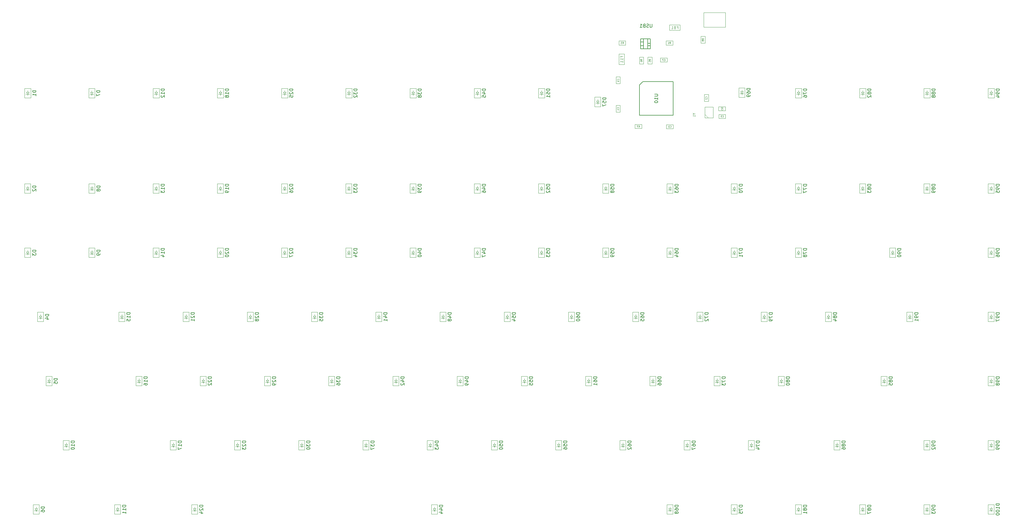
<source format=gbr>
G04 #@! TF.GenerationSoftware,KiCad,Pcbnew,(5.1.9-0-10_14)*
G04 #@! TF.CreationDate,2021-05-12T14:40:02+09:00*
G04 #@! TF.ProjectId,JupiterAdvanced,4a757069-7465-4724-9164-76616e636564,1*
G04 #@! TF.SameCoordinates,Original*
G04 #@! TF.FileFunction,Other,Fab,Bot*
%FSLAX46Y46*%
G04 Gerber Fmt 4.6, Leading zero omitted, Abs format (unit mm)*
G04 Created by KiCad (PCBNEW (5.1.9-0-10_14)) date 2021-05-12 14:40:02*
%MOMM*%
%LPD*%
G01*
G04 APERTURE LIST*
%ADD10C,0.120000*%
%ADD11C,0.100000*%
%ADD12C,0.150000*%
%ADD13C,0.080000*%
%ADD14C,0.105000*%
G04 APERTURE END LIST*
D10*
X279751720Y-83023820D02*
X279751720Y-87323820D01*
X286251720Y-83023820D02*
X286251720Y-87323820D01*
X286251720Y-87323820D02*
X279751720Y-87323820D01*
X286251720Y-83023820D02*
X279751720Y-83023820D01*
D11*
X269587500Y-88275000D02*
X272787500Y-88275000D01*
X269587500Y-86675000D02*
X269587500Y-88275000D01*
X272787500Y-86675000D02*
X269587500Y-86675000D01*
X272787500Y-88275000D02*
X272787500Y-86675000D01*
D12*
X260725000Y-104475000D02*
X260725000Y-113475000D01*
X260725000Y-113475000D02*
X270725000Y-113475000D01*
X270725000Y-113475000D02*
X270725000Y-103475000D01*
X270725000Y-103475000D02*
X261725000Y-103475000D01*
X261725000Y-103475000D02*
X260725000Y-104475000D01*
D11*
X260697420Y-96208580D02*
X260697420Y-98208580D01*
X261897420Y-96208580D02*
X260697420Y-96208580D01*
X261897420Y-98208580D02*
X261897420Y-96208580D01*
X260697420Y-98208580D02*
X261897420Y-98208580D01*
X263217100Y-96208580D02*
X263217100Y-98208580D01*
X264417100Y-96208580D02*
X263217100Y-96208580D01*
X264417100Y-98208580D02*
X264417100Y-96208580D01*
X263217100Y-98208580D02*
X264417100Y-98208580D01*
X282599100Y-114259520D02*
X280099100Y-114259520D01*
X280099100Y-114259520D02*
X280099100Y-111059520D01*
X280099100Y-111059520D02*
X282599100Y-111059520D01*
X282599100Y-111059520D02*
X282599100Y-114259520D01*
X281099100Y-114259520D02*
X280099100Y-113259520D01*
D12*
X261081860Y-90805340D02*
X261081860Y-93705340D01*
X261081860Y-93705340D02*
X263981860Y-93705340D01*
X263981860Y-93705340D02*
X263981860Y-90805340D01*
X263981860Y-90805340D02*
X261081860Y-90805340D01*
X261881860Y-90805340D02*
X261881860Y-93705340D01*
X263181860Y-93705340D02*
X263181860Y-90805340D01*
X263181860Y-92155340D02*
X263981860Y-92155340D01*
X263981860Y-92805340D02*
X263181860Y-92805340D01*
X261881860Y-91705340D02*
X261081860Y-91705340D01*
X261081860Y-92805340D02*
X261881860Y-92805340D01*
D11*
X280160020Y-90043520D02*
X278960020Y-90043520D01*
X278960020Y-90043520D02*
X278960020Y-92043520D01*
X278960020Y-92043520D02*
X280160020Y-92043520D01*
X280160020Y-92043520D02*
X280160020Y-90043520D01*
X259387500Y-116175000D02*
X259387500Y-117375000D01*
X259387500Y-117375000D02*
X261387500Y-117375000D01*
X261387500Y-117375000D02*
X261387500Y-116175000D01*
X261387500Y-116175000D02*
X259387500Y-116175000D01*
X256610120Y-92606420D02*
X256610120Y-91406420D01*
X256610120Y-91406420D02*
X254610120Y-91406420D01*
X254610120Y-91406420D02*
X254610120Y-92606420D01*
X254610120Y-92606420D02*
X256610120Y-92606420D01*
X268613620Y-91406420D02*
X268613620Y-92606420D01*
X268613620Y-92606420D02*
X270613620Y-92606420D01*
X270613620Y-92606420D02*
X270613620Y-91406420D01*
X270613620Y-91406420D02*
X268613620Y-91406420D01*
X254655420Y-98445120D02*
X256255420Y-98445120D01*
X256255420Y-98445120D02*
X256255420Y-95245120D01*
X256255420Y-95245120D02*
X254655420Y-95245120D01*
X254655420Y-95245120D02*
X254655420Y-98445120D01*
X365007120Y-230191620D02*
X365007120Y-229691620D01*
X364607120Y-230191620D02*
X365007120Y-230791620D01*
X365407120Y-230191620D02*
X364607120Y-230191620D01*
X365007120Y-230791620D02*
X365407120Y-230191620D01*
X365007120Y-230791620D02*
X364457120Y-230791620D01*
X365007120Y-230791620D02*
X365557120Y-230791620D01*
X365007120Y-231191620D02*
X365007120Y-230791620D01*
X364107120Y-231841620D02*
X365907120Y-231841620D01*
X364107120Y-229041620D02*
X364107120Y-231841620D01*
X365907120Y-229041620D02*
X364107120Y-229041620D01*
X365907120Y-231841620D02*
X365907120Y-229041620D01*
X365007120Y-211141620D02*
X365007120Y-210641620D01*
X364607120Y-211141620D02*
X365007120Y-211741620D01*
X365407120Y-211141620D02*
X364607120Y-211141620D01*
X365007120Y-211741620D02*
X365407120Y-211141620D01*
X365007120Y-211741620D02*
X364457120Y-211741620D01*
X365007120Y-211741620D02*
X365557120Y-211741620D01*
X365007120Y-212141620D02*
X365007120Y-211741620D01*
X364107120Y-212791620D02*
X365907120Y-212791620D01*
X364107120Y-209991620D02*
X364107120Y-212791620D01*
X365907120Y-209991620D02*
X364107120Y-209991620D01*
X365907120Y-212791620D02*
X365907120Y-209991620D01*
X365007120Y-192091620D02*
X365007120Y-191591620D01*
X364607120Y-192091620D02*
X365007120Y-192691620D01*
X365407120Y-192091620D02*
X364607120Y-192091620D01*
X365007120Y-192691620D02*
X365407120Y-192091620D01*
X365007120Y-192691620D02*
X364457120Y-192691620D01*
X365007120Y-192691620D02*
X365557120Y-192691620D01*
X365007120Y-193091620D02*
X365007120Y-192691620D01*
X364107120Y-193741620D02*
X365907120Y-193741620D01*
X364107120Y-190941620D02*
X364107120Y-193741620D01*
X365907120Y-190941620D02*
X364107120Y-190941620D01*
X365907120Y-193741620D02*
X365907120Y-190941620D01*
X365007120Y-173041620D02*
X365007120Y-172541620D01*
X364607120Y-173041620D02*
X365007120Y-173641620D01*
X365407120Y-173041620D02*
X364607120Y-173041620D01*
X365007120Y-173641620D02*
X365407120Y-173041620D01*
X365007120Y-173641620D02*
X364457120Y-173641620D01*
X365007120Y-173641620D02*
X365557120Y-173641620D01*
X365007120Y-174041620D02*
X365007120Y-173641620D01*
X364107120Y-174691620D02*
X365907120Y-174691620D01*
X364107120Y-171891620D02*
X364107120Y-174691620D01*
X365907120Y-171891620D02*
X364107120Y-171891620D01*
X365907120Y-174691620D02*
X365907120Y-171891620D01*
X365007120Y-153991620D02*
X365007120Y-153491620D01*
X364607120Y-153991620D02*
X365007120Y-154591620D01*
X365407120Y-153991620D02*
X364607120Y-153991620D01*
X365007120Y-154591620D02*
X365407120Y-153991620D01*
X365007120Y-154591620D02*
X364457120Y-154591620D01*
X365007120Y-154591620D02*
X365557120Y-154591620D01*
X365007120Y-154991620D02*
X365007120Y-154591620D01*
X364107120Y-155641620D02*
X365907120Y-155641620D01*
X364107120Y-152841620D02*
X364107120Y-155641620D01*
X365907120Y-152841620D02*
X364107120Y-152841620D01*
X365907120Y-155641620D02*
X365907120Y-152841620D01*
X365007120Y-134941620D02*
X365007120Y-134441620D01*
X364607120Y-134941620D02*
X365007120Y-135541620D01*
X365407120Y-134941620D02*
X364607120Y-134941620D01*
X365007120Y-135541620D02*
X365407120Y-134941620D01*
X365007120Y-135541620D02*
X364457120Y-135541620D01*
X365007120Y-135541620D02*
X365557120Y-135541620D01*
X365007120Y-135941620D02*
X365007120Y-135541620D01*
X364107120Y-136591620D02*
X365907120Y-136591620D01*
X364107120Y-133791620D02*
X364107120Y-136591620D01*
X365907120Y-133791620D02*
X364107120Y-133791620D01*
X365907120Y-136591620D02*
X365907120Y-133791620D01*
X365032520Y-106644820D02*
X365032520Y-106144820D01*
X364632520Y-106644820D02*
X365032520Y-107244820D01*
X365432520Y-106644820D02*
X364632520Y-106644820D01*
X365032520Y-107244820D02*
X365432520Y-106644820D01*
X365032520Y-107244820D02*
X364482520Y-107244820D01*
X365032520Y-107244820D02*
X365582520Y-107244820D01*
X365032520Y-107644820D02*
X365032520Y-107244820D01*
X364132520Y-108294820D02*
X365932520Y-108294820D01*
X364132520Y-105494820D02*
X364132520Y-108294820D01*
X365932520Y-105494820D02*
X364132520Y-105494820D01*
X365932520Y-108294820D02*
X365932520Y-105494820D01*
X345957120Y-230191620D02*
X345957120Y-229691620D01*
X345557120Y-230191620D02*
X345957120Y-230791620D01*
X346357120Y-230191620D02*
X345557120Y-230191620D01*
X345957120Y-230791620D02*
X346357120Y-230191620D01*
X345957120Y-230791620D02*
X345407120Y-230791620D01*
X345957120Y-230791620D02*
X346507120Y-230791620D01*
X345957120Y-231191620D02*
X345957120Y-230791620D01*
X345057120Y-231841620D02*
X346857120Y-231841620D01*
X345057120Y-229041620D02*
X345057120Y-231841620D01*
X346857120Y-229041620D02*
X345057120Y-229041620D01*
X346857120Y-231841620D02*
X346857120Y-229041620D01*
X345957120Y-211141620D02*
X345957120Y-210641620D01*
X345557120Y-211141620D02*
X345957120Y-211741620D01*
X346357120Y-211141620D02*
X345557120Y-211141620D01*
X345957120Y-211741620D02*
X346357120Y-211141620D01*
X345957120Y-211741620D02*
X345407120Y-211741620D01*
X345957120Y-211741620D02*
X346507120Y-211741620D01*
X345957120Y-212141620D02*
X345957120Y-211741620D01*
X345057120Y-212791620D02*
X346857120Y-212791620D01*
X345057120Y-209991620D02*
X345057120Y-212791620D01*
X346857120Y-209991620D02*
X345057120Y-209991620D01*
X346857120Y-212791620D02*
X346857120Y-209991620D01*
X340877120Y-173041620D02*
X340877120Y-172541620D01*
X340477120Y-173041620D02*
X340877120Y-173641620D01*
X341277120Y-173041620D02*
X340477120Y-173041620D01*
X340877120Y-173641620D02*
X341277120Y-173041620D01*
X340877120Y-173641620D02*
X340327120Y-173641620D01*
X340877120Y-173641620D02*
X341427120Y-173641620D01*
X340877120Y-174041620D02*
X340877120Y-173641620D01*
X339977120Y-174691620D02*
X341777120Y-174691620D01*
X339977120Y-171891620D02*
X339977120Y-174691620D01*
X341777120Y-171891620D02*
X339977120Y-171891620D01*
X341777120Y-174691620D02*
X341777120Y-171891620D01*
X335797120Y-153991620D02*
X335797120Y-153491620D01*
X335397120Y-153991620D02*
X335797120Y-154591620D01*
X336197120Y-153991620D02*
X335397120Y-153991620D01*
X335797120Y-154591620D02*
X336197120Y-153991620D01*
X335797120Y-154591620D02*
X335247120Y-154591620D01*
X335797120Y-154591620D02*
X336347120Y-154591620D01*
X335797120Y-154991620D02*
X335797120Y-154591620D01*
X334897120Y-155641620D02*
X336697120Y-155641620D01*
X334897120Y-152841620D02*
X334897120Y-155641620D01*
X336697120Y-152841620D02*
X334897120Y-152841620D01*
X336697120Y-155641620D02*
X336697120Y-152841620D01*
X345957120Y-134941620D02*
X345957120Y-134441620D01*
X345557120Y-134941620D02*
X345957120Y-135541620D01*
X346357120Y-134941620D02*
X345557120Y-134941620D01*
X345957120Y-135541620D02*
X346357120Y-134941620D01*
X345957120Y-135541620D02*
X345407120Y-135541620D01*
X345957120Y-135541620D02*
X346507120Y-135541620D01*
X345957120Y-135941620D02*
X345957120Y-135541620D01*
X345057120Y-136591620D02*
X346857120Y-136591620D01*
X345057120Y-133791620D02*
X345057120Y-136591620D01*
X346857120Y-133791620D02*
X345057120Y-133791620D01*
X346857120Y-136591620D02*
X346857120Y-133791620D01*
X345982520Y-106644820D02*
X345982520Y-106144820D01*
X345582520Y-106644820D02*
X345982520Y-107244820D01*
X346382520Y-106644820D02*
X345582520Y-106644820D01*
X345982520Y-107244820D02*
X346382520Y-106644820D01*
X345982520Y-107244820D02*
X345432520Y-107244820D01*
X345982520Y-107244820D02*
X346532520Y-107244820D01*
X345982520Y-107644820D02*
X345982520Y-107244820D01*
X345082520Y-108294820D02*
X346882520Y-108294820D01*
X345082520Y-105494820D02*
X345082520Y-108294820D01*
X346882520Y-105494820D02*
X345082520Y-105494820D01*
X346882520Y-108294820D02*
X346882520Y-105494820D01*
X326907120Y-230191620D02*
X326907120Y-229691620D01*
X326507120Y-230191620D02*
X326907120Y-230791620D01*
X327307120Y-230191620D02*
X326507120Y-230191620D01*
X326907120Y-230791620D02*
X327307120Y-230191620D01*
X326907120Y-230791620D02*
X326357120Y-230791620D01*
X326907120Y-230791620D02*
X327457120Y-230791620D01*
X326907120Y-231191620D02*
X326907120Y-230791620D01*
X326007120Y-231841620D02*
X327807120Y-231841620D01*
X326007120Y-229041620D02*
X326007120Y-231841620D01*
X327807120Y-229041620D02*
X326007120Y-229041620D01*
X327807120Y-231841620D02*
X327807120Y-229041620D01*
X319287120Y-211141620D02*
X319287120Y-210641620D01*
X318887120Y-211141620D02*
X319287120Y-211741620D01*
X319687120Y-211141620D02*
X318887120Y-211141620D01*
X319287120Y-211741620D02*
X319687120Y-211141620D01*
X319287120Y-211741620D02*
X318737120Y-211741620D01*
X319287120Y-211741620D02*
X319837120Y-211741620D01*
X319287120Y-212141620D02*
X319287120Y-211741620D01*
X318387120Y-212791620D02*
X320187120Y-212791620D01*
X318387120Y-209991620D02*
X318387120Y-212791620D01*
X320187120Y-209991620D02*
X318387120Y-209991620D01*
X320187120Y-212791620D02*
X320187120Y-209991620D01*
X333257120Y-192091620D02*
X333257120Y-191591620D01*
X332857120Y-192091620D02*
X333257120Y-192691620D01*
X333657120Y-192091620D02*
X332857120Y-192091620D01*
X333257120Y-192691620D02*
X333657120Y-192091620D01*
X333257120Y-192691620D02*
X332707120Y-192691620D01*
X333257120Y-192691620D02*
X333807120Y-192691620D01*
X333257120Y-193091620D02*
X333257120Y-192691620D01*
X332357120Y-193741620D02*
X334157120Y-193741620D01*
X332357120Y-190941620D02*
X332357120Y-193741620D01*
X334157120Y-190941620D02*
X332357120Y-190941620D01*
X334157120Y-193741620D02*
X334157120Y-190941620D01*
X316747120Y-173041620D02*
X316747120Y-172541620D01*
X316347120Y-173041620D02*
X316747120Y-173641620D01*
X317147120Y-173041620D02*
X316347120Y-173041620D01*
X316747120Y-173641620D02*
X317147120Y-173041620D01*
X316747120Y-173641620D02*
X316197120Y-173641620D01*
X316747120Y-173641620D02*
X317297120Y-173641620D01*
X316747120Y-174041620D02*
X316747120Y-173641620D01*
X315847120Y-174691620D02*
X317647120Y-174691620D01*
X315847120Y-171891620D02*
X315847120Y-174691620D01*
X317647120Y-171891620D02*
X315847120Y-171891620D01*
X317647120Y-174691620D02*
X317647120Y-171891620D01*
X326907120Y-134941620D02*
X326907120Y-134441620D01*
X326507120Y-134941620D02*
X326907120Y-135541620D01*
X327307120Y-134941620D02*
X326507120Y-134941620D01*
X326907120Y-135541620D02*
X327307120Y-134941620D01*
X326907120Y-135541620D02*
X326357120Y-135541620D01*
X326907120Y-135541620D02*
X327457120Y-135541620D01*
X326907120Y-135941620D02*
X326907120Y-135541620D01*
X326007120Y-136591620D02*
X327807120Y-136591620D01*
X326007120Y-133791620D02*
X326007120Y-136591620D01*
X327807120Y-133791620D02*
X326007120Y-133791620D01*
X327807120Y-136591620D02*
X327807120Y-133791620D01*
X326932520Y-106644820D02*
X326932520Y-106144820D01*
X326532520Y-106644820D02*
X326932520Y-107244820D01*
X327332520Y-106644820D02*
X326532520Y-106644820D01*
X326932520Y-107244820D02*
X327332520Y-106644820D01*
X326932520Y-107244820D02*
X326382520Y-107244820D01*
X326932520Y-107244820D02*
X327482520Y-107244820D01*
X326932520Y-107644820D02*
X326932520Y-107244820D01*
X326032520Y-108294820D02*
X327832520Y-108294820D01*
X326032520Y-105494820D02*
X326032520Y-108294820D01*
X327832520Y-105494820D02*
X326032520Y-105494820D01*
X327832520Y-108294820D02*
X327832520Y-105494820D01*
X307857120Y-230191620D02*
X307857120Y-229691620D01*
X307457120Y-230191620D02*
X307857120Y-230791620D01*
X308257120Y-230191620D02*
X307457120Y-230191620D01*
X307857120Y-230791620D02*
X308257120Y-230191620D01*
X307857120Y-230791620D02*
X307307120Y-230791620D01*
X307857120Y-230791620D02*
X308407120Y-230791620D01*
X307857120Y-231191620D02*
X307857120Y-230791620D01*
X306957120Y-231841620D02*
X308757120Y-231841620D01*
X306957120Y-229041620D02*
X306957120Y-231841620D01*
X308757120Y-229041620D02*
X306957120Y-229041620D01*
X308757120Y-231841620D02*
X308757120Y-229041620D01*
X302777120Y-192091620D02*
X302777120Y-191591620D01*
X302377120Y-192091620D02*
X302777120Y-192691620D01*
X303177120Y-192091620D02*
X302377120Y-192091620D01*
X302777120Y-192691620D02*
X303177120Y-192091620D01*
X302777120Y-192691620D02*
X302227120Y-192691620D01*
X302777120Y-192691620D02*
X303327120Y-192691620D01*
X302777120Y-193091620D02*
X302777120Y-192691620D01*
X301877120Y-193741620D02*
X303677120Y-193741620D01*
X301877120Y-190941620D02*
X301877120Y-193741620D01*
X303677120Y-190941620D02*
X301877120Y-190941620D01*
X303677120Y-193741620D02*
X303677120Y-190941620D01*
X297697120Y-173041620D02*
X297697120Y-172541620D01*
X297297120Y-173041620D02*
X297697120Y-173641620D01*
X298097120Y-173041620D02*
X297297120Y-173041620D01*
X297697120Y-173641620D02*
X298097120Y-173041620D01*
X297697120Y-173641620D02*
X297147120Y-173641620D01*
X297697120Y-173641620D02*
X298247120Y-173641620D01*
X297697120Y-174041620D02*
X297697120Y-173641620D01*
X296797120Y-174691620D02*
X298597120Y-174691620D01*
X296797120Y-171891620D02*
X296797120Y-174691620D01*
X298597120Y-171891620D02*
X296797120Y-171891620D01*
X298597120Y-174691620D02*
X298597120Y-171891620D01*
X307857120Y-153991620D02*
X307857120Y-153491620D01*
X307457120Y-153991620D02*
X307857120Y-154591620D01*
X308257120Y-153991620D02*
X307457120Y-153991620D01*
X307857120Y-154591620D02*
X308257120Y-153991620D01*
X307857120Y-154591620D02*
X307307120Y-154591620D01*
X307857120Y-154591620D02*
X308407120Y-154591620D01*
X307857120Y-154991620D02*
X307857120Y-154591620D01*
X306957120Y-155641620D02*
X308757120Y-155641620D01*
X306957120Y-152841620D02*
X306957120Y-155641620D01*
X308757120Y-152841620D02*
X306957120Y-152841620D01*
X308757120Y-155641620D02*
X308757120Y-152841620D01*
X307857120Y-134941620D02*
X307857120Y-134441620D01*
X307457120Y-134941620D02*
X307857120Y-135541620D01*
X308257120Y-134941620D02*
X307457120Y-134941620D01*
X307857120Y-135541620D02*
X308257120Y-134941620D01*
X307857120Y-135541620D02*
X307307120Y-135541620D01*
X307857120Y-135541620D02*
X308407120Y-135541620D01*
X307857120Y-135941620D02*
X307857120Y-135541620D01*
X306957120Y-136591620D02*
X308757120Y-136591620D01*
X306957120Y-133791620D02*
X306957120Y-136591620D01*
X308757120Y-133791620D02*
X306957120Y-133791620D01*
X308757120Y-136591620D02*
X308757120Y-133791620D01*
X307882520Y-106644820D02*
X307882520Y-106144820D01*
X307482520Y-106644820D02*
X307882520Y-107244820D01*
X308282520Y-106644820D02*
X307482520Y-106644820D01*
X307882520Y-107244820D02*
X308282520Y-106644820D01*
X307882520Y-107244820D02*
X307332520Y-107244820D01*
X307882520Y-107244820D02*
X308432520Y-107244820D01*
X307882520Y-107644820D02*
X307882520Y-107244820D01*
X306982520Y-108294820D02*
X308782520Y-108294820D01*
X306982520Y-105494820D02*
X306982520Y-108294820D01*
X308782520Y-105494820D02*
X306982520Y-105494820D01*
X308782520Y-108294820D02*
X308782520Y-105494820D01*
X288807120Y-230191620D02*
X288807120Y-229691620D01*
X288407120Y-230191620D02*
X288807120Y-230791620D01*
X289207120Y-230191620D02*
X288407120Y-230191620D01*
X288807120Y-230791620D02*
X289207120Y-230191620D01*
X288807120Y-230791620D02*
X288257120Y-230791620D01*
X288807120Y-230791620D02*
X289357120Y-230791620D01*
X288807120Y-231191620D02*
X288807120Y-230791620D01*
X287907120Y-231841620D02*
X289707120Y-231841620D01*
X287907120Y-229041620D02*
X287907120Y-231841620D01*
X289707120Y-229041620D02*
X287907120Y-229041620D01*
X289707120Y-231841620D02*
X289707120Y-229041620D01*
X293887120Y-211141620D02*
X293887120Y-210641620D01*
X293487120Y-211141620D02*
X293887120Y-211741620D01*
X294287120Y-211141620D02*
X293487120Y-211141620D01*
X293887120Y-211741620D02*
X294287120Y-211141620D01*
X293887120Y-211741620D02*
X293337120Y-211741620D01*
X293887120Y-211741620D02*
X294437120Y-211741620D01*
X293887120Y-212141620D02*
X293887120Y-211741620D01*
X292987120Y-212791620D02*
X294787120Y-212791620D01*
X292987120Y-209991620D02*
X292987120Y-212791620D01*
X294787120Y-209991620D02*
X292987120Y-209991620D01*
X294787120Y-212791620D02*
X294787120Y-209991620D01*
X283727120Y-192091620D02*
X283727120Y-191591620D01*
X283327120Y-192091620D02*
X283727120Y-192691620D01*
X284127120Y-192091620D02*
X283327120Y-192091620D01*
X283727120Y-192691620D02*
X284127120Y-192091620D01*
X283727120Y-192691620D02*
X283177120Y-192691620D01*
X283727120Y-192691620D02*
X284277120Y-192691620D01*
X283727120Y-193091620D02*
X283727120Y-192691620D01*
X282827120Y-193741620D02*
X284627120Y-193741620D01*
X282827120Y-190941620D02*
X282827120Y-193741620D01*
X284627120Y-190941620D02*
X282827120Y-190941620D01*
X284627120Y-193741620D02*
X284627120Y-190941620D01*
X278647120Y-173041620D02*
X278647120Y-172541620D01*
X278247120Y-173041620D02*
X278647120Y-173641620D01*
X279047120Y-173041620D02*
X278247120Y-173041620D01*
X278647120Y-173641620D02*
X279047120Y-173041620D01*
X278647120Y-173641620D02*
X278097120Y-173641620D01*
X278647120Y-173641620D02*
X279197120Y-173641620D01*
X278647120Y-174041620D02*
X278647120Y-173641620D01*
X277747120Y-174691620D02*
X279547120Y-174691620D01*
X277747120Y-171891620D02*
X277747120Y-174691620D01*
X279547120Y-171891620D02*
X277747120Y-171891620D01*
X279547120Y-174691620D02*
X279547120Y-171891620D01*
X288807120Y-153991620D02*
X288807120Y-153491620D01*
X288407120Y-153991620D02*
X288807120Y-154591620D01*
X289207120Y-153991620D02*
X288407120Y-153991620D01*
X288807120Y-154591620D02*
X289207120Y-153991620D01*
X288807120Y-154591620D02*
X288257120Y-154591620D01*
X288807120Y-154591620D02*
X289357120Y-154591620D01*
X288807120Y-154991620D02*
X288807120Y-154591620D01*
X287907120Y-155641620D02*
X289707120Y-155641620D01*
X287907120Y-152841620D02*
X287907120Y-155641620D01*
X289707120Y-152841620D02*
X287907120Y-152841620D01*
X289707120Y-155641620D02*
X289707120Y-152841620D01*
X288807120Y-134941620D02*
X288807120Y-134441620D01*
X288407120Y-134941620D02*
X288807120Y-135541620D01*
X289207120Y-134941620D02*
X288407120Y-134941620D01*
X288807120Y-135541620D02*
X289207120Y-134941620D01*
X288807120Y-135541620D02*
X288257120Y-135541620D01*
X288807120Y-135541620D02*
X289357120Y-135541620D01*
X288807120Y-135941620D02*
X288807120Y-135541620D01*
X287907120Y-136591620D02*
X289707120Y-136591620D01*
X287907120Y-133791620D02*
X287907120Y-136591620D01*
X289707120Y-133791620D02*
X287907120Y-133791620D01*
X289707120Y-136591620D02*
X289707120Y-133791620D01*
X291085020Y-106463020D02*
X291085020Y-105963020D01*
X290685020Y-106463020D02*
X291085020Y-107063020D01*
X291485020Y-106463020D02*
X290685020Y-106463020D01*
X291085020Y-107063020D02*
X291485020Y-106463020D01*
X291085020Y-107063020D02*
X290535020Y-107063020D01*
X291085020Y-107063020D02*
X291635020Y-107063020D01*
X291085020Y-107463020D02*
X291085020Y-107063020D01*
X290185020Y-108113020D02*
X291985020Y-108113020D01*
X290185020Y-105313020D02*
X290185020Y-108113020D01*
X291985020Y-105313020D02*
X290185020Y-105313020D01*
X291985020Y-108113020D02*
X291985020Y-105313020D01*
X269757120Y-230191620D02*
X269757120Y-229691620D01*
X269357120Y-230191620D02*
X269757120Y-230791620D01*
X270157120Y-230191620D02*
X269357120Y-230191620D01*
X269757120Y-230791620D02*
X270157120Y-230191620D01*
X269757120Y-230791620D02*
X269207120Y-230791620D01*
X269757120Y-230791620D02*
X270307120Y-230791620D01*
X269757120Y-231191620D02*
X269757120Y-230791620D01*
X268857120Y-231841620D02*
X270657120Y-231841620D01*
X268857120Y-229041620D02*
X268857120Y-231841620D01*
X270657120Y-229041620D02*
X268857120Y-229041620D01*
X270657120Y-231841620D02*
X270657120Y-229041620D01*
X274837120Y-211141620D02*
X274837120Y-210641620D01*
X274437120Y-211141620D02*
X274837120Y-211741620D01*
X275237120Y-211141620D02*
X274437120Y-211141620D01*
X274837120Y-211741620D02*
X275237120Y-211141620D01*
X274837120Y-211741620D02*
X274287120Y-211741620D01*
X274837120Y-211741620D02*
X275387120Y-211741620D01*
X274837120Y-212141620D02*
X274837120Y-211741620D01*
X273937120Y-212791620D02*
X275737120Y-212791620D01*
X273937120Y-209991620D02*
X273937120Y-212791620D01*
X275737120Y-209991620D02*
X273937120Y-209991620D01*
X275737120Y-212791620D02*
X275737120Y-209991620D01*
X264677120Y-192091620D02*
X264677120Y-191591620D01*
X264277120Y-192091620D02*
X264677120Y-192691620D01*
X265077120Y-192091620D02*
X264277120Y-192091620D01*
X264677120Y-192691620D02*
X265077120Y-192091620D01*
X264677120Y-192691620D02*
X264127120Y-192691620D01*
X264677120Y-192691620D02*
X265227120Y-192691620D01*
X264677120Y-193091620D02*
X264677120Y-192691620D01*
X263777120Y-193741620D02*
X265577120Y-193741620D01*
X263777120Y-190941620D02*
X263777120Y-193741620D01*
X265577120Y-190941620D02*
X263777120Y-190941620D01*
X265577120Y-193741620D02*
X265577120Y-190941620D01*
X259597120Y-173041620D02*
X259597120Y-172541620D01*
X259197120Y-173041620D02*
X259597120Y-173641620D01*
X259997120Y-173041620D02*
X259197120Y-173041620D01*
X259597120Y-173641620D02*
X259997120Y-173041620D01*
X259597120Y-173641620D02*
X259047120Y-173641620D01*
X259597120Y-173641620D02*
X260147120Y-173641620D01*
X259597120Y-174041620D02*
X259597120Y-173641620D01*
X258697120Y-174691620D02*
X260497120Y-174691620D01*
X258697120Y-171891620D02*
X258697120Y-174691620D01*
X260497120Y-171891620D02*
X258697120Y-171891620D01*
X260497120Y-174691620D02*
X260497120Y-171891620D01*
X269757120Y-153991620D02*
X269757120Y-153491620D01*
X269357120Y-153991620D02*
X269757120Y-154591620D01*
X270157120Y-153991620D02*
X269357120Y-153991620D01*
X269757120Y-154591620D02*
X270157120Y-153991620D01*
X269757120Y-154591620D02*
X269207120Y-154591620D01*
X269757120Y-154591620D02*
X270307120Y-154591620D01*
X269757120Y-154991620D02*
X269757120Y-154591620D01*
X268857120Y-155641620D02*
X270657120Y-155641620D01*
X268857120Y-152841620D02*
X268857120Y-155641620D01*
X270657120Y-152841620D02*
X268857120Y-152841620D01*
X270657120Y-155641620D02*
X270657120Y-152841620D01*
X269757120Y-134941620D02*
X269757120Y-134441620D01*
X269357120Y-134941620D02*
X269757120Y-135541620D01*
X270157120Y-134941620D02*
X269357120Y-134941620D01*
X269757120Y-135541620D02*
X270157120Y-134941620D01*
X269757120Y-135541620D02*
X269207120Y-135541620D01*
X269757120Y-135541620D02*
X270307120Y-135541620D01*
X269757120Y-135941620D02*
X269757120Y-135541620D01*
X268857120Y-136591620D02*
X270657120Y-136591620D01*
X268857120Y-133791620D02*
X268857120Y-136591620D01*
X270657120Y-133791620D02*
X268857120Y-133791620D01*
X270657120Y-136591620D02*
X270657120Y-133791620D01*
X255787120Y-211141620D02*
X255787120Y-210641620D01*
X255387120Y-211141620D02*
X255787120Y-211741620D01*
X256187120Y-211141620D02*
X255387120Y-211141620D01*
X255787120Y-211741620D02*
X256187120Y-211141620D01*
X255787120Y-211741620D02*
X255237120Y-211741620D01*
X255787120Y-211741620D02*
X256337120Y-211741620D01*
X255787120Y-212141620D02*
X255787120Y-211741620D01*
X254887120Y-212791620D02*
X256687120Y-212791620D01*
X254887120Y-209991620D02*
X254887120Y-212791620D01*
X256687120Y-209991620D02*
X254887120Y-209991620D01*
X256687120Y-212791620D02*
X256687120Y-209991620D01*
X245627120Y-192091620D02*
X245627120Y-191591620D01*
X245227120Y-192091620D02*
X245627120Y-192691620D01*
X246027120Y-192091620D02*
X245227120Y-192091620D01*
X245627120Y-192691620D02*
X246027120Y-192091620D01*
X245627120Y-192691620D02*
X245077120Y-192691620D01*
X245627120Y-192691620D02*
X246177120Y-192691620D01*
X245627120Y-193091620D02*
X245627120Y-192691620D01*
X244727120Y-193741620D02*
X246527120Y-193741620D01*
X244727120Y-190941620D02*
X244727120Y-193741620D01*
X246527120Y-190941620D02*
X244727120Y-190941620D01*
X246527120Y-193741620D02*
X246527120Y-190941620D01*
X240547120Y-173041620D02*
X240547120Y-172541620D01*
X240147120Y-173041620D02*
X240547120Y-173641620D01*
X240947120Y-173041620D02*
X240147120Y-173041620D01*
X240547120Y-173641620D02*
X240947120Y-173041620D01*
X240547120Y-173641620D02*
X239997120Y-173641620D01*
X240547120Y-173641620D02*
X241097120Y-173641620D01*
X240547120Y-174041620D02*
X240547120Y-173641620D01*
X239647120Y-174691620D02*
X241447120Y-174691620D01*
X239647120Y-171891620D02*
X239647120Y-174691620D01*
X241447120Y-171891620D02*
X239647120Y-171891620D01*
X241447120Y-174691620D02*
X241447120Y-171891620D01*
X250707120Y-153991620D02*
X250707120Y-153491620D01*
X250307120Y-153991620D02*
X250707120Y-154591620D01*
X251107120Y-153991620D02*
X250307120Y-153991620D01*
X250707120Y-154591620D02*
X251107120Y-153991620D01*
X250707120Y-154591620D02*
X250157120Y-154591620D01*
X250707120Y-154591620D02*
X251257120Y-154591620D01*
X250707120Y-154991620D02*
X250707120Y-154591620D01*
X249807120Y-155641620D02*
X251607120Y-155641620D01*
X249807120Y-152841620D02*
X249807120Y-155641620D01*
X251607120Y-152841620D02*
X249807120Y-152841620D01*
X251607120Y-155641620D02*
X251607120Y-152841620D01*
X250707120Y-134941620D02*
X250707120Y-134441620D01*
X250307120Y-134941620D02*
X250707120Y-135541620D01*
X251107120Y-134941620D02*
X250307120Y-134941620D01*
X250707120Y-135541620D02*
X251107120Y-134941620D01*
X250707120Y-135541620D02*
X250157120Y-135541620D01*
X250707120Y-135541620D02*
X251257120Y-135541620D01*
X250707120Y-135941620D02*
X250707120Y-135541620D01*
X249807120Y-136591620D02*
X251607120Y-136591620D01*
X249807120Y-133791620D02*
X249807120Y-136591620D01*
X251607120Y-133791620D02*
X249807120Y-133791620D01*
X251607120Y-136591620D02*
X251607120Y-133791620D01*
X248330720Y-109247860D02*
X248330720Y-108747860D01*
X247930720Y-109247860D02*
X248330720Y-109847860D01*
X248730720Y-109247860D02*
X247930720Y-109247860D01*
X248330720Y-109847860D02*
X248730720Y-109247860D01*
X248330720Y-109847860D02*
X247780720Y-109847860D01*
X248330720Y-109847860D02*
X248880720Y-109847860D01*
X248330720Y-110247860D02*
X248330720Y-109847860D01*
X247430720Y-110897860D02*
X249230720Y-110897860D01*
X247430720Y-108097860D02*
X247430720Y-110897860D01*
X249230720Y-108097860D02*
X247430720Y-108097860D01*
X249230720Y-110897860D02*
X249230720Y-108097860D01*
X236737120Y-211141620D02*
X236737120Y-210641620D01*
X236337120Y-211141620D02*
X236737120Y-211741620D01*
X237137120Y-211141620D02*
X236337120Y-211141620D01*
X236737120Y-211741620D02*
X237137120Y-211141620D01*
X236737120Y-211741620D02*
X236187120Y-211741620D01*
X236737120Y-211741620D02*
X237287120Y-211741620D01*
X236737120Y-212141620D02*
X236737120Y-211741620D01*
X235837120Y-212791620D02*
X237637120Y-212791620D01*
X235837120Y-209991620D02*
X235837120Y-212791620D01*
X237637120Y-209991620D02*
X235837120Y-209991620D01*
X237637120Y-212791620D02*
X237637120Y-209991620D01*
X226577120Y-192091620D02*
X226577120Y-191591620D01*
X226177120Y-192091620D02*
X226577120Y-192691620D01*
X226977120Y-192091620D02*
X226177120Y-192091620D01*
X226577120Y-192691620D02*
X226977120Y-192091620D01*
X226577120Y-192691620D02*
X226027120Y-192691620D01*
X226577120Y-192691620D02*
X227127120Y-192691620D01*
X226577120Y-193091620D02*
X226577120Y-192691620D01*
X225677120Y-193741620D02*
X227477120Y-193741620D01*
X225677120Y-190941620D02*
X225677120Y-193741620D01*
X227477120Y-190941620D02*
X225677120Y-190941620D01*
X227477120Y-193741620D02*
X227477120Y-190941620D01*
X221497120Y-173041620D02*
X221497120Y-172541620D01*
X221097120Y-173041620D02*
X221497120Y-173641620D01*
X221897120Y-173041620D02*
X221097120Y-173041620D01*
X221497120Y-173641620D02*
X221897120Y-173041620D01*
X221497120Y-173641620D02*
X220947120Y-173641620D01*
X221497120Y-173641620D02*
X222047120Y-173641620D01*
X221497120Y-174041620D02*
X221497120Y-173641620D01*
X220597120Y-174691620D02*
X222397120Y-174691620D01*
X220597120Y-171891620D02*
X220597120Y-174691620D01*
X222397120Y-171891620D02*
X220597120Y-171891620D01*
X222397120Y-174691620D02*
X222397120Y-171891620D01*
X231657120Y-153991620D02*
X231657120Y-153491620D01*
X231257120Y-153991620D02*
X231657120Y-154591620D01*
X232057120Y-153991620D02*
X231257120Y-153991620D01*
X231657120Y-154591620D02*
X232057120Y-153991620D01*
X231657120Y-154591620D02*
X231107120Y-154591620D01*
X231657120Y-154591620D02*
X232207120Y-154591620D01*
X231657120Y-154991620D02*
X231657120Y-154591620D01*
X230757120Y-155641620D02*
X232557120Y-155641620D01*
X230757120Y-152841620D02*
X230757120Y-155641620D01*
X232557120Y-152841620D02*
X230757120Y-152841620D01*
X232557120Y-155641620D02*
X232557120Y-152841620D01*
X231657120Y-134941620D02*
X231657120Y-134441620D01*
X231257120Y-134941620D02*
X231657120Y-135541620D01*
X232057120Y-134941620D02*
X231257120Y-134941620D01*
X231657120Y-135541620D02*
X232057120Y-134941620D01*
X231657120Y-135541620D02*
X231107120Y-135541620D01*
X231657120Y-135541620D02*
X232207120Y-135541620D01*
X231657120Y-135941620D02*
X231657120Y-135541620D01*
X230757120Y-136591620D02*
X232557120Y-136591620D01*
X230757120Y-133791620D02*
X230757120Y-136591620D01*
X232557120Y-133791620D02*
X230757120Y-133791620D01*
X232557120Y-136591620D02*
X232557120Y-133791620D01*
X231682520Y-106644820D02*
X231682520Y-106144820D01*
X231282520Y-106644820D02*
X231682520Y-107244820D01*
X232082520Y-106644820D02*
X231282520Y-106644820D01*
X231682520Y-107244820D02*
X232082520Y-106644820D01*
X231682520Y-107244820D02*
X231132520Y-107244820D01*
X231682520Y-107244820D02*
X232232520Y-107244820D01*
X231682520Y-107644820D02*
X231682520Y-107244820D01*
X230782520Y-108294820D02*
X232582520Y-108294820D01*
X230782520Y-105494820D02*
X230782520Y-108294820D01*
X232582520Y-105494820D02*
X230782520Y-105494820D01*
X232582520Y-108294820D02*
X232582520Y-105494820D01*
X217687120Y-211141620D02*
X217687120Y-210641620D01*
X217287120Y-211141620D02*
X217687120Y-211741620D01*
X218087120Y-211141620D02*
X217287120Y-211141620D01*
X217687120Y-211741620D02*
X218087120Y-211141620D01*
X217687120Y-211741620D02*
X217137120Y-211741620D01*
X217687120Y-211741620D02*
X218237120Y-211741620D01*
X217687120Y-212141620D02*
X217687120Y-211741620D01*
X216787120Y-212791620D02*
X218587120Y-212791620D01*
X216787120Y-209991620D02*
X216787120Y-212791620D01*
X218587120Y-209991620D02*
X216787120Y-209991620D01*
X218587120Y-212791620D02*
X218587120Y-209991620D01*
X207527120Y-192091620D02*
X207527120Y-191591620D01*
X207127120Y-192091620D02*
X207527120Y-192691620D01*
X207927120Y-192091620D02*
X207127120Y-192091620D01*
X207527120Y-192691620D02*
X207927120Y-192091620D01*
X207527120Y-192691620D02*
X206977120Y-192691620D01*
X207527120Y-192691620D02*
X208077120Y-192691620D01*
X207527120Y-193091620D02*
X207527120Y-192691620D01*
X206627120Y-193741620D02*
X208427120Y-193741620D01*
X206627120Y-190941620D02*
X206627120Y-193741620D01*
X208427120Y-190941620D02*
X206627120Y-190941620D01*
X208427120Y-193741620D02*
X208427120Y-190941620D01*
X202447120Y-173041620D02*
X202447120Y-172541620D01*
X202047120Y-173041620D02*
X202447120Y-173641620D01*
X202847120Y-173041620D02*
X202047120Y-173041620D01*
X202447120Y-173641620D02*
X202847120Y-173041620D01*
X202447120Y-173641620D02*
X201897120Y-173641620D01*
X202447120Y-173641620D02*
X202997120Y-173641620D01*
X202447120Y-174041620D02*
X202447120Y-173641620D01*
X201547120Y-174691620D02*
X203347120Y-174691620D01*
X201547120Y-171891620D02*
X201547120Y-174691620D01*
X203347120Y-171891620D02*
X201547120Y-171891620D01*
X203347120Y-174691620D02*
X203347120Y-171891620D01*
X212607120Y-153991620D02*
X212607120Y-153491620D01*
X212207120Y-153991620D02*
X212607120Y-154591620D01*
X213007120Y-153991620D02*
X212207120Y-153991620D01*
X212607120Y-154591620D02*
X213007120Y-153991620D01*
X212607120Y-154591620D02*
X212057120Y-154591620D01*
X212607120Y-154591620D02*
X213157120Y-154591620D01*
X212607120Y-154991620D02*
X212607120Y-154591620D01*
X211707120Y-155641620D02*
X213507120Y-155641620D01*
X211707120Y-152841620D02*
X211707120Y-155641620D01*
X213507120Y-152841620D02*
X211707120Y-152841620D01*
X213507120Y-155641620D02*
X213507120Y-152841620D01*
X212607120Y-134941620D02*
X212607120Y-134441620D01*
X212207120Y-134941620D02*
X212607120Y-135541620D01*
X213007120Y-134941620D02*
X212207120Y-134941620D01*
X212607120Y-135541620D02*
X213007120Y-134941620D01*
X212607120Y-135541620D02*
X212057120Y-135541620D01*
X212607120Y-135541620D02*
X213157120Y-135541620D01*
X212607120Y-135941620D02*
X212607120Y-135541620D01*
X211707120Y-136591620D02*
X213507120Y-136591620D01*
X211707120Y-133791620D02*
X211707120Y-136591620D01*
X213507120Y-133791620D02*
X211707120Y-133791620D01*
X213507120Y-136591620D02*
X213507120Y-133791620D01*
X212632520Y-106644820D02*
X212632520Y-106144820D01*
X212232520Y-106644820D02*
X212632520Y-107244820D01*
X213032520Y-106644820D02*
X212232520Y-106644820D01*
X212632520Y-107244820D02*
X213032520Y-106644820D01*
X212632520Y-107244820D02*
X212082520Y-107244820D01*
X212632520Y-107244820D02*
X213182520Y-107244820D01*
X212632520Y-107644820D02*
X212632520Y-107244820D01*
X211732520Y-108294820D02*
X213532520Y-108294820D01*
X211732520Y-105494820D02*
X211732520Y-108294820D01*
X213532520Y-105494820D02*
X211732520Y-105494820D01*
X213532520Y-108294820D02*
X213532520Y-105494820D01*
X199907120Y-230191620D02*
X199907120Y-229691620D01*
X199507120Y-230191620D02*
X199907120Y-230791620D01*
X200307120Y-230191620D02*
X199507120Y-230191620D01*
X199907120Y-230791620D02*
X200307120Y-230191620D01*
X199907120Y-230791620D02*
X199357120Y-230791620D01*
X199907120Y-230791620D02*
X200457120Y-230791620D01*
X199907120Y-231191620D02*
X199907120Y-230791620D01*
X199007120Y-231841620D02*
X200807120Y-231841620D01*
X199007120Y-229041620D02*
X199007120Y-231841620D01*
X200807120Y-229041620D02*
X199007120Y-229041620D01*
X200807120Y-231841620D02*
X200807120Y-229041620D01*
X198637120Y-211141620D02*
X198637120Y-210641620D01*
X198237120Y-211141620D02*
X198637120Y-211741620D01*
X199037120Y-211141620D02*
X198237120Y-211141620D01*
X198637120Y-211741620D02*
X199037120Y-211141620D01*
X198637120Y-211741620D02*
X198087120Y-211741620D01*
X198637120Y-211741620D02*
X199187120Y-211741620D01*
X198637120Y-212141620D02*
X198637120Y-211741620D01*
X197737120Y-212791620D02*
X199537120Y-212791620D01*
X197737120Y-209991620D02*
X197737120Y-212791620D01*
X199537120Y-209991620D02*
X197737120Y-209991620D01*
X199537120Y-212791620D02*
X199537120Y-209991620D01*
X188477120Y-192091620D02*
X188477120Y-191591620D01*
X188077120Y-192091620D02*
X188477120Y-192691620D01*
X188877120Y-192091620D02*
X188077120Y-192091620D01*
X188477120Y-192691620D02*
X188877120Y-192091620D01*
X188477120Y-192691620D02*
X187927120Y-192691620D01*
X188477120Y-192691620D02*
X189027120Y-192691620D01*
X188477120Y-193091620D02*
X188477120Y-192691620D01*
X187577120Y-193741620D02*
X189377120Y-193741620D01*
X187577120Y-190941620D02*
X187577120Y-193741620D01*
X189377120Y-190941620D02*
X187577120Y-190941620D01*
X189377120Y-193741620D02*
X189377120Y-190941620D01*
X183397120Y-173041620D02*
X183397120Y-172541620D01*
X182997120Y-173041620D02*
X183397120Y-173641620D01*
X183797120Y-173041620D02*
X182997120Y-173041620D01*
X183397120Y-173641620D02*
X183797120Y-173041620D01*
X183397120Y-173641620D02*
X182847120Y-173641620D01*
X183397120Y-173641620D02*
X183947120Y-173641620D01*
X183397120Y-174041620D02*
X183397120Y-173641620D01*
X182497120Y-174691620D02*
X184297120Y-174691620D01*
X182497120Y-171891620D02*
X182497120Y-174691620D01*
X184297120Y-171891620D02*
X182497120Y-171891620D01*
X184297120Y-174691620D02*
X184297120Y-171891620D01*
X193557120Y-153991620D02*
X193557120Y-153491620D01*
X193157120Y-153991620D02*
X193557120Y-154591620D01*
X193957120Y-153991620D02*
X193157120Y-153991620D01*
X193557120Y-154591620D02*
X193957120Y-153991620D01*
X193557120Y-154591620D02*
X193007120Y-154591620D01*
X193557120Y-154591620D02*
X194107120Y-154591620D01*
X193557120Y-154991620D02*
X193557120Y-154591620D01*
X192657120Y-155641620D02*
X194457120Y-155641620D01*
X192657120Y-152841620D02*
X192657120Y-155641620D01*
X194457120Y-152841620D02*
X192657120Y-152841620D01*
X194457120Y-155641620D02*
X194457120Y-152841620D01*
X193557120Y-134941620D02*
X193557120Y-134441620D01*
X193157120Y-134941620D02*
X193557120Y-135541620D01*
X193957120Y-134941620D02*
X193157120Y-134941620D01*
X193557120Y-135541620D02*
X193957120Y-134941620D01*
X193557120Y-135541620D02*
X193007120Y-135541620D01*
X193557120Y-135541620D02*
X194107120Y-135541620D01*
X193557120Y-135941620D02*
X193557120Y-135541620D01*
X192657120Y-136591620D02*
X194457120Y-136591620D01*
X192657120Y-133791620D02*
X192657120Y-136591620D01*
X194457120Y-133791620D02*
X192657120Y-133791620D01*
X194457120Y-136591620D02*
X194457120Y-133791620D01*
X193582520Y-106644820D02*
X193582520Y-106144820D01*
X193182520Y-106644820D02*
X193582520Y-107244820D01*
X193982520Y-106644820D02*
X193182520Y-106644820D01*
X193582520Y-107244820D02*
X193982520Y-106644820D01*
X193582520Y-107244820D02*
X193032520Y-107244820D01*
X193582520Y-107244820D02*
X194132520Y-107244820D01*
X193582520Y-107644820D02*
X193582520Y-107244820D01*
X192682520Y-108294820D02*
X194482520Y-108294820D01*
X192682520Y-105494820D02*
X192682520Y-108294820D01*
X194482520Y-105494820D02*
X192682520Y-105494820D01*
X194482520Y-108294820D02*
X194482520Y-105494820D01*
X179587120Y-211141620D02*
X179587120Y-210641620D01*
X179187120Y-211141620D02*
X179587120Y-211741620D01*
X179987120Y-211141620D02*
X179187120Y-211141620D01*
X179587120Y-211741620D02*
X179987120Y-211141620D01*
X179587120Y-211741620D02*
X179037120Y-211741620D01*
X179587120Y-211741620D02*
X180137120Y-211741620D01*
X179587120Y-212141620D02*
X179587120Y-211741620D01*
X178687120Y-212791620D02*
X180487120Y-212791620D01*
X178687120Y-209991620D02*
X178687120Y-212791620D01*
X180487120Y-209991620D02*
X178687120Y-209991620D01*
X180487120Y-212791620D02*
X180487120Y-209991620D01*
X169427120Y-192091620D02*
X169427120Y-191591620D01*
X169027120Y-192091620D02*
X169427120Y-192691620D01*
X169827120Y-192091620D02*
X169027120Y-192091620D01*
X169427120Y-192691620D02*
X169827120Y-192091620D01*
X169427120Y-192691620D02*
X168877120Y-192691620D01*
X169427120Y-192691620D02*
X169977120Y-192691620D01*
X169427120Y-193091620D02*
X169427120Y-192691620D01*
X168527120Y-193741620D02*
X170327120Y-193741620D01*
X168527120Y-190941620D02*
X168527120Y-193741620D01*
X170327120Y-190941620D02*
X168527120Y-190941620D01*
X170327120Y-193741620D02*
X170327120Y-190941620D01*
X164347120Y-173041620D02*
X164347120Y-172541620D01*
X163947120Y-173041620D02*
X164347120Y-173641620D01*
X164747120Y-173041620D02*
X163947120Y-173041620D01*
X164347120Y-173641620D02*
X164747120Y-173041620D01*
X164347120Y-173641620D02*
X163797120Y-173641620D01*
X164347120Y-173641620D02*
X164897120Y-173641620D01*
X164347120Y-174041620D02*
X164347120Y-173641620D01*
X163447120Y-174691620D02*
X165247120Y-174691620D01*
X163447120Y-171891620D02*
X163447120Y-174691620D01*
X165247120Y-171891620D02*
X163447120Y-171891620D01*
X165247120Y-174691620D02*
X165247120Y-171891620D01*
X174507120Y-153991620D02*
X174507120Y-153491620D01*
X174107120Y-153991620D02*
X174507120Y-154591620D01*
X174907120Y-153991620D02*
X174107120Y-153991620D01*
X174507120Y-154591620D02*
X174907120Y-153991620D01*
X174507120Y-154591620D02*
X173957120Y-154591620D01*
X174507120Y-154591620D02*
X175057120Y-154591620D01*
X174507120Y-154991620D02*
X174507120Y-154591620D01*
X173607120Y-155641620D02*
X175407120Y-155641620D01*
X173607120Y-152841620D02*
X173607120Y-155641620D01*
X175407120Y-152841620D02*
X173607120Y-152841620D01*
X175407120Y-155641620D02*
X175407120Y-152841620D01*
X174507120Y-134941620D02*
X174507120Y-134441620D01*
X174107120Y-134941620D02*
X174507120Y-135541620D01*
X174907120Y-134941620D02*
X174107120Y-134941620D01*
X174507120Y-135541620D02*
X174907120Y-134941620D01*
X174507120Y-135541620D02*
X173957120Y-135541620D01*
X174507120Y-135541620D02*
X175057120Y-135541620D01*
X174507120Y-135941620D02*
X174507120Y-135541620D01*
X173607120Y-136591620D02*
X175407120Y-136591620D01*
X173607120Y-133791620D02*
X173607120Y-136591620D01*
X175407120Y-133791620D02*
X173607120Y-133791620D01*
X175407120Y-136591620D02*
X175407120Y-133791620D01*
X174532520Y-106644820D02*
X174532520Y-106144820D01*
X174132520Y-106644820D02*
X174532520Y-107244820D01*
X174932520Y-106644820D02*
X174132520Y-106644820D01*
X174532520Y-107244820D02*
X174932520Y-106644820D01*
X174532520Y-107244820D02*
X173982520Y-107244820D01*
X174532520Y-107244820D02*
X175082520Y-107244820D01*
X174532520Y-107644820D02*
X174532520Y-107244820D01*
X173632520Y-108294820D02*
X175432520Y-108294820D01*
X173632520Y-105494820D02*
X173632520Y-108294820D01*
X175432520Y-105494820D02*
X173632520Y-105494820D01*
X175432520Y-108294820D02*
X175432520Y-105494820D01*
X160537120Y-211141620D02*
X160537120Y-210641620D01*
X160137120Y-211141620D02*
X160537120Y-211741620D01*
X160937120Y-211141620D02*
X160137120Y-211141620D01*
X160537120Y-211741620D02*
X160937120Y-211141620D01*
X160537120Y-211741620D02*
X159987120Y-211741620D01*
X160537120Y-211741620D02*
X161087120Y-211741620D01*
X160537120Y-212141620D02*
X160537120Y-211741620D01*
X159637120Y-212791620D02*
X161437120Y-212791620D01*
X159637120Y-209991620D02*
X159637120Y-212791620D01*
X161437120Y-209991620D02*
X159637120Y-209991620D01*
X161437120Y-212791620D02*
X161437120Y-209991620D01*
X150377120Y-192091620D02*
X150377120Y-191591620D01*
X149977120Y-192091620D02*
X150377120Y-192691620D01*
X150777120Y-192091620D02*
X149977120Y-192091620D01*
X150377120Y-192691620D02*
X150777120Y-192091620D01*
X150377120Y-192691620D02*
X149827120Y-192691620D01*
X150377120Y-192691620D02*
X150927120Y-192691620D01*
X150377120Y-193091620D02*
X150377120Y-192691620D01*
X149477120Y-193741620D02*
X151277120Y-193741620D01*
X149477120Y-190941620D02*
X149477120Y-193741620D01*
X151277120Y-190941620D02*
X149477120Y-190941620D01*
X151277120Y-193741620D02*
X151277120Y-190941620D01*
X145297120Y-173041620D02*
X145297120Y-172541620D01*
X144897120Y-173041620D02*
X145297120Y-173641620D01*
X145697120Y-173041620D02*
X144897120Y-173041620D01*
X145297120Y-173641620D02*
X145697120Y-173041620D01*
X145297120Y-173641620D02*
X144747120Y-173641620D01*
X145297120Y-173641620D02*
X145847120Y-173641620D01*
X145297120Y-174041620D02*
X145297120Y-173641620D01*
X144397120Y-174691620D02*
X146197120Y-174691620D01*
X144397120Y-171891620D02*
X144397120Y-174691620D01*
X146197120Y-171891620D02*
X144397120Y-171891620D01*
X146197120Y-174691620D02*
X146197120Y-171891620D01*
X155457120Y-153991620D02*
X155457120Y-153491620D01*
X155057120Y-153991620D02*
X155457120Y-154591620D01*
X155857120Y-153991620D02*
X155057120Y-153991620D01*
X155457120Y-154591620D02*
X155857120Y-153991620D01*
X155457120Y-154591620D02*
X154907120Y-154591620D01*
X155457120Y-154591620D02*
X156007120Y-154591620D01*
X155457120Y-154991620D02*
X155457120Y-154591620D01*
X154557120Y-155641620D02*
X156357120Y-155641620D01*
X154557120Y-152841620D02*
X154557120Y-155641620D01*
X156357120Y-152841620D02*
X154557120Y-152841620D01*
X156357120Y-155641620D02*
X156357120Y-152841620D01*
X155457120Y-134941620D02*
X155457120Y-134441620D01*
X155057120Y-134941620D02*
X155457120Y-135541620D01*
X155857120Y-134941620D02*
X155057120Y-134941620D01*
X155457120Y-135541620D02*
X155857120Y-134941620D01*
X155457120Y-135541620D02*
X154907120Y-135541620D01*
X155457120Y-135541620D02*
X156007120Y-135541620D01*
X155457120Y-135941620D02*
X155457120Y-135541620D01*
X154557120Y-136591620D02*
X156357120Y-136591620D01*
X154557120Y-133791620D02*
X154557120Y-136591620D01*
X156357120Y-133791620D02*
X154557120Y-133791620D01*
X156357120Y-136591620D02*
X156357120Y-133791620D01*
X155482520Y-106644820D02*
X155482520Y-106144820D01*
X155082520Y-106644820D02*
X155482520Y-107244820D01*
X155882520Y-106644820D02*
X155082520Y-106644820D01*
X155482520Y-107244820D02*
X155882520Y-106644820D01*
X155482520Y-107244820D02*
X154932520Y-107244820D01*
X155482520Y-107244820D02*
X156032520Y-107244820D01*
X155482520Y-107644820D02*
X155482520Y-107244820D01*
X154582520Y-108294820D02*
X156382520Y-108294820D01*
X154582520Y-105494820D02*
X154582520Y-108294820D01*
X156382520Y-105494820D02*
X154582520Y-105494820D01*
X156382520Y-108294820D02*
X156382520Y-105494820D01*
X128787120Y-230191620D02*
X128787120Y-229691620D01*
X128387120Y-230191620D02*
X128787120Y-230791620D01*
X129187120Y-230191620D02*
X128387120Y-230191620D01*
X128787120Y-230791620D02*
X129187120Y-230191620D01*
X128787120Y-230791620D02*
X128237120Y-230791620D01*
X128787120Y-230791620D02*
X129337120Y-230791620D01*
X128787120Y-231191620D02*
X128787120Y-230791620D01*
X127887120Y-231841620D02*
X129687120Y-231841620D01*
X127887120Y-229041620D02*
X127887120Y-231841620D01*
X129687120Y-229041620D02*
X127887120Y-229041620D01*
X129687120Y-231841620D02*
X129687120Y-229041620D01*
X141487120Y-211141620D02*
X141487120Y-210641620D01*
X141087120Y-211141620D02*
X141487120Y-211741620D01*
X141887120Y-211141620D02*
X141087120Y-211141620D01*
X141487120Y-211741620D02*
X141887120Y-211141620D01*
X141487120Y-211741620D02*
X140937120Y-211741620D01*
X141487120Y-211741620D02*
X142037120Y-211741620D01*
X141487120Y-212141620D02*
X141487120Y-211741620D01*
X140587120Y-212791620D02*
X142387120Y-212791620D01*
X140587120Y-209991620D02*
X140587120Y-212791620D01*
X142387120Y-209991620D02*
X140587120Y-209991620D01*
X142387120Y-212791620D02*
X142387120Y-209991620D01*
X131327120Y-192091620D02*
X131327120Y-191591620D01*
X130927120Y-192091620D02*
X131327120Y-192691620D01*
X131727120Y-192091620D02*
X130927120Y-192091620D01*
X131327120Y-192691620D02*
X131727120Y-192091620D01*
X131327120Y-192691620D02*
X130777120Y-192691620D01*
X131327120Y-192691620D02*
X131877120Y-192691620D01*
X131327120Y-193091620D02*
X131327120Y-192691620D01*
X130427120Y-193741620D02*
X132227120Y-193741620D01*
X130427120Y-190941620D02*
X130427120Y-193741620D01*
X132227120Y-190941620D02*
X130427120Y-190941620D01*
X132227120Y-193741620D02*
X132227120Y-190941620D01*
X126247120Y-173041620D02*
X126247120Y-172541620D01*
X125847120Y-173041620D02*
X126247120Y-173641620D01*
X126647120Y-173041620D02*
X125847120Y-173041620D01*
X126247120Y-173641620D02*
X126647120Y-173041620D01*
X126247120Y-173641620D02*
X125697120Y-173641620D01*
X126247120Y-173641620D02*
X126797120Y-173641620D01*
X126247120Y-174041620D02*
X126247120Y-173641620D01*
X125347120Y-174691620D02*
X127147120Y-174691620D01*
X125347120Y-171891620D02*
X125347120Y-174691620D01*
X127147120Y-171891620D02*
X125347120Y-171891620D01*
X127147120Y-174691620D02*
X127147120Y-171891620D01*
X136407120Y-153991620D02*
X136407120Y-153491620D01*
X136007120Y-153991620D02*
X136407120Y-154591620D01*
X136807120Y-153991620D02*
X136007120Y-153991620D01*
X136407120Y-154591620D02*
X136807120Y-153991620D01*
X136407120Y-154591620D02*
X135857120Y-154591620D01*
X136407120Y-154591620D02*
X136957120Y-154591620D01*
X136407120Y-154991620D02*
X136407120Y-154591620D01*
X135507120Y-155641620D02*
X137307120Y-155641620D01*
X135507120Y-152841620D02*
X135507120Y-155641620D01*
X137307120Y-152841620D02*
X135507120Y-152841620D01*
X137307120Y-155641620D02*
X137307120Y-152841620D01*
X136407120Y-134941620D02*
X136407120Y-134441620D01*
X136007120Y-134941620D02*
X136407120Y-135541620D01*
X136807120Y-134941620D02*
X136007120Y-134941620D01*
X136407120Y-135541620D02*
X136807120Y-134941620D01*
X136407120Y-135541620D02*
X135857120Y-135541620D01*
X136407120Y-135541620D02*
X136957120Y-135541620D01*
X136407120Y-135941620D02*
X136407120Y-135541620D01*
X135507120Y-136591620D02*
X137307120Y-136591620D01*
X135507120Y-133791620D02*
X135507120Y-136591620D01*
X137307120Y-133791620D02*
X135507120Y-133791620D01*
X137307120Y-136591620D02*
X137307120Y-133791620D01*
X136432520Y-106644820D02*
X136432520Y-106144820D01*
X136032520Y-106644820D02*
X136432520Y-107244820D01*
X136832520Y-106644820D02*
X136032520Y-106644820D01*
X136432520Y-107244820D02*
X136832520Y-106644820D01*
X136432520Y-107244820D02*
X135882520Y-107244820D01*
X136432520Y-107244820D02*
X136982520Y-107244820D01*
X136432520Y-107644820D02*
X136432520Y-107244820D01*
X135532520Y-108294820D02*
X137332520Y-108294820D01*
X135532520Y-105494820D02*
X135532520Y-108294820D01*
X137332520Y-105494820D02*
X135532520Y-105494820D01*
X137332520Y-108294820D02*
X137332520Y-105494820D01*
X122437120Y-211141620D02*
X122437120Y-210641620D01*
X122037120Y-211141620D02*
X122437120Y-211741620D01*
X122837120Y-211141620D02*
X122037120Y-211141620D01*
X122437120Y-211741620D02*
X122837120Y-211141620D01*
X122437120Y-211741620D02*
X121887120Y-211741620D01*
X122437120Y-211741620D02*
X122987120Y-211741620D01*
X122437120Y-212141620D02*
X122437120Y-211741620D01*
X121537120Y-212791620D02*
X123337120Y-212791620D01*
X121537120Y-209991620D02*
X121537120Y-212791620D01*
X123337120Y-209991620D02*
X121537120Y-209991620D01*
X123337120Y-212791620D02*
X123337120Y-209991620D01*
X112277120Y-192091620D02*
X112277120Y-191591620D01*
X111877120Y-192091620D02*
X112277120Y-192691620D01*
X112677120Y-192091620D02*
X111877120Y-192091620D01*
X112277120Y-192691620D02*
X112677120Y-192091620D01*
X112277120Y-192691620D02*
X111727120Y-192691620D01*
X112277120Y-192691620D02*
X112827120Y-192691620D01*
X112277120Y-193091620D02*
X112277120Y-192691620D01*
X111377120Y-193741620D02*
X113177120Y-193741620D01*
X111377120Y-190941620D02*
X111377120Y-193741620D01*
X113177120Y-190941620D02*
X111377120Y-190941620D01*
X113177120Y-193741620D02*
X113177120Y-190941620D01*
X107197120Y-173041620D02*
X107197120Y-172541620D01*
X106797120Y-173041620D02*
X107197120Y-173641620D01*
X107597120Y-173041620D02*
X106797120Y-173041620D01*
X107197120Y-173641620D02*
X107597120Y-173041620D01*
X107197120Y-173641620D02*
X106647120Y-173641620D01*
X107197120Y-173641620D02*
X107747120Y-173641620D01*
X107197120Y-174041620D02*
X107197120Y-173641620D01*
X106297120Y-174691620D02*
X108097120Y-174691620D01*
X106297120Y-171891620D02*
X106297120Y-174691620D01*
X108097120Y-171891620D02*
X106297120Y-171891620D01*
X108097120Y-174691620D02*
X108097120Y-171891620D01*
X117357120Y-153991620D02*
X117357120Y-153491620D01*
X116957120Y-153991620D02*
X117357120Y-154591620D01*
X117757120Y-153991620D02*
X116957120Y-153991620D01*
X117357120Y-154591620D02*
X117757120Y-153991620D01*
X117357120Y-154591620D02*
X116807120Y-154591620D01*
X117357120Y-154591620D02*
X117907120Y-154591620D01*
X117357120Y-154991620D02*
X117357120Y-154591620D01*
X116457120Y-155641620D02*
X118257120Y-155641620D01*
X116457120Y-152841620D02*
X116457120Y-155641620D01*
X118257120Y-152841620D02*
X116457120Y-152841620D01*
X118257120Y-155641620D02*
X118257120Y-152841620D01*
X117357120Y-134941620D02*
X117357120Y-134441620D01*
X116957120Y-134941620D02*
X117357120Y-135541620D01*
X117757120Y-134941620D02*
X116957120Y-134941620D01*
X117357120Y-135541620D02*
X117757120Y-134941620D01*
X117357120Y-135541620D02*
X116807120Y-135541620D01*
X117357120Y-135541620D02*
X117907120Y-135541620D01*
X117357120Y-135941620D02*
X117357120Y-135541620D01*
X116457120Y-136591620D02*
X118257120Y-136591620D01*
X116457120Y-133791620D02*
X116457120Y-136591620D01*
X118257120Y-133791620D02*
X116457120Y-133791620D01*
X118257120Y-136591620D02*
X118257120Y-133791620D01*
X117382520Y-106644820D02*
X117382520Y-106144820D01*
X116982520Y-106644820D02*
X117382520Y-107244820D01*
X117782520Y-106644820D02*
X116982520Y-106644820D01*
X117382520Y-107244820D02*
X117782520Y-106644820D01*
X117382520Y-107244820D02*
X116832520Y-107244820D01*
X117382520Y-107244820D02*
X117932520Y-107244820D01*
X117382520Y-107644820D02*
X117382520Y-107244820D01*
X116482520Y-108294820D02*
X118282520Y-108294820D01*
X116482520Y-105494820D02*
X116482520Y-108294820D01*
X118282520Y-105494820D02*
X116482520Y-105494820D01*
X118282520Y-108294820D02*
X118282520Y-105494820D01*
X105927120Y-230191620D02*
X105927120Y-229691620D01*
X105527120Y-230191620D02*
X105927120Y-230791620D01*
X106327120Y-230191620D02*
X105527120Y-230191620D01*
X105927120Y-230791620D02*
X106327120Y-230191620D01*
X105927120Y-230791620D02*
X105377120Y-230791620D01*
X105927120Y-230791620D02*
X106477120Y-230791620D01*
X105927120Y-231191620D02*
X105927120Y-230791620D01*
X105027120Y-231841620D02*
X106827120Y-231841620D01*
X105027120Y-229041620D02*
X105027120Y-231841620D01*
X106827120Y-229041620D02*
X105027120Y-229041620D01*
X106827120Y-231841620D02*
X106827120Y-229041620D01*
X90687120Y-211141620D02*
X90687120Y-210641620D01*
X90287120Y-211141620D02*
X90687120Y-211741620D01*
X91087120Y-211141620D02*
X90287120Y-211141620D01*
X90687120Y-211741620D02*
X91087120Y-211141620D01*
X90687120Y-211741620D02*
X90137120Y-211741620D01*
X90687120Y-211741620D02*
X91237120Y-211741620D01*
X90687120Y-212141620D02*
X90687120Y-211741620D01*
X89787120Y-212791620D02*
X91587120Y-212791620D01*
X89787120Y-209991620D02*
X89787120Y-212791620D01*
X91587120Y-209991620D02*
X89787120Y-209991620D01*
X91587120Y-212791620D02*
X91587120Y-209991620D01*
X98307120Y-153991620D02*
X98307120Y-153491620D01*
X97907120Y-153991620D02*
X98307120Y-154591620D01*
X98707120Y-153991620D02*
X97907120Y-153991620D01*
X98307120Y-154591620D02*
X98707120Y-153991620D01*
X98307120Y-154591620D02*
X97757120Y-154591620D01*
X98307120Y-154591620D02*
X98857120Y-154591620D01*
X98307120Y-154991620D02*
X98307120Y-154591620D01*
X97407120Y-155641620D02*
X99207120Y-155641620D01*
X97407120Y-152841620D02*
X97407120Y-155641620D01*
X99207120Y-152841620D02*
X97407120Y-152841620D01*
X99207120Y-155641620D02*
X99207120Y-152841620D01*
X98307120Y-134941620D02*
X98307120Y-134441620D01*
X97907120Y-134941620D02*
X98307120Y-135541620D01*
X98707120Y-134941620D02*
X97907120Y-134941620D01*
X98307120Y-135541620D02*
X98707120Y-134941620D01*
X98307120Y-135541620D02*
X97757120Y-135541620D01*
X98307120Y-135541620D02*
X98857120Y-135541620D01*
X98307120Y-135941620D02*
X98307120Y-135541620D01*
X97407120Y-136591620D02*
X99207120Y-136591620D01*
X97407120Y-133791620D02*
X97407120Y-136591620D01*
X99207120Y-133791620D02*
X97407120Y-133791620D01*
X99207120Y-136591620D02*
X99207120Y-133791620D01*
X98281720Y-106670220D02*
X98281720Y-106170220D01*
X97881720Y-106670220D02*
X98281720Y-107270220D01*
X98681720Y-106670220D02*
X97881720Y-106670220D01*
X98281720Y-107270220D02*
X98681720Y-106670220D01*
X98281720Y-107270220D02*
X97731720Y-107270220D01*
X98281720Y-107270220D02*
X98831720Y-107270220D01*
X98281720Y-107670220D02*
X98281720Y-107270220D01*
X97381720Y-108320220D02*
X99181720Y-108320220D01*
X97381720Y-105520220D02*
X97381720Y-108320220D01*
X99181720Y-105520220D02*
X97381720Y-105520220D01*
X99181720Y-108320220D02*
X99181720Y-105520220D01*
X81797120Y-230191620D02*
X81797120Y-229691620D01*
X81397120Y-230191620D02*
X81797120Y-230791620D01*
X82197120Y-230191620D02*
X81397120Y-230191620D01*
X81797120Y-230791620D02*
X82197120Y-230191620D01*
X81797120Y-230791620D02*
X81247120Y-230791620D01*
X81797120Y-230791620D02*
X82347120Y-230791620D01*
X81797120Y-231191620D02*
X81797120Y-230791620D01*
X80897120Y-231841620D02*
X82697120Y-231841620D01*
X80897120Y-229041620D02*
X80897120Y-231841620D01*
X82697120Y-229041620D02*
X80897120Y-229041620D01*
X82697120Y-231841620D02*
X82697120Y-229041620D01*
X85607120Y-192091620D02*
X85607120Y-191591620D01*
X85207120Y-192091620D02*
X85607120Y-192691620D01*
X86007120Y-192091620D02*
X85207120Y-192091620D01*
X85607120Y-192691620D02*
X86007120Y-192091620D01*
X85607120Y-192691620D02*
X85057120Y-192691620D01*
X85607120Y-192691620D02*
X86157120Y-192691620D01*
X85607120Y-193091620D02*
X85607120Y-192691620D01*
X84707120Y-193741620D02*
X86507120Y-193741620D01*
X84707120Y-190941620D02*
X84707120Y-193741620D01*
X86507120Y-190941620D02*
X84707120Y-190941620D01*
X86507120Y-193741620D02*
X86507120Y-190941620D01*
X83067120Y-173041620D02*
X83067120Y-172541620D01*
X82667120Y-173041620D02*
X83067120Y-173641620D01*
X83467120Y-173041620D02*
X82667120Y-173041620D01*
X83067120Y-173641620D02*
X83467120Y-173041620D01*
X83067120Y-173641620D02*
X82517120Y-173641620D01*
X83067120Y-173641620D02*
X83617120Y-173641620D01*
X83067120Y-174041620D02*
X83067120Y-173641620D01*
X82167120Y-174691620D02*
X83967120Y-174691620D01*
X82167120Y-171891620D02*
X82167120Y-174691620D01*
X83967120Y-171891620D02*
X82167120Y-171891620D01*
X83967120Y-174691620D02*
X83967120Y-171891620D01*
X79257120Y-153991620D02*
X79257120Y-153491620D01*
X78857120Y-153991620D02*
X79257120Y-154591620D01*
X79657120Y-153991620D02*
X78857120Y-153991620D01*
X79257120Y-154591620D02*
X79657120Y-153991620D01*
X79257120Y-154591620D02*
X78707120Y-154591620D01*
X79257120Y-154591620D02*
X79807120Y-154591620D01*
X79257120Y-154991620D02*
X79257120Y-154591620D01*
X78357120Y-155641620D02*
X80157120Y-155641620D01*
X78357120Y-152841620D02*
X78357120Y-155641620D01*
X80157120Y-152841620D02*
X78357120Y-152841620D01*
X80157120Y-155641620D02*
X80157120Y-152841620D01*
X79257120Y-134941620D02*
X79257120Y-134441620D01*
X78857120Y-134941620D02*
X79257120Y-135541620D01*
X79657120Y-134941620D02*
X78857120Y-134941620D01*
X79257120Y-135541620D02*
X79657120Y-134941620D01*
X79257120Y-135541620D02*
X78707120Y-135541620D01*
X79257120Y-135541620D02*
X79807120Y-135541620D01*
X79257120Y-135941620D02*
X79257120Y-135541620D01*
X78357120Y-136591620D02*
X80157120Y-136591620D01*
X78357120Y-133791620D02*
X78357120Y-136591620D01*
X80157120Y-133791620D02*
X78357120Y-133791620D01*
X80157120Y-136591620D02*
X80157120Y-133791620D01*
X79282520Y-106644820D02*
X79282520Y-106144820D01*
X78882520Y-106644820D02*
X79282520Y-107244820D01*
X79682520Y-106644820D02*
X78882520Y-106644820D01*
X79282520Y-107244820D02*
X79682520Y-106644820D01*
X79282520Y-107244820D02*
X78732520Y-107244820D01*
X79282520Y-107244820D02*
X79832520Y-107244820D01*
X79282520Y-107644820D02*
X79282520Y-107244820D01*
X78382520Y-108294820D02*
X80182520Y-108294820D01*
X78382520Y-105494820D02*
X78382520Y-108294820D01*
X80182520Y-105494820D02*
X78382520Y-105494820D01*
X80182520Y-108294820D02*
X80182520Y-105494820D01*
X268925000Y-97675000D02*
X268925000Y-96475000D01*
X268925000Y-96475000D02*
X266925000Y-96475000D01*
X266925000Y-96475000D02*
X266925000Y-97675000D01*
X266925000Y-97675000D02*
X268925000Y-97675000D01*
X284211520Y-110926320D02*
X284211520Y-112126320D01*
X284211520Y-112126320D02*
X286211520Y-112126320D01*
X286211520Y-112126320D02*
X286211520Y-110926320D01*
X286211520Y-110926320D02*
X284211520Y-110926320D01*
X284236920Y-113199620D02*
X284236920Y-114399620D01*
X284236920Y-114399620D02*
X286236920Y-114399620D01*
X286236920Y-114399620D02*
X286236920Y-113199620D01*
X286236920Y-113199620D02*
X284236920Y-113199620D01*
X254975920Y-102083120D02*
X253775920Y-102083120D01*
X253775920Y-102083120D02*
X253775920Y-104083120D01*
X253775920Y-104083120D02*
X254975920Y-104083120D01*
X254975920Y-104083120D02*
X254975920Y-102083120D01*
X268725000Y-116275000D02*
X268725000Y-117475000D01*
X268725000Y-117475000D02*
X270725000Y-117475000D01*
X270725000Y-117475000D02*
X270725000Y-116275000D01*
X270725000Y-116275000D02*
X268725000Y-116275000D01*
X281176020Y-107313220D02*
X279976020Y-107313220D01*
X279976020Y-107313220D02*
X279976020Y-109313220D01*
X279976020Y-109313220D02*
X281176020Y-109313220D01*
X281176020Y-109313220D02*
X281176020Y-107313220D01*
X253763220Y-112549420D02*
X254963220Y-112549420D01*
X254963220Y-112549420D02*
X254963220Y-110549420D01*
X254963220Y-110549420D02*
X253763220Y-110549420D01*
X253763220Y-110549420D02*
X253763220Y-112549420D01*
D10*
X271854166Y-87417857D02*
X272120833Y-87417857D01*
X272120833Y-87836904D02*
X272120833Y-87036904D01*
X271739880Y-87036904D01*
X271168452Y-87417857D02*
X271054166Y-87455952D01*
X271016071Y-87494047D01*
X270977976Y-87570238D01*
X270977976Y-87684523D01*
X271016071Y-87760714D01*
X271054166Y-87798809D01*
X271130357Y-87836904D01*
X271435119Y-87836904D01*
X271435119Y-87036904D01*
X271168452Y-87036904D01*
X271092261Y-87075000D01*
X271054166Y-87113095D01*
X271016071Y-87189285D01*
X271016071Y-87265476D01*
X271054166Y-87341666D01*
X271092261Y-87379761D01*
X271168452Y-87417857D01*
X271435119Y-87417857D01*
X270216071Y-87836904D02*
X270673214Y-87836904D01*
X270444642Y-87836904D02*
X270444642Y-87036904D01*
X270520833Y-87151190D01*
X270597023Y-87227380D01*
X270673214Y-87265476D01*
D12*
X265177380Y-107236904D02*
X265986904Y-107236904D01*
X266082142Y-107284523D01*
X266129761Y-107332142D01*
X266177380Y-107427380D01*
X266177380Y-107617857D01*
X266129761Y-107713095D01*
X266082142Y-107760714D01*
X265986904Y-107808333D01*
X265177380Y-107808333D01*
X266177380Y-108808333D02*
X266177380Y-108236904D01*
X266177380Y-108522619D02*
X265177380Y-108522619D01*
X265320238Y-108427380D01*
X265415476Y-108332142D01*
X265463095Y-108236904D01*
X265177380Y-109427380D02*
X265177380Y-109522619D01*
X265225000Y-109617857D01*
X265272619Y-109665476D01*
X265367857Y-109713095D01*
X265558333Y-109760714D01*
X265796428Y-109760714D01*
X265986904Y-109713095D01*
X266082142Y-109665476D01*
X266129761Y-109617857D01*
X266177380Y-109522619D01*
X266177380Y-109427380D01*
X266129761Y-109332142D01*
X266082142Y-109284523D01*
X265986904Y-109236904D01*
X265796428Y-109189285D01*
X265558333Y-109189285D01*
X265367857Y-109236904D01*
X265272619Y-109284523D01*
X265225000Y-109332142D01*
X265177380Y-109427380D01*
D13*
X261523610Y-97125246D02*
X261285515Y-96958580D01*
X261523610Y-96839532D02*
X261023610Y-96839532D01*
X261023610Y-97030008D01*
X261047420Y-97077627D01*
X261071229Y-97101437D01*
X261118848Y-97125246D01*
X261190277Y-97125246D01*
X261237896Y-97101437D01*
X261261705Y-97077627D01*
X261285515Y-97030008D01*
X261285515Y-96839532D01*
X261023610Y-97553818D02*
X261023610Y-97458580D01*
X261047420Y-97410960D01*
X261071229Y-97387151D01*
X261142658Y-97339532D01*
X261237896Y-97315722D01*
X261428372Y-97315722D01*
X261475991Y-97339532D01*
X261499800Y-97363341D01*
X261523610Y-97410960D01*
X261523610Y-97506199D01*
X261499800Y-97553818D01*
X261475991Y-97577627D01*
X261428372Y-97601437D01*
X261309324Y-97601437D01*
X261261705Y-97577627D01*
X261237896Y-97553818D01*
X261214086Y-97506199D01*
X261214086Y-97410960D01*
X261237896Y-97363341D01*
X261261705Y-97339532D01*
X261309324Y-97315722D01*
X264043290Y-97125246D02*
X263805195Y-96958580D01*
X264043290Y-96839532D02*
X263543290Y-96839532D01*
X263543290Y-97030008D01*
X263567100Y-97077627D01*
X263590909Y-97101437D01*
X263638528Y-97125246D01*
X263709957Y-97125246D01*
X263757576Y-97101437D01*
X263781385Y-97077627D01*
X263805195Y-97030008D01*
X263805195Y-96839532D01*
X263543290Y-97577627D02*
X263543290Y-97339532D01*
X263781385Y-97315722D01*
X263757576Y-97339532D01*
X263733766Y-97387151D01*
X263733766Y-97506199D01*
X263757576Y-97553818D01*
X263781385Y-97577627D01*
X263829004Y-97601437D01*
X263948052Y-97601437D01*
X263995671Y-97577627D01*
X264019480Y-97553818D01*
X264043290Y-97506199D01*
X264043290Y-97387151D01*
X264019480Y-97339532D01*
X263995671Y-97315722D01*
D14*
X276912833Y-113011986D02*
X277246166Y-113011986D01*
X276546166Y-112778653D02*
X276912833Y-113011986D01*
X276546166Y-113245320D01*
X277246166Y-113845320D02*
X277246166Y-113445320D01*
X277246166Y-113645320D02*
X276546166Y-113645320D01*
X276646166Y-113578653D01*
X276712833Y-113511986D01*
X276746166Y-113445320D01*
D12*
X264423095Y-86377380D02*
X264423095Y-87186904D01*
X264375476Y-87282142D01*
X264327857Y-87329761D01*
X264232619Y-87377380D01*
X264042142Y-87377380D01*
X263946904Y-87329761D01*
X263899285Y-87282142D01*
X263851666Y-87186904D01*
X263851666Y-86377380D01*
X263423095Y-87329761D02*
X263280238Y-87377380D01*
X263042142Y-87377380D01*
X262946904Y-87329761D01*
X262899285Y-87282142D01*
X262851666Y-87186904D01*
X262851666Y-87091666D01*
X262899285Y-86996428D01*
X262946904Y-86948809D01*
X263042142Y-86901190D01*
X263232619Y-86853571D01*
X263327857Y-86805952D01*
X263375476Y-86758333D01*
X263423095Y-86663095D01*
X263423095Y-86567857D01*
X263375476Y-86472619D01*
X263327857Y-86425000D01*
X263232619Y-86377380D01*
X262994523Y-86377380D01*
X262851666Y-86425000D01*
X262089761Y-86853571D02*
X261946904Y-86901190D01*
X261899285Y-86948809D01*
X261851666Y-87044047D01*
X261851666Y-87186904D01*
X261899285Y-87282142D01*
X261946904Y-87329761D01*
X262042142Y-87377380D01*
X262423095Y-87377380D01*
X262423095Y-86377380D01*
X262089761Y-86377380D01*
X261994523Y-86425000D01*
X261946904Y-86472619D01*
X261899285Y-86567857D01*
X261899285Y-86663095D01*
X261946904Y-86758333D01*
X261994523Y-86805952D01*
X262089761Y-86853571D01*
X262423095Y-86853571D01*
X260899285Y-87377380D02*
X261470714Y-87377380D01*
X261185000Y-87377380D02*
X261185000Y-86377380D01*
X261280238Y-86520238D01*
X261375476Y-86615476D01*
X261470714Y-86663095D01*
D13*
X279786210Y-90960186D02*
X279548115Y-90793520D01*
X279786210Y-90674472D02*
X279286210Y-90674472D01*
X279286210Y-90864948D01*
X279310020Y-90912567D01*
X279333829Y-90936377D01*
X279381448Y-90960186D01*
X279452877Y-90960186D01*
X279500496Y-90936377D01*
X279524305Y-90912567D01*
X279548115Y-90864948D01*
X279548115Y-90674472D01*
X279500496Y-91245900D02*
X279476686Y-91198281D01*
X279452877Y-91174472D01*
X279405258Y-91150662D01*
X279381448Y-91150662D01*
X279333829Y-91174472D01*
X279310020Y-91198281D01*
X279286210Y-91245900D01*
X279286210Y-91341139D01*
X279310020Y-91388758D01*
X279333829Y-91412567D01*
X279381448Y-91436377D01*
X279405258Y-91436377D01*
X279452877Y-91412567D01*
X279476686Y-91388758D01*
X279500496Y-91341139D01*
X279500496Y-91245900D01*
X279524305Y-91198281D01*
X279548115Y-91174472D01*
X279595734Y-91150662D01*
X279690972Y-91150662D01*
X279738591Y-91174472D01*
X279762400Y-91198281D01*
X279786210Y-91245900D01*
X279786210Y-91341139D01*
X279762400Y-91388758D01*
X279738591Y-91412567D01*
X279690972Y-91436377D01*
X279595734Y-91436377D01*
X279548115Y-91412567D01*
X279524305Y-91388758D01*
X279500496Y-91341139D01*
X260470833Y-117001190D02*
X260637500Y-116763095D01*
X260756547Y-117001190D02*
X260756547Y-116501190D01*
X260566071Y-116501190D01*
X260518452Y-116525000D01*
X260494642Y-116548809D01*
X260470833Y-116596428D01*
X260470833Y-116667857D01*
X260494642Y-116715476D01*
X260518452Y-116739285D01*
X260566071Y-116763095D01*
X260756547Y-116763095D01*
X260304166Y-116501190D02*
X259970833Y-116501190D01*
X260185119Y-117001190D01*
X255693453Y-92232610D02*
X255860120Y-91994515D01*
X255979167Y-92232610D02*
X255979167Y-91732610D01*
X255788691Y-91732610D01*
X255741072Y-91756420D01*
X255717262Y-91780229D01*
X255693453Y-91827848D01*
X255693453Y-91899277D01*
X255717262Y-91946896D01*
X255741072Y-91970705D01*
X255788691Y-91994515D01*
X255979167Y-91994515D01*
X255526786Y-91732610D02*
X255217262Y-91732610D01*
X255383929Y-91923086D01*
X255312500Y-91923086D01*
X255264881Y-91946896D01*
X255241072Y-91970705D01*
X255217262Y-92018324D01*
X255217262Y-92137372D01*
X255241072Y-92184991D01*
X255264881Y-92208800D01*
X255312500Y-92232610D01*
X255455358Y-92232610D01*
X255502977Y-92208800D01*
X255526786Y-92184991D01*
X269696953Y-92232610D02*
X269863620Y-91994515D01*
X269982667Y-92232610D02*
X269982667Y-91732610D01*
X269792191Y-91732610D01*
X269744572Y-91756420D01*
X269720762Y-91780229D01*
X269696953Y-91827848D01*
X269696953Y-91899277D01*
X269720762Y-91946896D01*
X269744572Y-91970705D01*
X269792191Y-91994515D01*
X269982667Y-91994515D01*
X269220762Y-92232610D02*
X269506477Y-92232610D01*
X269363620Y-92232610D02*
X269363620Y-91732610D01*
X269411239Y-91804039D01*
X269458858Y-91851658D01*
X269506477Y-91875467D01*
D10*
X255398277Y-96197500D02*
X255398277Y-95930834D01*
X255817324Y-95930834D02*
X255017324Y-95930834D01*
X255017324Y-96311786D01*
X255817324Y-97035596D02*
X255817324Y-96578453D01*
X255817324Y-96807024D02*
X255017324Y-96807024D01*
X255131610Y-96730834D01*
X255207800Y-96654643D01*
X255245896Y-96578453D01*
X255817324Y-97797500D02*
X255817324Y-97340358D01*
X255817324Y-97568929D02*
X255017324Y-97568929D01*
X255131610Y-97492739D01*
X255207800Y-97416548D01*
X255245896Y-97340358D01*
D12*
X367459500Y-228751143D02*
X366459500Y-228751143D01*
X366459500Y-228989239D01*
X366507120Y-229132096D01*
X366602358Y-229227334D01*
X366697596Y-229274953D01*
X366888072Y-229322572D01*
X367030929Y-229322572D01*
X367221405Y-229274953D01*
X367316643Y-229227334D01*
X367411881Y-229132096D01*
X367459500Y-228989239D01*
X367459500Y-228751143D01*
X367459500Y-230274953D02*
X367459500Y-229703524D01*
X367459500Y-229989239D02*
X366459500Y-229989239D01*
X366602358Y-229894000D01*
X366697596Y-229798762D01*
X366745215Y-229703524D01*
X366459500Y-230894000D02*
X366459500Y-230989239D01*
X366507120Y-231084477D01*
X366554739Y-231132096D01*
X366649977Y-231179715D01*
X366840453Y-231227334D01*
X367078548Y-231227334D01*
X367269024Y-231179715D01*
X367364262Y-231132096D01*
X367411881Y-231084477D01*
X367459500Y-230989239D01*
X367459500Y-230894000D01*
X367411881Y-230798762D01*
X367364262Y-230751143D01*
X367269024Y-230703524D01*
X367078548Y-230655905D01*
X366840453Y-230655905D01*
X366649977Y-230703524D01*
X366554739Y-230751143D01*
X366507120Y-230798762D01*
X366459500Y-230894000D01*
X366459500Y-231846381D02*
X366459500Y-231941620D01*
X366507120Y-232036858D01*
X366554739Y-232084477D01*
X366649977Y-232132096D01*
X366840453Y-232179715D01*
X367078548Y-232179715D01*
X367269024Y-232132096D01*
X367364262Y-232084477D01*
X367411881Y-232036858D01*
X367459500Y-231941620D01*
X367459500Y-231846381D01*
X367411881Y-231751143D01*
X367364262Y-231703524D01*
X367269024Y-231655905D01*
X367078548Y-231608286D01*
X366840453Y-231608286D01*
X366649977Y-231655905D01*
X366554739Y-231703524D01*
X366507120Y-231751143D01*
X366459500Y-231846381D01*
X367459500Y-210177334D02*
X366459500Y-210177334D01*
X366459500Y-210415429D01*
X366507120Y-210558286D01*
X366602358Y-210653524D01*
X366697596Y-210701143D01*
X366888072Y-210748762D01*
X367030929Y-210748762D01*
X367221405Y-210701143D01*
X367316643Y-210653524D01*
X367411881Y-210558286D01*
X367459500Y-210415429D01*
X367459500Y-210177334D01*
X367459500Y-211224953D02*
X367459500Y-211415429D01*
X367411881Y-211510667D01*
X367364262Y-211558286D01*
X367221405Y-211653524D01*
X367030929Y-211701143D01*
X366649977Y-211701143D01*
X366554739Y-211653524D01*
X366507120Y-211605905D01*
X366459500Y-211510667D01*
X366459500Y-211320191D01*
X366507120Y-211224953D01*
X366554739Y-211177334D01*
X366649977Y-211129715D01*
X366888072Y-211129715D01*
X366983310Y-211177334D01*
X367030929Y-211224953D01*
X367078548Y-211320191D01*
X367078548Y-211510667D01*
X367030929Y-211605905D01*
X366983310Y-211653524D01*
X366888072Y-211701143D01*
X367459500Y-212177334D02*
X367459500Y-212367810D01*
X367411881Y-212463048D01*
X367364262Y-212510667D01*
X367221405Y-212605905D01*
X367030929Y-212653524D01*
X366649977Y-212653524D01*
X366554739Y-212605905D01*
X366507120Y-212558286D01*
X366459500Y-212463048D01*
X366459500Y-212272572D01*
X366507120Y-212177334D01*
X366554739Y-212129715D01*
X366649977Y-212082096D01*
X366888072Y-212082096D01*
X366983310Y-212129715D01*
X367030929Y-212177334D01*
X367078548Y-212272572D01*
X367078548Y-212463048D01*
X367030929Y-212558286D01*
X366983310Y-212605905D01*
X366888072Y-212653524D01*
X367459500Y-191127334D02*
X366459500Y-191127334D01*
X366459500Y-191365429D01*
X366507120Y-191508286D01*
X366602358Y-191603524D01*
X366697596Y-191651143D01*
X366888072Y-191698762D01*
X367030929Y-191698762D01*
X367221405Y-191651143D01*
X367316643Y-191603524D01*
X367411881Y-191508286D01*
X367459500Y-191365429D01*
X367459500Y-191127334D01*
X367459500Y-192174953D02*
X367459500Y-192365429D01*
X367411881Y-192460667D01*
X367364262Y-192508286D01*
X367221405Y-192603524D01*
X367030929Y-192651143D01*
X366649977Y-192651143D01*
X366554739Y-192603524D01*
X366507120Y-192555905D01*
X366459500Y-192460667D01*
X366459500Y-192270191D01*
X366507120Y-192174953D01*
X366554739Y-192127334D01*
X366649977Y-192079715D01*
X366888072Y-192079715D01*
X366983310Y-192127334D01*
X367030929Y-192174953D01*
X367078548Y-192270191D01*
X367078548Y-192460667D01*
X367030929Y-192555905D01*
X366983310Y-192603524D01*
X366888072Y-192651143D01*
X366888072Y-193222572D02*
X366840453Y-193127334D01*
X366792834Y-193079715D01*
X366697596Y-193032096D01*
X366649977Y-193032096D01*
X366554739Y-193079715D01*
X366507120Y-193127334D01*
X366459500Y-193222572D01*
X366459500Y-193413048D01*
X366507120Y-193508286D01*
X366554739Y-193555905D01*
X366649977Y-193603524D01*
X366697596Y-193603524D01*
X366792834Y-193555905D01*
X366840453Y-193508286D01*
X366888072Y-193413048D01*
X366888072Y-193222572D01*
X366935691Y-193127334D01*
X366983310Y-193079715D01*
X367078548Y-193032096D01*
X367269024Y-193032096D01*
X367364262Y-193079715D01*
X367411881Y-193127334D01*
X367459500Y-193222572D01*
X367459500Y-193413048D01*
X367411881Y-193508286D01*
X367364262Y-193555905D01*
X367269024Y-193603524D01*
X367078548Y-193603524D01*
X366983310Y-193555905D01*
X366935691Y-193508286D01*
X366888072Y-193413048D01*
X367459500Y-172077334D02*
X366459500Y-172077334D01*
X366459500Y-172315429D01*
X366507120Y-172458286D01*
X366602358Y-172553524D01*
X366697596Y-172601143D01*
X366888072Y-172648762D01*
X367030929Y-172648762D01*
X367221405Y-172601143D01*
X367316643Y-172553524D01*
X367411881Y-172458286D01*
X367459500Y-172315429D01*
X367459500Y-172077334D01*
X367459500Y-173124953D02*
X367459500Y-173315429D01*
X367411881Y-173410667D01*
X367364262Y-173458286D01*
X367221405Y-173553524D01*
X367030929Y-173601143D01*
X366649977Y-173601143D01*
X366554739Y-173553524D01*
X366507120Y-173505905D01*
X366459500Y-173410667D01*
X366459500Y-173220191D01*
X366507120Y-173124953D01*
X366554739Y-173077334D01*
X366649977Y-173029715D01*
X366888072Y-173029715D01*
X366983310Y-173077334D01*
X367030929Y-173124953D01*
X367078548Y-173220191D01*
X367078548Y-173410667D01*
X367030929Y-173505905D01*
X366983310Y-173553524D01*
X366888072Y-173601143D01*
X366459500Y-173934477D02*
X366459500Y-174601143D01*
X367459500Y-174172572D01*
X367459500Y-153027334D02*
X366459500Y-153027334D01*
X366459500Y-153265429D01*
X366507120Y-153408286D01*
X366602358Y-153503524D01*
X366697596Y-153551143D01*
X366888072Y-153598762D01*
X367030929Y-153598762D01*
X367221405Y-153551143D01*
X367316643Y-153503524D01*
X367411881Y-153408286D01*
X367459500Y-153265429D01*
X367459500Y-153027334D01*
X367459500Y-154074953D02*
X367459500Y-154265429D01*
X367411881Y-154360667D01*
X367364262Y-154408286D01*
X367221405Y-154503524D01*
X367030929Y-154551143D01*
X366649977Y-154551143D01*
X366554739Y-154503524D01*
X366507120Y-154455905D01*
X366459500Y-154360667D01*
X366459500Y-154170191D01*
X366507120Y-154074953D01*
X366554739Y-154027334D01*
X366649977Y-153979715D01*
X366888072Y-153979715D01*
X366983310Y-154027334D01*
X367030929Y-154074953D01*
X367078548Y-154170191D01*
X367078548Y-154360667D01*
X367030929Y-154455905D01*
X366983310Y-154503524D01*
X366888072Y-154551143D01*
X366459500Y-155408286D02*
X366459500Y-155217810D01*
X366507120Y-155122572D01*
X366554739Y-155074953D01*
X366697596Y-154979715D01*
X366888072Y-154932096D01*
X367269024Y-154932096D01*
X367364262Y-154979715D01*
X367411881Y-155027334D01*
X367459500Y-155122572D01*
X367459500Y-155313048D01*
X367411881Y-155408286D01*
X367364262Y-155455905D01*
X367269024Y-155503524D01*
X367030929Y-155503524D01*
X366935691Y-155455905D01*
X366888072Y-155408286D01*
X366840453Y-155313048D01*
X366840453Y-155122572D01*
X366888072Y-155027334D01*
X366935691Y-154979715D01*
X367030929Y-154932096D01*
X367459500Y-133977334D02*
X366459500Y-133977334D01*
X366459500Y-134215429D01*
X366507120Y-134358286D01*
X366602358Y-134453524D01*
X366697596Y-134501143D01*
X366888072Y-134548762D01*
X367030929Y-134548762D01*
X367221405Y-134501143D01*
X367316643Y-134453524D01*
X367411881Y-134358286D01*
X367459500Y-134215429D01*
X367459500Y-133977334D01*
X367459500Y-135024953D02*
X367459500Y-135215429D01*
X367411881Y-135310667D01*
X367364262Y-135358286D01*
X367221405Y-135453524D01*
X367030929Y-135501143D01*
X366649977Y-135501143D01*
X366554739Y-135453524D01*
X366507120Y-135405905D01*
X366459500Y-135310667D01*
X366459500Y-135120191D01*
X366507120Y-135024953D01*
X366554739Y-134977334D01*
X366649977Y-134929715D01*
X366888072Y-134929715D01*
X366983310Y-134977334D01*
X367030929Y-135024953D01*
X367078548Y-135120191D01*
X367078548Y-135310667D01*
X367030929Y-135405905D01*
X366983310Y-135453524D01*
X366888072Y-135501143D01*
X366459500Y-136405905D02*
X366459500Y-135929715D01*
X366935691Y-135882096D01*
X366888072Y-135929715D01*
X366840453Y-136024953D01*
X366840453Y-136263048D01*
X366888072Y-136358286D01*
X366935691Y-136405905D01*
X367030929Y-136453524D01*
X367269024Y-136453524D01*
X367364262Y-136405905D01*
X367411881Y-136358286D01*
X367459500Y-136263048D01*
X367459500Y-136024953D01*
X367411881Y-135929715D01*
X367364262Y-135882096D01*
X367484900Y-105680534D02*
X366484900Y-105680534D01*
X366484900Y-105918629D01*
X366532520Y-106061486D01*
X366627758Y-106156724D01*
X366722996Y-106204343D01*
X366913472Y-106251962D01*
X367056329Y-106251962D01*
X367246805Y-106204343D01*
X367342043Y-106156724D01*
X367437281Y-106061486D01*
X367484900Y-105918629D01*
X367484900Y-105680534D01*
X367484900Y-106728153D02*
X367484900Y-106918629D01*
X367437281Y-107013867D01*
X367389662Y-107061486D01*
X367246805Y-107156724D01*
X367056329Y-107204343D01*
X366675377Y-107204343D01*
X366580139Y-107156724D01*
X366532520Y-107109105D01*
X366484900Y-107013867D01*
X366484900Y-106823391D01*
X366532520Y-106728153D01*
X366580139Y-106680534D01*
X366675377Y-106632915D01*
X366913472Y-106632915D01*
X367008710Y-106680534D01*
X367056329Y-106728153D01*
X367103948Y-106823391D01*
X367103948Y-107013867D01*
X367056329Y-107109105D01*
X367008710Y-107156724D01*
X366913472Y-107204343D01*
X366818234Y-108061486D02*
X367484900Y-108061486D01*
X366437281Y-107823391D02*
X367151567Y-107585296D01*
X367151567Y-108204343D01*
X348409500Y-229227334D02*
X347409500Y-229227334D01*
X347409500Y-229465429D01*
X347457120Y-229608286D01*
X347552358Y-229703524D01*
X347647596Y-229751143D01*
X347838072Y-229798762D01*
X347980929Y-229798762D01*
X348171405Y-229751143D01*
X348266643Y-229703524D01*
X348361881Y-229608286D01*
X348409500Y-229465429D01*
X348409500Y-229227334D01*
X348409500Y-230274953D02*
X348409500Y-230465429D01*
X348361881Y-230560667D01*
X348314262Y-230608286D01*
X348171405Y-230703524D01*
X347980929Y-230751143D01*
X347599977Y-230751143D01*
X347504739Y-230703524D01*
X347457120Y-230655905D01*
X347409500Y-230560667D01*
X347409500Y-230370191D01*
X347457120Y-230274953D01*
X347504739Y-230227334D01*
X347599977Y-230179715D01*
X347838072Y-230179715D01*
X347933310Y-230227334D01*
X347980929Y-230274953D01*
X348028548Y-230370191D01*
X348028548Y-230560667D01*
X347980929Y-230655905D01*
X347933310Y-230703524D01*
X347838072Y-230751143D01*
X347409500Y-231084477D02*
X347409500Y-231703524D01*
X347790453Y-231370191D01*
X347790453Y-231513048D01*
X347838072Y-231608286D01*
X347885691Y-231655905D01*
X347980929Y-231703524D01*
X348219024Y-231703524D01*
X348314262Y-231655905D01*
X348361881Y-231608286D01*
X348409500Y-231513048D01*
X348409500Y-231227334D01*
X348361881Y-231132096D01*
X348314262Y-231084477D01*
X348409500Y-210177334D02*
X347409500Y-210177334D01*
X347409500Y-210415429D01*
X347457120Y-210558286D01*
X347552358Y-210653524D01*
X347647596Y-210701143D01*
X347838072Y-210748762D01*
X347980929Y-210748762D01*
X348171405Y-210701143D01*
X348266643Y-210653524D01*
X348361881Y-210558286D01*
X348409500Y-210415429D01*
X348409500Y-210177334D01*
X348409500Y-211224953D02*
X348409500Y-211415429D01*
X348361881Y-211510667D01*
X348314262Y-211558286D01*
X348171405Y-211653524D01*
X347980929Y-211701143D01*
X347599977Y-211701143D01*
X347504739Y-211653524D01*
X347457120Y-211605905D01*
X347409500Y-211510667D01*
X347409500Y-211320191D01*
X347457120Y-211224953D01*
X347504739Y-211177334D01*
X347599977Y-211129715D01*
X347838072Y-211129715D01*
X347933310Y-211177334D01*
X347980929Y-211224953D01*
X348028548Y-211320191D01*
X348028548Y-211510667D01*
X347980929Y-211605905D01*
X347933310Y-211653524D01*
X347838072Y-211701143D01*
X347504739Y-212082096D02*
X347457120Y-212129715D01*
X347409500Y-212224953D01*
X347409500Y-212463048D01*
X347457120Y-212558286D01*
X347504739Y-212605905D01*
X347599977Y-212653524D01*
X347695215Y-212653524D01*
X347838072Y-212605905D01*
X348409500Y-212034477D01*
X348409500Y-212653524D01*
X343329500Y-172077334D02*
X342329500Y-172077334D01*
X342329500Y-172315429D01*
X342377120Y-172458286D01*
X342472358Y-172553524D01*
X342567596Y-172601143D01*
X342758072Y-172648762D01*
X342900929Y-172648762D01*
X343091405Y-172601143D01*
X343186643Y-172553524D01*
X343281881Y-172458286D01*
X343329500Y-172315429D01*
X343329500Y-172077334D01*
X343329500Y-173124953D02*
X343329500Y-173315429D01*
X343281881Y-173410667D01*
X343234262Y-173458286D01*
X343091405Y-173553524D01*
X342900929Y-173601143D01*
X342519977Y-173601143D01*
X342424739Y-173553524D01*
X342377120Y-173505905D01*
X342329500Y-173410667D01*
X342329500Y-173220191D01*
X342377120Y-173124953D01*
X342424739Y-173077334D01*
X342519977Y-173029715D01*
X342758072Y-173029715D01*
X342853310Y-173077334D01*
X342900929Y-173124953D01*
X342948548Y-173220191D01*
X342948548Y-173410667D01*
X342900929Y-173505905D01*
X342853310Y-173553524D01*
X342758072Y-173601143D01*
X343329500Y-174553524D02*
X343329500Y-173982096D01*
X343329500Y-174267810D02*
X342329500Y-174267810D01*
X342472358Y-174172572D01*
X342567596Y-174077334D01*
X342615215Y-173982096D01*
X338249500Y-153027334D02*
X337249500Y-153027334D01*
X337249500Y-153265429D01*
X337297120Y-153408286D01*
X337392358Y-153503524D01*
X337487596Y-153551143D01*
X337678072Y-153598762D01*
X337820929Y-153598762D01*
X338011405Y-153551143D01*
X338106643Y-153503524D01*
X338201881Y-153408286D01*
X338249500Y-153265429D01*
X338249500Y-153027334D01*
X338249500Y-154074953D02*
X338249500Y-154265429D01*
X338201881Y-154360667D01*
X338154262Y-154408286D01*
X338011405Y-154503524D01*
X337820929Y-154551143D01*
X337439977Y-154551143D01*
X337344739Y-154503524D01*
X337297120Y-154455905D01*
X337249500Y-154360667D01*
X337249500Y-154170191D01*
X337297120Y-154074953D01*
X337344739Y-154027334D01*
X337439977Y-153979715D01*
X337678072Y-153979715D01*
X337773310Y-154027334D01*
X337820929Y-154074953D01*
X337868548Y-154170191D01*
X337868548Y-154360667D01*
X337820929Y-154455905D01*
X337773310Y-154503524D01*
X337678072Y-154551143D01*
X337249500Y-155170191D02*
X337249500Y-155265429D01*
X337297120Y-155360667D01*
X337344739Y-155408286D01*
X337439977Y-155455905D01*
X337630453Y-155503524D01*
X337868548Y-155503524D01*
X338059024Y-155455905D01*
X338154262Y-155408286D01*
X338201881Y-155360667D01*
X338249500Y-155265429D01*
X338249500Y-155170191D01*
X338201881Y-155074953D01*
X338154262Y-155027334D01*
X338059024Y-154979715D01*
X337868548Y-154932096D01*
X337630453Y-154932096D01*
X337439977Y-154979715D01*
X337344739Y-155027334D01*
X337297120Y-155074953D01*
X337249500Y-155170191D01*
X348409500Y-133977334D02*
X347409500Y-133977334D01*
X347409500Y-134215429D01*
X347457120Y-134358286D01*
X347552358Y-134453524D01*
X347647596Y-134501143D01*
X347838072Y-134548762D01*
X347980929Y-134548762D01*
X348171405Y-134501143D01*
X348266643Y-134453524D01*
X348361881Y-134358286D01*
X348409500Y-134215429D01*
X348409500Y-133977334D01*
X347838072Y-135120191D02*
X347790453Y-135024953D01*
X347742834Y-134977334D01*
X347647596Y-134929715D01*
X347599977Y-134929715D01*
X347504739Y-134977334D01*
X347457120Y-135024953D01*
X347409500Y-135120191D01*
X347409500Y-135310667D01*
X347457120Y-135405905D01*
X347504739Y-135453524D01*
X347599977Y-135501143D01*
X347647596Y-135501143D01*
X347742834Y-135453524D01*
X347790453Y-135405905D01*
X347838072Y-135310667D01*
X347838072Y-135120191D01*
X347885691Y-135024953D01*
X347933310Y-134977334D01*
X348028548Y-134929715D01*
X348219024Y-134929715D01*
X348314262Y-134977334D01*
X348361881Y-135024953D01*
X348409500Y-135120191D01*
X348409500Y-135310667D01*
X348361881Y-135405905D01*
X348314262Y-135453524D01*
X348219024Y-135501143D01*
X348028548Y-135501143D01*
X347933310Y-135453524D01*
X347885691Y-135405905D01*
X347838072Y-135310667D01*
X348409500Y-135977334D02*
X348409500Y-136167810D01*
X348361881Y-136263048D01*
X348314262Y-136310667D01*
X348171405Y-136405905D01*
X347980929Y-136453524D01*
X347599977Y-136453524D01*
X347504739Y-136405905D01*
X347457120Y-136358286D01*
X347409500Y-136263048D01*
X347409500Y-136072572D01*
X347457120Y-135977334D01*
X347504739Y-135929715D01*
X347599977Y-135882096D01*
X347838072Y-135882096D01*
X347933310Y-135929715D01*
X347980929Y-135977334D01*
X348028548Y-136072572D01*
X348028548Y-136263048D01*
X347980929Y-136358286D01*
X347933310Y-136405905D01*
X347838072Y-136453524D01*
X348434900Y-105680534D02*
X347434900Y-105680534D01*
X347434900Y-105918629D01*
X347482520Y-106061486D01*
X347577758Y-106156724D01*
X347672996Y-106204343D01*
X347863472Y-106251962D01*
X348006329Y-106251962D01*
X348196805Y-106204343D01*
X348292043Y-106156724D01*
X348387281Y-106061486D01*
X348434900Y-105918629D01*
X348434900Y-105680534D01*
X347863472Y-106823391D02*
X347815853Y-106728153D01*
X347768234Y-106680534D01*
X347672996Y-106632915D01*
X347625377Y-106632915D01*
X347530139Y-106680534D01*
X347482520Y-106728153D01*
X347434900Y-106823391D01*
X347434900Y-107013867D01*
X347482520Y-107109105D01*
X347530139Y-107156724D01*
X347625377Y-107204343D01*
X347672996Y-107204343D01*
X347768234Y-107156724D01*
X347815853Y-107109105D01*
X347863472Y-107013867D01*
X347863472Y-106823391D01*
X347911091Y-106728153D01*
X347958710Y-106680534D01*
X348053948Y-106632915D01*
X348244424Y-106632915D01*
X348339662Y-106680534D01*
X348387281Y-106728153D01*
X348434900Y-106823391D01*
X348434900Y-107013867D01*
X348387281Y-107109105D01*
X348339662Y-107156724D01*
X348244424Y-107204343D01*
X348053948Y-107204343D01*
X347958710Y-107156724D01*
X347911091Y-107109105D01*
X347863472Y-107013867D01*
X347863472Y-107775772D02*
X347815853Y-107680534D01*
X347768234Y-107632915D01*
X347672996Y-107585296D01*
X347625377Y-107585296D01*
X347530139Y-107632915D01*
X347482520Y-107680534D01*
X347434900Y-107775772D01*
X347434900Y-107966248D01*
X347482520Y-108061486D01*
X347530139Y-108109105D01*
X347625377Y-108156724D01*
X347672996Y-108156724D01*
X347768234Y-108109105D01*
X347815853Y-108061486D01*
X347863472Y-107966248D01*
X347863472Y-107775772D01*
X347911091Y-107680534D01*
X347958710Y-107632915D01*
X348053948Y-107585296D01*
X348244424Y-107585296D01*
X348339662Y-107632915D01*
X348387281Y-107680534D01*
X348434900Y-107775772D01*
X348434900Y-107966248D01*
X348387281Y-108061486D01*
X348339662Y-108109105D01*
X348244424Y-108156724D01*
X348053948Y-108156724D01*
X347958710Y-108109105D01*
X347911091Y-108061486D01*
X347863472Y-107966248D01*
X329359500Y-229227334D02*
X328359500Y-229227334D01*
X328359500Y-229465429D01*
X328407120Y-229608286D01*
X328502358Y-229703524D01*
X328597596Y-229751143D01*
X328788072Y-229798762D01*
X328930929Y-229798762D01*
X329121405Y-229751143D01*
X329216643Y-229703524D01*
X329311881Y-229608286D01*
X329359500Y-229465429D01*
X329359500Y-229227334D01*
X328788072Y-230370191D02*
X328740453Y-230274953D01*
X328692834Y-230227334D01*
X328597596Y-230179715D01*
X328549977Y-230179715D01*
X328454739Y-230227334D01*
X328407120Y-230274953D01*
X328359500Y-230370191D01*
X328359500Y-230560667D01*
X328407120Y-230655905D01*
X328454739Y-230703524D01*
X328549977Y-230751143D01*
X328597596Y-230751143D01*
X328692834Y-230703524D01*
X328740453Y-230655905D01*
X328788072Y-230560667D01*
X328788072Y-230370191D01*
X328835691Y-230274953D01*
X328883310Y-230227334D01*
X328978548Y-230179715D01*
X329169024Y-230179715D01*
X329264262Y-230227334D01*
X329311881Y-230274953D01*
X329359500Y-230370191D01*
X329359500Y-230560667D01*
X329311881Y-230655905D01*
X329264262Y-230703524D01*
X329169024Y-230751143D01*
X328978548Y-230751143D01*
X328883310Y-230703524D01*
X328835691Y-230655905D01*
X328788072Y-230560667D01*
X328359500Y-231084477D02*
X328359500Y-231751143D01*
X329359500Y-231322572D01*
X321739500Y-210177334D02*
X320739500Y-210177334D01*
X320739500Y-210415429D01*
X320787120Y-210558286D01*
X320882358Y-210653524D01*
X320977596Y-210701143D01*
X321168072Y-210748762D01*
X321310929Y-210748762D01*
X321501405Y-210701143D01*
X321596643Y-210653524D01*
X321691881Y-210558286D01*
X321739500Y-210415429D01*
X321739500Y-210177334D01*
X321168072Y-211320191D02*
X321120453Y-211224953D01*
X321072834Y-211177334D01*
X320977596Y-211129715D01*
X320929977Y-211129715D01*
X320834739Y-211177334D01*
X320787120Y-211224953D01*
X320739500Y-211320191D01*
X320739500Y-211510667D01*
X320787120Y-211605905D01*
X320834739Y-211653524D01*
X320929977Y-211701143D01*
X320977596Y-211701143D01*
X321072834Y-211653524D01*
X321120453Y-211605905D01*
X321168072Y-211510667D01*
X321168072Y-211320191D01*
X321215691Y-211224953D01*
X321263310Y-211177334D01*
X321358548Y-211129715D01*
X321549024Y-211129715D01*
X321644262Y-211177334D01*
X321691881Y-211224953D01*
X321739500Y-211320191D01*
X321739500Y-211510667D01*
X321691881Y-211605905D01*
X321644262Y-211653524D01*
X321549024Y-211701143D01*
X321358548Y-211701143D01*
X321263310Y-211653524D01*
X321215691Y-211605905D01*
X321168072Y-211510667D01*
X320739500Y-212558286D02*
X320739500Y-212367810D01*
X320787120Y-212272572D01*
X320834739Y-212224953D01*
X320977596Y-212129715D01*
X321168072Y-212082096D01*
X321549024Y-212082096D01*
X321644262Y-212129715D01*
X321691881Y-212177334D01*
X321739500Y-212272572D01*
X321739500Y-212463048D01*
X321691881Y-212558286D01*
X321644262Y-212605905D01*
X321549024Y-212653524D01*
X321310929Y-212653524D01*
X321215691Y-212605905D01*
X321168072Y-212558286D01*
X321120453Y-212463048D01*
X321120453Y-212272572D01*
X321168072Y-212177334D01*
X321215691Y-212129715D01*
X321310929Y-212082096D01*
X335709500Y-191127334D02*
X334709500Y-191127334D01*
X334709500Y-191365429D01*
X334757120Y-191508286D01*
X334852358Y-191603524D01*
X334947596Y-191651143D01*
X335138072Y-191698762D01*
X335280929Y-191698762D01*
X335471405Y-191651143D01*
X335566643Y-191603524D01*
X335661881Y-191508286D01*
X335709500Y-191365429D01*
X335709500Y-191127334D01*
X335138072Y-192270191D02*
X335090453Y-192174953D01*
X335042834Y-192127334D01*
X334947596Y-192079715D01*
X334899977Y-192079715D01*
X334804739Y-192127334D01*
X334757120Y-192174953D01*
X334709500Y-192270191D01*
X334709500Y-192460667D01*
X334757120Y-192555905D01*
X334804739Y-192603524D01*
X334899977Y-192651143D01*
X334947596Y-192651143D01*
X335042834Y-192603524D01*
X335090453Y-192555905D01*
X335138072Y-192460667D01*
X335138072Y-192270191D01*
X335185691Y-192174953D01*
X335233310Y-192127334D01*
X335328548Y-192079715D01*
X335519024Y-192079715D01*
X335614262Y-192127334D01*
X335661881Y-192174953D01*
X335709500Y-192270191D01*
X335709500Y-192460667D01*
X335661881Y-192555905D01*
X335614262Y-192603524D01*
X335519024Y-192651143D01*
X335328548Y-192651143D01*
X335233310Y-192603524D01*
X335185691Y-192555905D01*
X335138072Y-192460667D01*
X334709500Y-193555905D02*
X334709500Y-193079715D01*
X335185691Y-193032096D01*
X335138072Y-193079715D01*
X335090453Y-193174953D01*
X335090453Y-193413048D01*
X335138072Y-193508286D01*
X335185691Y-193555905D01*
X335280929Y-193603524D01*
X335519024Y-193603524D01*
X335614262Y-193555905D01*
X335661881Y-193508286D01*
X335709500Y-193413048D01*
X335709500Y-193174953D01*
X335661881Y-193079715D01*
X335614262Y-193032096D01*
X319199500Y-172077334D02*
X318199500Y-172077334D01*
X318199500Y-172315429D01*
X318247120Y-172458286D01*
X318342358Y-172553524D01*
X318437596Y-172601143D01*
X318628072Y-172648762D01*
X318770929Y-172648762D01*
X318961405Y-172601143D01*
X319056643Y-172553524D01*
X319151881Y-172458286D01*
X319199500Y-172315429D01*
X319199500Y-172077334D01*
X318628072Y-173220191D02*
X318580453Y-173124953D01*
X318532834Y-173077334D01*
X318437596Y-173029715D01*
X318389977Y-173029715D01*
X318294739Y-173077334D01*
X318247120Y-173124953D01*
X318199500Y-173220191D01*
X318199500Y-173410667D01*
X318247120Y-173505905D01*
X318294739Y-173553524D01*
X318389977Y-173601143D01*
X318437596Y-173601143D01*
X318532834Y-173553524D01*
X318580453Y-173505905D01*
X318628072Y-173410667D01*
X318628072Y-173220191D01*
X318675691Y-173124953D01*
X318723310Y-173077334D01*
X318818548Y-173029715D01*
X319009024Y-173029715D01*
X319104262Y-173077334D01*
X319151881Y-173124953D01*
X319199500Y-173220191D01*
X319199500Y-173410667D01*
X319151881Y-173505905D01*
X319104262Y-173553524D01*
X319009024Y-173601143D01*
X318818548Y-173601143D01*
X318723310Y-173553524D01*
X318675691Y-173505905D01*
X318628072Y-173410667D01*
X318532834Y-174458286D02*
X319199500Y-174458286D01*
X318151881Y-174220191D02*
X318866167Y-173982096D01*
X318866167Y-174601143D01*
X329359500Y-133977334D02*
X328359500Y-133977334D01*
X328359500Y-134215429D01*
X328407120Y-134358286D01*
X328502358Y-134453524D01*
X328597596Y-134501143D01*
X328788072Y-134548762D01*
X328930929Y-134548762D01*
X329121405Y-134501143D01*
X329216643Y-134453524D01*
X329311881Y-134358286D01*
X329359500Y-134215429D01*
X329359500Y-133977334D01*
X328788072Y-135120191D02*
X328740453Y-135024953D01*
X328692834Y-134977334D01*
X328597596Y-134929715D01*
X328549977Y-134929715D01*
X328454739Y-134977334D01*
X328407120Y-135024953D01*
X328359500Y-135120191D01*
X328359500Y-135310667D01*
X328407120Y-135405905D01*
X328454739Y-135453524D01*
X328549977Y-135501143D01*
X328597596Y-135501143D01*
X328692834Y-135453524D01*
X328740453Y-135405905D01*
X328788072Y-135310667D01*
X328788072Y-135120191D01*
X328835691Y-135024953D01*
X328883310Y-134977334D01*
X328978548Y-134929715D01*
X329169024Y-134929715D01*
X329264262Y-134977334D01*
X329311881Y-135024953D01*
X329359500Y-135120191D01*
X329359500Y-135310667D01*
X329311881Y-135405905D01*
X329264262Y-135453524D01*
X329169024Y-135501143D01*
X328978548Y-135501143D01*
X328883310Y-135453524D01*
X328835691Y-135405905D01*
X328788072Y-135310667D01*
X328359500Y-135834477D02*
X328359500Y-136453524D01*
X328740453Y-136120191D01*
X328740453Y-136263048D01*
X328788072Y-136358286D01*
X328835691Y-136405905D01*
X328930929Y-136453524D01*
X329169024Y-136453524D01*
X329264262Y-136405905D01*
X329311881Y-136358286D01*
X329359500Y-136263048D01*
X329359500Y-135977334D01*
X329311881Y-135882096D01*
X329264262Y-135834477D01*
X329384900Y-105680534D02*
X328384900Y-105680534D01*
X328384900Y-105918629D01*
X328432520Y-106061486D01*
X328527758Y-106156724D01*
X328622996Y-106204343D01*
X328813472Y-106251962D01*
X328956329Y-106251962D01*
X329146805Y-106204343D01*
X329242043Y-106156724D01*
X329337281Y-106061486D01*
X329384900Y-105918629D01*
X329384900Y-105680534D01*
X328813472Y-106823391D02*
X328765853Y-106728153D01*
X328718234Y-106680534D01*
X328622996Y-106632915D01*
X328575377Y-106632915D01*
X328480139Y-106680534D01*
X328432520Y-106728153D01*
X328384900Y-106823391D01*
X328384900Y-107013867D01*
X328432520Y-107109105D01*
X328480139Y-107156724D01*
X328575377Y-107204343D01*
X328622996Y-107204343D01*
X328718234Y-107156724D01*
X328765853Y-107109105D01*
X328813472Y-107013867D01*
X328813472Y-106823391D01*
X328861091Y-106728153D01*
X328908710Y-106680534D01*
X329003948Y-106632915D01*
X329194424Y-106632915D01*
X329289662Y-106680534D01*
X329337281Y-106728153D01*
X329384900Y-106823391D01*
X329384900Y-107013867D01*
X329337281Y-107109105D01*
X329289662Y-107156724D01*
X329194424Y-107204343D01*
X329003948Y-107204343D01*
X328908710Y-107156724D01*
X328861091Y-107109105D01*
X328813472Y-107013867D01*
X328480139Y-107585296D02*
X328432520Y-107632915D01*
X328384900Y-107728153D01*
X328384900Y-107966248D01*
X328432520Y-108061486D01*
X328480139Y-108109105D01*
X328575377Y-108156724D01*
X328670615Y-108156724D01*
X328813472Y-108109105D01*
X329384900Y-107537677D01*
X329384900Y-108156724D01*
X310309500Y-229227334D02*
X309309500Y-229227334D01*
X309309500Y-229465429D01*
X309357120Y-229608286D01*
X309452358Y-229703524D01*
X309547596Y-229751143D01*
X309738072Y-229798762D01*
X309880929Y-229798762D01*
X310071405Y-229751143D01*
X310166643Y-229703524D01*
X310261881Y-229608286D01*
X310309500Y-229465429D01*
X310309500Y-229227334D01*
X309738072Y-230370191D02*
X309690453Y-230274953D01*
X309642834Y-230227334D01*
X309547596Y-230179715D01*
X309499977Y-230179715D01*
X309404739Y-230227334D01*
X309357120Y-230274953D01*
X309309500Y-230370191D01*
X309309500Y-230560667D01*
X309357120Y-230655905D01*
X309404739Y-230703524D01*
X309499977Y-230751143D01*
X309547596Y-230751143D01*
X309642834Y-230703524D01*
X309690453Y-230655905D01*
X309738072Y-230560667D01*
X309738072Y-230370191D01*
X309785691Y-230274953D01*
X309833310Y-230227334D01*
X309928548Y-230179715D01*
X310119024Y-230179715D01*
X310214262Y-230227334D01*
X310261881Y-230274953D01*
X310309500Y-230370191D01*
X310309500Y-230560667D01*
X310261881Y-230655905D01*
X310214262Y-230703524D01*
X310119024Y-230751143D01*
X309928548Y-230751143D01*
X309833310Y-230703524D01*
X309785691Y-230655905D01*
X309738072Y-230560667D01*
X310309500Y-231703524D02*
X310309500Y-231132096D01*
X310309500Y-231417810D02*
X309309500Y-231417810D01*
X309452358Y-231322572D01*
X309547596Y-231227334D01*
X309595215Y-231132096D01*
X305229500Y-191127334D02*
X304229500Y-191127334D01*
X304229500Y-191365429D01*
X304277120Y-191508286D01*
X304372358Y-191603524D01*
X304467596Y-191651143D01*
X304658072Y-191698762D01*
X304800929Y-191698762D01*
X304991405Y-191651143D01*
X305086643Y-191603524D01*
X305181881Y-191508286D01*
X305229500Y-191365429D01*
X305229500Y-191127334D01*
X304658072Y-192270191D02*
X304610453Y-192174953D01*
X304562834Y-192127334D01*
X304467596Y-192079715D01*
X304419977Y-192079715D01*
X304324739Y-192127334D01*
X304277120Y-192174953D01*
X304229500Y-192270191D01*
X304229500Y-192460667D01*
X304277120Y-192555905D01*
X304324739Y-192603524D01*
X304419977Y-192651143D01*
X304467596Y-192651143D01*
X304562834Y-192603524D01*
X304610453Y-192555905D01*
X304658072Y-192460667D01*
X304658072Y-192270191D01*
X304705691Y-192174953D01*
X304753310Y-192127334D01*
X304848548Y-192079715D01*
X305039024Y-192079715D01*
X305134262Y-192127334D01*
X305181881Y-192174953D01*
X305229500Y-192270191D01*
X305229500Y-192460667D01*
X305181881Y-192555905D01*
X305134262Y-192603524D01*
X305039024Y-192651143D01*
X304848548Y-192651143D01*
X304753310Y-192603524D01*
X304705691Y-192555905D01*
X304658072Y-192460667D01*
X304229500Y-193270191D02*
X304229500Y-193365429D01*
X304277120Y-193460667D01*
X304324739Y-193508286D01*
X304419977Y-193555905D01*
X304610453Y-193603524D01*
X304848548Y-193603524D01*
X305039024Y-193555905D01*
X305134262Y-193508286D01*
X305181881Y-193460667D01*
X305229500Y-193365429D01*
X305229500Y-193270191D01*
X305181881Y-193174953D01*
X305134262Y-193127334D01*
X305039024Y-193079715D01*
X304848548Y-193032096D01*
X304610453Y-193032096D01*
X304419977Y-193079715D01*
X304324739Y-193127334D01*
X304277120Y-193174953D01*
X304229500Y-193270191D01*
X300149500Y-172077334D02*
X299149500Y-172077334D01*
X299149500Y-172315429D01*
X299197120Y-172458286D01*
X299292358Y-172553524D01*
X299387596Y-172601143D01*
X299578072Y-172648762D01*
X299720929Y-172648762D01*
X299911405Y-172601143D01*
X300006643Y-172553524D01*
X300101881Y-172458286D01*
X300149500Y-172315429D01*
X300149500Y-172077334D01*
X299149500Y-172982096D02*
X299149500Y-173648762D01*
X300149500Y-173220191D01*
X300149500Y-174077334D02*
X300149500Y-174267810D01*
X300101881Y-174363048D01*
X300054262Y-174410667D01*
X299911405Y-174505905D01*
X299720929Y-174553524D01*
X299339977Y-174553524D01*
X299244739Y-174505905D01*
X299197120Y-174458286D01*
X299149500Y-174363048D01*
X299149500Y-174172572D01*
X299197120Y-174077334D01*
X299244739Y-174029715D01*
X299339977Y-173982096D01*
X299578072Y-173982096D01*
X299673310Y-174029715D01*
X299720929Y-174077334D01*
X299768548Y-174172572D01*
X299768548Y-174363048D01*
X299720929Y-174458286D01*
X299673310Y-174505905D01*
X299578072Y-174553524D01*
X310309500Y-153027334D02*
X309309500Y-153027334D01*
X309309500Y-153265429D01*
X309357120Y-153408286D01*
X309452358Y-153503524D01*
X309547596Y-153551143D01*
X309738072Y-153598762D01*
X309880929Y-153598762D01*
X310071405Y-153551143D01*
X310166643Y-153503524D01*
X310261881Y-153408286D01*
X310309500Y-153265429D01*
X310309500Y-153027334D01*
X309309500Y-153932096D02*
X309309500Y-154598762D01*
X310309500Y-154170191D01*
X309738072Y-155122572D02*
X309690453Y-155027334D01*
X309642834Y-154979715D01*
X309547596Y-154932096D01*
X309499977Y-154932096D01*
X309404739Y-154979715D01*
X309357120Y-155027334D01*
X309309500Y-155122572D01*
X309309500Y-155313048D01*
X309357120Y-155408286D01*
X309404739Y-155455905D01*
X309499977Y-155503524D01*
X309547596Y-155503524D01*
X309642834Y-155455905D01*
X309690453Y-155408286D01*
X309738072Y-155313048D01*
X309738072Y-155122572D01*
X309785691Y-155027334D01*
X309833310Y-154979715D01*
X309928548Y-154932096D01*
X310119024Y-154932096D01*
X310214262Y-154979715D01*
X310261881Y-155027334D01*
X310309500Y-155122572D01*
X310309500Y-155313048D01*
X310261881Y-155408286D01*
X310214262Y-155455905D01*
X310119024Y-155503524D01*
X309928548Y-155503524D01*
X309833310Y-155455905D01*
X309785691Y-155408286D01*
X309738072Y-155313048D01*
X310309500Y-133977334D02*
X309309500Y-133977334D01*
X309309500Y-134215429D01*
X309357120Y-134358286D01*
X309452358Y-134453524D01*
X309547596Y-134501143D01*
X309738072Y-134548762D01*
X309880929Y-134548762D01*
X310071405Y-134501143D01*
X310166643Y-134453524D01*
X310261881Y-134358286D01*
X310309500Y-134215429D01*
X310309500Y-133977334D01*
X309309500Y-134882096D02*
X309309500Y-135548762D01*
X310309500Y-135120191D01*
X309309500Y-135834477D02*
X309309500Y-136501143D01*
X310309500Y-136072572D01*
X310334900Y-105680534D02*
X309334900Y-105680534D01*
X309334900Y-105918629D01*
X309382520Y-106061486D01*
X309477758Y-106156724D01*
X309572996Y-106204343D01*
X309763472Y-106251962D01*
X309906329Y-106251962D01*
X310096805Y-106204343D01*
X310192043Y-106156724D01*
X310287281Y-106061486D01*
X310334900Y-105918629D01*
X310334900Y-105680534D01*
X309334900Y-106585296D02*
X309334900Y-107251962D01*
X310334900Y-106823391D01*
X309334900Y-108061486D02*
X309334900Y-107871010D01*
X309382520Y-107775772D01*
X309430139Y-107728153D01*
X309572996Y-107632915D01*
X309763472Y-107585296D01*
X310144424Y-107585296D01*
X310239662Y-107632915D01*
X310287281Y-107680534D01*
X310334900Y-107775772D01*
X310334900Y-107966248D01*
X310287281Y-108061486D01*
X310239662Y-108109105D01*
X310144424Y-108156724D01*
X309906329Y-108156724D01*
X309811091Y-108109105D01*
X309763472Y-108061486D01*
X309715853Y-107966248D01*
X309715853Y-107775772D01*
X309763472Y-107680534D01*
X309811091Y-107632915D01*
X309906329Y-107585296D01*
X291259500Y-229227334D02*
X290259500Y-229227334D01*
X290259500Y-229465429D01*
X290307120Y-229608286D01*
X290402358Y-229703524D01*
X290497596Y-229751143D01*
X290688072Y-229798762D01*
X290830929Y-229798762D01*
X291021405Y-229751143D01*
X291116643Y-229703524D01*
X291211881Y-229608286D01*
X291259500Y-229465429D01*
X291259500Y-229227334D01*
X290259500Y-230132096D02*
X290259500Y-230798762D01*
X291259500Y-230370191D01*
X290259500Y-231655905D02*
X290259500Y-231179715D01*
X290735691Y-231132096D01*
X290688072Y-231179715D01*
X290640453Y-231274953D01*
X290640453Y-231513048D01*
X290688072Y-231608286D01*
X290735691Y-231655905D01*
X290830929Y-231703524D01*
X291069024Y-231703524D01*
X291164262Y-231655905D01*
X291211881Y-231608286D01*
X291259500Y-231513048D01*
X291259500Y-231274953D01*
X291211881Y-231179715D01*
X291164262Y-231132096D01*
X296339500Y-210177334D02*
X295339500Y-210177334D01*
X295339500Y-210415429D01*
X295387120Y-210558286D01*
X295482358Y-210653524D01*
X295577596Y-210701143D01*
X295768072Y-210748762D01*
X295910929Y-210748762D01*
X296101405Y-210701143D01*
X296196643Y-210653524D01*
X296291881Y-210558286D01*
X296339500Y-210415429D01*
X296339500Y-210177334D01*
X295339500Y-211082096D02*
X295339500Y-211748762D01*
X296339500Y-211320191D01*
X295672834Y-212558286D02*
X296339500Y-212558286D01*
X295291881Y-212320191D02*
X296006167Y-212082096D01*
X296006167Y-212701143D01*
X286179500Y-191127334D02*
X285179500Y-191127334D01*
X285179500Y-191365429D01*
X285227120Y-191508286D01*
X285322358Y-191603524D01*
X285417596Y-191651143D01*
X285608072Y-191698762D01*
X285750929Y-191698762D01*
X285941405Y-191651143D01*
X286036643Y-191603524D01*
X286131881Y-191508286D01*
X286179500Y-191365429D01*
X286179500Y-191127334D01*
X285179500Y-192032096D02*
X285179500Y-192698762D01*
X286179500Y-192270191D01*
X285179500Y-192984477D02*
X285179500Y-193603524D01*
X285560453Y-193270191D01*
X285560453Y-193413048D01*
X285608072Y-193508286D01*
X285655691Y-193555905D01*
X285750929Y-193603524D01*
X285989024Y-193603524D01*
X286084262Y-193555905D01*
X286131881Y-193508286D01*
X286179500Y-193413048D01*
X286179500Y-193127334D01*
X286131881Y-193032096D01*
X286084262Y-192984477D01*
X281099500Y-172077334D02*
X280099500Y-172077334D01*
X280099500Y-172315429D01*
X280147120Y-172458286D01*
X280242358Y-172553524D01*
X280337596Y-172601143D01*
X280528072Y-172648762D01*
X280670929Y-172648762D01*
X280861405Y-172601143D01*
X280956643Y-172553524D01*
X281051881Y-172458286D01*
X281099500Y-172315429D01*
X281099500Y-172077334D01*
X280099500Y-172982096D02*
X280099500Y-173648762D01*
X281099500Y-173220191D01*
X280194739Y-173982096D02*
X280147120Y-174029715D01*
X280099500Y-174124953D01*
X280099500Y-174363048D01*
X280147120Y-174458286D01*
X280194739Y-174505905D01*
X280289977Y-174553524D01*
X280385215Y-174553524D01*
X280528072Y-174505905D01*
X281099500Y-173934477D01*
X281099500Y-174553524D01*
X291259500Y-153027334D02*
X290259500Y-153027334D01*
X290259500Y-153265429D01*
X290307120Y-153408286D01*
X290402358Y-153503524D01*
X290497596Y-153551143D01*
X290688072Y-153598762D01*
X290830929Y-153598762D01*
X291021405Y-153551143D01*
X291116643Y-153503524D01*
X291211881Y-153408286D01*
X291259500Y-153265429D01*
X291259500Y-153027334D01*
X290259500Y-153932096D02*
X290259500Y-154598762D01*
X291259500Y-154170191D01*
X291259500Y-155503524D02*
X291259500Y-154932096D01*
X291259500Y-155217810D02*
X290259500Y-155217810D01*
X290402358Y-155122572D01*
X290497596Y-155027334D01*
X290545215Y-154932096D01*
X291259500Y-133977334D02*
X290259500Y-133977334D01*
X290259500Y-134215429D01*
X290307120Y-134358286D01*
X290402358Y-134453524D01*
X290497596Y-134501143D01*
X290688072Y-134548762D01*
X290830929Y-134548762D01*
X291021405Y-134501143D01*
X291116643Y-134453524D01*
X291211881Y-134358286D01*
X291259500Y-134215429D01*
X291259500Y-133977334D01*
X290259500Y-134882096D02*
X290259500Y-135548762D01*
X291259500Y-135120191D01*
X290259500Y-136120191D02*
X290259500Y-136215429D01*
X290307120Y-136310667D01*
X290354739Y-136358286D01*
X290449977Y-136405905D01*
X290640453Y-136453524D01*
X290878548Y-136453524D01*
X291069024Y-136405905D01*
X291164262Y-136358286D01*
X291211881Y-136310667D01*
X291259500Y-136215429D01*
X291259500Y-136120191D01*
X291211881Y-136024953D01*
X291164262Y-135977334D01*
X291069024Y-135929715D01*
X290878548Y-135882096D01*
X290640453Y-135882096D01*
X290449977Y-135929715D01*
X290354739Y-135977334D01*
X290307120Y-136024953D01*
X290259500Y-136120191D01*
X293537400Y-105498734D02*
X292537400Y-105498734D01*
X292537400Y-105736829D01*
X292585020Y-105879686D01*
X292680258Y-105974924D01*
X292775496Y-106022543D01*
X292965972Y-106070162D01*
X293108829Y-106070162D01*
X293299305Y-106022543D01*
X293394543Y-105974924D01*
X293489781Y-105879686D01*
X293537400Y-105736829D01*
X293537400Y-105498734D01*
X292537400Y-106927305D02*
X292537400Y-106736829D01*
X292585020Y-106641591D01*
X292632639Y-106593972D01*
X292775496Y-106498734D01*
X292965972Y-106451115D01*
X293346924Y-106451115D01*
X293442162Y-106498734D01*
X293489781Y-106546353D01*
X293537400Y-106641591D01*
X293537400Y-106832067D01*
X293489781Y-106927305D01*
X293442162Y-106974924D01*
X293346924Y-107022543D01*
X293108829Y-107022543D01*
X293013591Y-106974924D01*
X292965972Y-106927305D01*
X292918353Y-106832067D01*
X292918353Y-106641591D01*
X292965972Y-106546353D01*
X293013591Y-106498734D01*
X293108829Y-106451115D01*
X293537400Y-107498734D02*
X293537400Y-107689210D01*
X293489781Y-107784448D01*
X293442162Y-107832067D01*
X293299305Y-107927305D01*
X293108829Y-107974924D01*
X292727877Y-107974924D01*
X292632639Y-107927305D01*
X292585020Y-107879686D01*
X292537400Y-107784448D01*
X292537400Y-107593972D01*
X292585020Y-107498734D01*
X292632639Y-107451115D01*
X292727877Y-107403496D01*
X292965972Y-107403496D01*
X293061210Y-107451115D01*
X293108829Y-107498734D01*
X293156448Y-107593972D01*
X293156448Y-107784448D01*
X293108829Y-107879686D01*
X293061210Y-107927305D01*
X292965972Y-107974924D01*
X272209500Y-229227334D02*
X271209500Y-229227334D01*
X271209500Y-229465429D01*
X271257120Y-229608286D01*
X271352358Y-229703524D01*
X271447596Y-229751143D01*
X271638072Y-229798762D01*
X271780929Y-229798762D01*
X271971405Y-229751143D01*
X272066643Y-229703524D01*
X272161881Y-229608286D01*
X272209500Y-229465429D01*
X272209500Y-229227334D01*
X271209500Y-230655905D02*
X271209500Y-230465429D01*
X271257120Y-230370191D01*
X271304739Y-230322572D01*
X271447596Y-230227334D01*
X271638072Y-230179715D01*
X272019024Y-230179715D01*
X272114262Y-230227334D01*
X272161881Y-230274953D01*
X272209500Y-230370191D01*
X272209500Y-230560667D01*
X272161881Y-230655905D01*
X272114262Y-230703524D01*
X272019024Y-230751143D01*
X271780929Y-230751143D01*
X271685691Y-230703524D01*
X271638072Y-230655905D01*
X271590453Y-230560667D01*
X271590453Y-230370191D01*
X271638072Y-230274953D01*
X271685691Y-230227334D01*
X271780929Y-230179715D01*
X271638072Y-231322572D02*
X271590453Y-231227334D01*
X271542834Y-231179715D01*
X271447596Y-231132096D01*
X271399977Y-231132096D01*
X271304739Y-231179715D01*
X271257120Y-231227334D01*
X271209500Y-231322572D01*
X271209500Y-231513048D01*
X271257120Y-231608286D01*
X271304739Y-231655905D01*
X271399977Y-231703524D01*
X271447596Y-231703524D01*
X271542834Y-231655905D01*
X271590453Y-231608286D01*
X271638072Y-231513048D01*
X271638072Y-231322572D01*
X271685691Y-231227334D01*
X271733310Y-231179715D01*
X271828548Y-231132096D01*
X272019024Y-231132096D01*
X272114262Y-231179715D01*
X272161881Y-231227334D01*
X272209500Y-231322572D01*
X272209500Y-231513048D01*
X272161881Y-231608286D01*
X272114262Y-231655905D01*
X272019024Y-231703524D01*
X271828548Y-231703524D01*
X271733310Y-231655905D01*
X271685691Y-231608286D01*
X271638072Y-231513048D01*
X277289500Y-210177334D02*
X276289500Y-210177334D01*
X276289500Y-210415429D01*
X276337120Y-210558286D01*
X276432358Y-210653524D01*
X276527596Y-210701143D01*
X276718072Y-210748762D01*
X276860929Y-210748762D01*
X277051405Y-210701143D01*
X277146643Y-210653524D01*
X277241881Y-210558286D01*
X277289500Y-210415429D01*
X277289500Y-210177334D01*
X276289500Y-211605905D02*
X276289500Y-211415429D01*
X276337120Y-211320191D01*
X276384739Y-211272572D01*
X276527596Y-211177334D01*
X276718072Y-211129715D01*
X277099024Y-211129715D01*
X277194262Y-211177334D01*
X277241881Y-211224953D01*
X277289500Y-211320191D01*
X277289500Y-211510667D01*
X277241881Y-211605905D01*
X277194262Y-211653524D01*
X277099024Y-211701143D01*
X276860929Y-211701143D01*
X276765691Y-211653524D01*
X276718072Y-211605905D01*
X276670453Y-211510667D01*
X276670453Y-211320191D01*
X276718072Y-211224953D01*
X276765691Y-211177334D01*
X276860929Y-211129715D01*
X276289500Y-212034477D02*
X276289500Y-212701143D01*
X277289500Y-212272572D01*
X267129500Y-191127334D02*
X266129500Y-191127334D01*
X266129500Y-191365429D01*
X266177120Y-191508286D01*
X266272358Y-191603524D01*
X266367596Y-191651143D01*
X266558072Y-191698762D01*
X266700929Y-191698762D01*
X266891405Y-191651143D01*
X266986643Y-191603524D01*
X267081881Y-191508286D01*
X267129500Y-191365429D01*
X267129500Y-191127334D01*
X266129500Y-192555905D02*
X266129500Y-192365429D01*
X266177120Y-192270191D01*
X266224739Y-192222572D01*
X266367596Y-192127334D01*
X266558072Y-192079715D01*
X266939024Y-192079715D01*
X267034262Y-192127334D01*
X267081881Y-192174953D01*
X267129500Y-192270191D01*
X267129500Y-192460667D01*
X267081881Y-192555905D01*
X267034262Y-192603524D01*
X266939024Y-192651143D01*
X266700929Y-192651143D01*
X266605691Y-192603524D01*
X266558072Y-192555905D01*
X266510453Y-192460667D01*
X266510453Y-192270191D01*
X266558072Y-192174953D01*
X266605691Y-192127334D01*
X266700929Y-192079715D01*
X266129500Y-193508286D02*
X266129500Y-193317810D01*
X266177120Y-193222572D01*
X266224739Y-193174953D01*
X266367596Y-193079715D01*
X266558072Y-193032096D01*
X266939024Y-193032096D01*
X267034262Y-193079715D01*
X267081881Y-193127334D01*
X267129500Y-193222572D01*
X267129500Y-193413048D01*
X267081881Y-193508286D01*
X267034262Y-193555905D01*
X266939024Y-193603524D01*
X266700929Y-193603524D01*
X266605691Y-193555905D01*
X266558072Y-193508286D01*
X266510453Y-193413048D01*
X266510453Y-193222572D01*
X266558072Y-193127334D01*
X266605691Y-193079715D01*
X266700929Y-193032096D01*
X262049500Y-172077334D02*
X261049500Y-172077334D01*
X261049500Y-172315429D01*
X261097120Y-172458286D01*
X261192358Y-172553524D01*
X261287596Y-172601143D01*
X261478072Y-172648762D01*
X261620929Y-172648762D01*
X261811405Y-172601143D01*
X261906643Y-172553524D01*
X262001881Y-172458286D01*
X262049500Y-172315429D01*
X262049500Y-172077334D01*
X261049500Y-173505905D02*
X261049500Y-173315429D01*
X261097120Y-173220191D01*
X261144739Y-173172572D01*
X261287596Y-173077334D01*
X261478072Y-173029715D01*
X261859024Y-173029715D01*
X261954262Y-173077334D01*
X262001881Y-173124953D01*
X262049500Y-173220191D01*
X262049500Y-173410667D01*
X262001881Y-173505905D01*
X261954262Y-173553524D01*
X261859024Y-173601143D01*
X261620929Y-173601143D01*
X261525691Y-173553524D01*
X261478072Y-173505905D01*
X261430453Y-173410667D01*
X261430453Y-173220191D01*
X261478072Y-173124953D01*
X261525691Y-173077334D01*
X261620929Y-173029715D01*
X261049500Y-174505905D02*
X261049500Y-174029715D01*
X261525691Y-173982096D01*
X261478072Y-174029715D01*
X261430453Y-174124953D01*
X261430453Y-174363048D01*
X261478072Y-174458286D01*
X261525691Y-174505905D01*
X261620929Y-174553524D01*
X261859024Y-174553524D01*
X261954262Y-174505905D01*
X262001881Y-174458286D01*
X262049500Y-174363048D01*
X262049500Y-174124953D01*
X262001881Y-174029715D01*
X261954262Y-173982096D01*
X272209500Y-153027334D02*
X271209500Y-153027334D01*
X271209500Y-153265429D01*
X271257120Y-153408286D01*
X271352358Y-153503524D01*
X271447596Y-153551143D01*
X271638072Y-153598762D01*
X271780929Y-153598762D01*
X271971405Y-153551143D01*
X272066643Y-153503524D01*
X272161881Y-153408286D01*
X272209500Y-153265429D01*
X272209500Y-153027334D01*
X271209500Y-154455905D02*
X271209500Y-154265429D01*
X271257120Y-154170191D01*
X271304739Y-154122572D01*
X271447596Y-154027334D01*
X271638072Y-153979715D01*
X272019024Y-153979715D01*
X272114262Y-154027334D01*
X272161881Y-154074953D01*
X272209500Y-154170191D01*
X272209500Y-154360667D01*
X272161881Y-154455905D01*
X272114262Y-154503524D01*
X272019024Y-154551143D01*
X271780929Y-154551143D01*
X271685691Y-154503524D01*
X271638072Y-154455905D01*
X271590453Y-154360667D01*
X271590453Y-154170191D01*
X271638072Y-154074953D01*
X271685691Y-154027334D01*
X271780929Y-153979715D01*
X271542834Y-155408286D02*
X272209500Y-155408286D01*
X271161881Y-155170191D02*
X271876167Y-154932096D01*
X271876167Y-155551143D01*
X272209500Y-133977334D02*
X271209500Y-133977334D01*
X271209500Y-134215429D01*
X271257120Y-134358286D01*
X271352358Y-134453524D01*
X271447596Y-134501143D01*
X271638072Y-134548762D01*
X271780929Y-134548762D01*
X271971405Y-134501143D01*
X272066643Y-134453524D01*
X272161881Y-134358286D01*
X272209500Y-134215429D01*
X272209500Y-133977334D01*
X271209500Y-135405905D02*
X271209500Y-135215429D01*
X271257120Y-135120191D01*
X271304739Y-135072572D01*
X271447596Y-134977334D01*
X271638072Y-134929715D01*
X272019024Y-134929715D01*
X272114262Y-134977334D01*
X272161881Y-135024953D01*
X272209500Y-135120191D01*
X272209500Y-135310667D01*
X272161881Y-135405905D01*
X272114262Y-135453524D01*
X272019024Y-135501143D01*
X271780929Y-135501143D01*
X271685691Y-135453524D01*
X271638072Y-135405905D01*
X271590453Y-135310667D01*
X271590453Y-135120191D01*
X271638072Y-135024953D01*
X271685691Y-134977334D01*
X271780929Y-134929715D01*
X271209500Y-135834477D02*
X271209500Y-136453524D01*
X271590453Y-136120191D01*
X271590453Y-136263048D01*
X271638072Y-136358286D01*
X271685691Y-136405905D01*
X271780929Y-136453524D01*
X272019024Y-136453524D01*
X272114262Y-136405905D01*
X272161881Y-136358286D01*
X272209500Y-136263048D01*
X272209500Y-135977334D01*
X272161881Y-135882096D01*
X272114262Y-135834477D01*
X258239500Y-210177334D02*
X257239500Y-210177334D01*
X257239500Y-210415429D01*
X257287120Y-210558286D01*
X257382358Y-210653524D01*
X257477596Y-210701143D01*
X257668072Y-210748762D01*
X257810929Y-210748762D01*
X258001405Y-210701143D01*
X258096643Y-210653524D01*
X258191881Y-210558286D01*
X258239500Y-210415429D01*
X258239500Y-210177334D01*
X257239500Y-211605905D02*
X257239500Y-211415429D01*
X257287120Y-211320191D01*
X257334739Y-211272572D01*
X257477596Y-211177334D01*
X257668072Y-211129715D01*
X258049024Y-211129715D01*
X258144262Y-211177334D01*
X258191881Y-211224953D01*
X258239500Y-211320191D01*
X258239500Y-211510667D01*
X258191881Y-211605905D01*
X258144262Y-211653524D01*
X258049024Y-211701143D01*
X257810929Y-211701143D01*
X257715691Y-211653524D01*
X257668072Y-211605905D01*
X257620453Y-211510667D01*
X257620453Y-211320191D01*
X257668072Y-211224953D01*
X257715691Y-211177334D01*
X257810929Y-211129715D01*
X257334739Y-212082096D02*
X257287120Y-212129715D01*
X257239500Y-212224953D01*
X257239500Y-212463048D01*
X257287120Y-212558286D01*
X257334739Y-212605905D01*
X257429977Y-212653524D01*
X257525215Y-212653524D01*
X257668072Y-212605905D01*
X258239500Y-212034477D01*
X258239500Y-212653524D01*
X248079500Y-191127334D02*
X247079500Y-191127334D01*
X247079500Y-191365429D01*
X247127120Y-191508286D01*
X247222358Y-191603524D01*
X247317596Y-191651143D01*
X247508072Y-191698762D01*
X247650929Y-191698762D01*
X247841405Y-191651143D01*
X247936643Y-191603524D01*
X248031881Y-191508286D01*
X248079500Y-191365429D01*
X248079500Y-191127334D01*
X247079500Y-192555905D02*
X247079500Y-192365429D01*
X247127120Y-192270191D01*
X247174739Y-192222572D01*
X247317596Y-192127334D01*
X247508072Y-192079715D01*
X247889024Y-192079715D01*
X247984262Y-192127334D01*
X248031881Y-192174953D01*
X248079500Y-192270191D01*
X248079500Y-192460667D01*
X248031881Y-192555905D01*
X247984262Y-192603524D01*
X247889024Y-192651143D01*
X247650929Y-192651143D01*
X247555691Y-192603524D01*
X247508072Y-192555905D01*
X247460453Y-192460667D01*
X247460453Y-192270191D01*
X247508072Y-192174953D01*
X247555691Y-192127334D01*
X247650929Y-192079715D01*
X248079500Y-193603524D02*
X248079500Y-193032096D01*
X248079500Y-193317810D02*
X247079500Y-193317810D01*
X247222358Y-193222572D01*
X247317596Y-193127334D01*
X247365215Y-193032096D01*
X242999500Y-172077334D02*
X241999500Y-172077334D01*
X241999500Y-172315429D01*
X242047120Y-172458286D01*
X242142358Y-172553524D01*
X242237596Y-172601143D01*
X242428072Y-172648762D01*
X242570929Y-172648762D01*
X242761405Y-172601143D01*
X242856643Y-172553524D01*
X242951881Y-172458286D01*
X242999500Y-172315429D01*
X242999500Y-172077334D01*
X241999500Y-173505905D02*
X241999500Y-173315429D01*
X242047120Y-173220191D01*
X242094739Y-173172572D01*
X242237596Y-173077334D01*
X242428072Y-173029715D01*
X242809024Y-173029715D01*
X242904262Y-173077334D01*
X242951881Y-173124953D01*
X242999500Y-173220191D01*
X242999500Y-173410667D01*
X242951881Y-173505905D01*
X242904262Y-173553524D01*
X242809024Y-173601143D01*
X242570929Y-173601143D01*
X242475691Y-173553524D01*
X242428072Y-173505905D01*
X242380453Y-173410667D01*
X242380453Y-173220191D01*
X242428072Y-173124953D01*
X242475691Y-173077334D01*
X242570929Y-173029715D01*
X241999500Y-174220191D02*
X241999500Y-174315429D01*
X242047120Y-174410667D01*
X242094739Y-174458286D01*
X242189977Y-174505905D01*
X242380453Y-174553524D01*
X242618548Y-174553524D01*
X242809024Y-174505905D01*
X242904262Y-174458286D01*
X242951881Y-174410667D01*
X242999500Y-174315429D01*
X242999500Y-174220191D01*
X242951881Y-174124953D01*
X242904262Y-174077334D01*
X242809024Y-174029715D01*
X242618548Y-173982096D01*
X242380453Y-173982096D01*
X242189977Y-174029715D01*
X242094739Y-174077334D01*
X242047120Y-174124953D01*
X241999500Y-174220191D01*
X253159500Y-153027334D02*
X252159500Y-153027334D01*
X252159500Y-153265429D01*
X252207120Y-153408286D01*
X252302358Y-153503524D01*
X252397596Y-153551143D01*
X252588072Y-153598762D01*
X252730929Y-153598762D01*
X252921405Y-153551143D01*
X253016643Y-153503524D01*
X253111881Y-153408286D01*
X253159500Y-153265429D01*
X253159500Y-153027334D01*
X252159500Y-154503524D02*
X252159500Y-154027334D01*
X252635691Y-153979715D01*
X252588072Y-154027334D01*
X252540453Y-154122572D01*
X252540453Y-154360667D01*
X252588072Y-154455905D01*
X252635691Y-154503524D01*
X252730929Y-154551143D01*
X252969024Y-154551143D01*
X253064262Y-154503524D01*
X253111881Y-154455905D01*
X253159500Y-154360667D01*
X253159500Y-154122572D01*
X253111881Y-154027334D01*
X253064262Y-153979715D01*
X253159500Y-155027334D02*
X253159500Y-155217810D01*
X253111881Y-155313048D01*
X253064262Y-155360667D01*
X252921405Y-155455905D01*
X252730929Y-155503524D01*
X252349977Y-155503524D01*
X252254739Y-155455905D01*
X252207120Y-155408286D01*
X252159500Y-155313048D01*
X252159500Y-155122572D01*
X252207120Y-155027334D01*
X252254739Y-154979715D01*
X252349977Y-154932096D01*
X252588072Y-154932096D01*
X252683310Y-154979715D01*
X252730929Y-155027334D01*
X252778548Y-155122572D01*
X252778548Y-155313048D01*
X252730929Y-155408286D01*
X252683310Y-155455905D01*
X252588072Y-155503524D01*
X253159500Y-133977334D02*
X252159500Y-133977334D01*
X252159500Y-134215429D01*
X252207120Y-134358286D01*
X252302358Y-134453524D01*
X252397596Y-134501143D01*
X252588072Y-134548762D01*
X252730929Y-134548762D01*
X252921405Y-134501143D01*
X253016643Y-134453524D01*
X253111881Y-134358286D01*
X253159500Y-134215429D01*
X253159500Y-133977334D01*
X252159500Y-135453524D02*
X252159500Y-134977334D01*
X252635691Y-134929715D01*
X252588072Y-134977334D01*
X252540453Y-135072572D01*
X252540453Y-135310667D01*
X252588072Y-135405905D01*
X252635691Y-135453524D01*
X252730929Y-135501143D01*
X252969024Y-135501143D01*
X253064262Y-135453524D01*
X253111881Y-135405905D01*
X253159500Y-135310667D01*
X253159500Y-135072572D01*
X253111881Y-134977334D01*
X253064262Y-134929715D01*
X252588072Y-136072572D02*
X252540453Y-135977334D01*
X252492834Y-135929715D01*
X252397596Y-135882096D01*
X252349977Y-135882096D01*
X252254739Y-135929715D01*
X252207120Y-135977334D01*
X252159500Y-136072572D01*
X252159500Y-136263048D01*
X252207120Y-136358286D01*
X252254739Y-136405905D01*
X252349977Y-136453524D01*
X252397596Y-136453524D01*
X252492834Y-136405905D01*
X252540453Y-136358286D01*
X252588072Y-136263048D01*
X252588072Y-136072572D01*
X252635691Y-135977334D01*
X252683310Y-135929715D01*
X252778548Y-135882096D01*
X252969024Y-135882096D01*
X253064262Y-135929715D01*
X253111881Y-135977334D01*
X253159500Y-136072572D01*
X253159500Y-136263048D01*
X253111881Y-136358286D01*
X253064262Y-136405905D01*
X252969024Y-136453524D01*
X252778548Y-136453524D01*
X252683310Y-136405905D01*
X252635691Y-136358286D01*
X252588072Y-136263048D01*
X250783100Y-108283574D02*
X249783100Y-108283574D01*
X249783100Y-108521669D01*
X249830720Y-108664526D01*
X249925958Y-108759764D01*
X250021196Y-108807383D01*
X250211672Y-108855002D01*
X250354529Y-108855002D01*
X250545005Y-108807383D01*
X250640243Y-108759764D01*
X250735481Y-108664526D01*
X250783100Y-108521669D01*
X250783100Y-108283574D01*
X249783100Y-109759764D02*
X249783100Y-109283574D01*
X250259291Y-109235955D01*
X250211672Y-109283574D01*
X250164053Y-109378812D01*
X250164053Y-109616907D01*
X250211672Y-109712145D01*
X250259291Y-109759764D01*
X250354529Y-109807383D01*
X250592624Y-109807383D01*
X250687862Y-109759764D01*
X250735481Y-109712145D01*
X250783100Y-109616907D01*
X250783100Y-109378812D01*
X250735481Y-109283574D01*
X250687862Y-109235955D01*
X249783100Y-110140717D02*
X249783100Y-110807383D01*
X250783100Y-110378812D01*
X239189500Y-210177334D02*
X238189500Y-210177334D01*
X238189500Y-210415429D01*
X238237120Y-210558286D01*
X238332358Y-210653524D01*
X238427596Y-210701143D01*
X238618072Y-210748762D01*
X238760929Y-210748762D01*
X238951405Y-210701143D01*
X239046643Y-210653524D01*
X239141881Y-210558286D01*
X239189500Y-210415429D01*
X239189500Y-210177334D01*
X238189500Y-211653524D02*
X238189500Y-211177334D01*
X238665691Y-211129715D01*
X238618072Y-211177334D01*
X238570453Y-211272572D01*
X238570453Y-211510667D01*
X238618072Y-211605905D01*
X238665691Y-211653524D01*
X238760929Y-211701143D01*
X238999024Y-211701143D01*
X239094262Y-211653524D01*
X239141881Y-211605905D01*
X239189500Y-211510667D01*
X239189500Y-211272572D01*
X239141881Y-211177334D01*
X239094262Y-211129715D01*
X238189500Y-212558286D02*
X238189500Y-212367810D01*
X238237120Y-212272572D01*
X238284739Y-212224953D01*
X238427596Y-212129715D01*
X238618072Y-212082096D01*
X238999024Y-212082096D01*
X239094262Y-212129715D01*
X239141881Y-212177334D01*
X239189500Y-212272572D01*
X239189500Y-212463048D01*
X239141881Y-212558286D01*
X239094262Y-212605905D01*
X238999024Y-212653524D01*
X238760929Y-212653524D01*
X238665691Y-212605905D01*
X238618072Y-212558286D01*
X238570453Y-212463048D01*
X238570453Y-212272572D01*
X238618072Y-212177334D01*
X238665691Y-212129715D01*
X238760929Y-212082096D01*
X229029500Y-191127334D02*
X228029500Y-191127334D01*
X228029500Y-191365429D01*
X228077120Y-191508286D01*
X228172358Y-191603524D01*
X228267596Y-191651143D01*
X228458072Y-191698762D01*
X228600929Y-191698762D01*
X228791405Y-191651143D01*
X228886643Y-191603524D01*
X228981881Y-191508286D01*
X229029500Y-191365429D01*
X229029500Y-191127334D01*
X228029500Y-192603524D02*
X228029500Y-192127334D01*
X228505691Y-192079715D01*
X228458072Y-192127334D01*
X228410453Y-192222572D01*
X228410453Y-192460667D01*
X228458072Y-192555905D01*
X228505691Y-192603524D01*
X228600929Y-192651143D01*
X228839024Y-192651143D01*
X228934262Y-192603524D01*
X228981881Y-192555905D01*
X229029500Y-192460667D01*
X229029500Y-192222572D01*
X228981881Y-192127334D01*
X228934262Y-192079715D01*
X228029500Y-193555905D02*
X228029500Y-193079715D01*
X228505691Y-193032096D01*
X228458072Y-193079715D01*
X228410453Y-193174953D01*
X228410453Y-193413048D01*
X228458072Y-193508286D01*
X228505691Y-193555905D01*
X228600929Y-193603524D01*
X228839024Y-193603524D01*
X228934262Y-193555905D01*
X228981881Y-193508286D01*
X229029500Y-193413048D01*
X229029500Y-193174953D01*
X228981881Y-193079715D01*
X228934262Y-193032096D01*
X223949500Y-172077334D02*
X222949500Y-172077334D01*
X222949500Y-172315429D01*
X222997120Y-172458286D01*
X223092358Y-172553524D01*
X223187596Y-172601143D01*
X223378072Y-172648762D01*
X223520929Y-172648762D01*
X223711405Y-172601143D01*
X223806643Y-172553524D01*
X223901881Y-172458286D01*
X223949500Y-172315429D01*
X223949500Y-172077334D01*
X222949500Y-173553524D02*
X222949500Y-173077334D01*
X223425691Y-173029715D01*
X223378072Y-173077334D01*
X223330453Y-173172572D01*
X223330453Y-173410667D01*
X223378072Y-173505905D01*
X223425691Y-173553524D01*
X223520929Y-173601143D01*
X223759024Y-173601143D01*
X223854262Y-173553524D01*
X223901881Y-173505905D01*
X223949500Y-173410667D01*
X223949500Y-173172572D01*
X223901881Y-173077334D01*
X223854262Y-173029715D01*
X223282834Y-174458286D02*
X223949500Y-174458286D01*
X222901881Y-174220191D02*
X223616167Y-173982096D01*
X223616167Y-174601143D01*
X234109500Y-153027334D02*
X233109500Y-153027334D01*
X233109500Y-153265429D01*
X233157120Y-153408286D01*
X233252358Y-153503524D01*
X233347596Y-153551143D01*
X233538072Y-153598762D01*
X233680929Y-153598762D01*
X233871405Y-153551143D01*
X233966643Y-153503524D01*
X234061881Y-153408286D01*
X234109500Y-153265429D01*
X234109500Y-153027334D01*
X233109500Y-154503524D02*
X233109500Y-154027334D01*
X233585691Y-153979715D01*
X233538072Y-154027334D01*
X233490453Y-154122572D01*
X233490453Y-154360667D01*
X233538072Y-154455905D01*
X233585691Y-154503524D01*
X233680929Y-154551143D01*
X233919024Y-154551143D01*
X234014262Y-154503524D01*
X234061881Y-154455905D01*
X234109500Y-154360667D01*
X234109500Y-154122572D01*
X234061881Y-154027334D01*
X234014262Y-153979715D01*
X233109500Y-154884477D02*
X233109500Y-155503524D01*
X233490453Y-155170191D01*
X233490453Y-155313048D01*
X233538072Y-155408286D01*
X233585691Y-155455905D01*
X233680929Y-155503524D01*
X233919024Y-155503524D01*
X234014262Y-155455905D01*
X234061881Y-155408286D01*
X234109500Y-155313048D01*
X234109500Y-155027334D01*
X234061881Y-154932096D01*
X234014262Y-154884477D01*
X234109500Y-133977334D02*
X233109500Y-133977334D01*
X233109500Y-134215429D01*
X233157120Y-134358286D01*
X233252358Y-134453524D01*
X233347596Y-134501143D01*
X233538072Y-134548762D01*
X233680929Y-134548762D01*
X233871405Y-134501143D01*
X233966643Y-134453524D01*
X234061881Y-134358286D01*
X234109500Y-134215429D01*
X234109500Y-133977334D01*
X233109500Y-135453524D02*
X233109500Y-134977334D01*
X233585691Y-134929715D01*
X233538072Y-134977334D01*
X233490453Y-135072572D01*
X233490453Y-135310667D01*
X233538072Y-135405905D01*
X233585691Y-135453524D01*
X233680929Y-135501143D01*
X233919024Y-135501143D01*
X234014262Y-135453524D01*
X234061881Y-135405905D01*
X234109500Y-135310667D01*
X234109500Y-135072572D01*
X234061881Y-134977334D01*
X234014262Y-134929715D01*
X233204739Y-135882096D02*
X233157120Y-135929715D01*
X233109500Y-136024953D01*
X233109500Y-136263048D01*
X233157120Y-136358286D01*
X233204739Y-136405905D01*
X233299977Y-136453524D01*
X233395215Y-136453524D01*
X233538072Y-136405905D01*
X234109500Y-135834477D01*
X234109500Y-136453524D01*
X234134900Y-105680534D02*
X233134900Y-105680534D01*
X233134900Y-105918629D01*
X233182520Y-106061486D01*
X233277758Y-106156724D01*
X233372996Y-106204343D01*
X233563472Y-106251962D01*
X233706329Y-106251962D01*
X233896805Y-106204343D01*
X233992043Y-106156724D01*
X234087281Y-106061486D01*
X234134900Y-105918629D01*
X234134900Y-105680534D01*
X233134900Y-107156724D02*
X233134900Y-106680534D01*
X233611091Y-106632915D01*
X233563472Y-106680534D01*
X233515853Y-106775772D01*
X233515853Y-107013867D01*
X233563472Y-107109105D01*
X233611091Y-107156724D01*
X233706329Y-107204343D01*
X233944424Y-107204343D01*
X234039662Y-107156724D01*
X234087281Y-107109105D01*
X234134900Y-107013867D01*
X234134900Y-106775772D01*
X234087281Y-106680534D01*
X234039662Y-106632915D01*
X234134900Y-108156724D02*
X234134900Y-107585296D01*
X234134900Y-107871010D02*
X233134900Y-107871010D01*
X233277758Y-107775772D01*
X233372996Y-107680534D01*
X233420615Y-107585296D01*
X220139500Y-210177334D02*
X219139500Y-210177334D01*
X219139500Y-210415429D01*
X219187120Y-210558286D01*
X219282358Y-210653524D01*
X219377596Y-210701143D01*
X219568072Y-210748762D01*
X219710929Y-210748762D01*
X219901405Y-210701143D01*
X219996643Y-210653524D01*
X220091881Y-210558286D01*
X220139500Y-210415429D01*
X220139500Y-210177334D01*
X219139500Y-211653524D02*
X219139500Y-211177334D01*
X219615691Y-211129715D01*
X219568072Y-211177334D01*
X219520453Y-211272572D01*
X219520453Y-211510667D01*
X219568072Y-211605905D01*
X219615691Y-211653524D01*
X219710929Y-211701143D01*
X219949024Y-211701143D01*
X220044262Y-211653524D01*
X220091881Y-211605905D01*
X220139500Y-211510667D01*
X220139500Y-211272572D01*
X220091881Y-211177334D01*
X220044262Y-211129715D01*
X219139500Y-212320191D02*
X219139500Y-212415429D01*
X219187120Y-212510667D01*
X219234739Y-212558286D01*
X219329977Y-212605905D01*
X219520453Y-212653524D01*
X219758548Y-212653524D01*
X219949024Y-212605905D01*
X220044262Y-212558286D01*
X220091881Y-212510667D01*
X220139500Y-212415429D01*
X220139500Y-212320191D01*
X220091881Y-212224953D01*
X220044262Y-212177334D01*
X219949024Y-212129715D01*
X219758548Y-212082096D01*
X219520453Y-212082096D01*
X219329977Y-212129715D01*
X219234739Y-212177334D01*
X219187120Y-212224953D01*
X219139500Y-212320191D01*
X209979500Y-191127334D02*
X208979500Y-191127334D01*
X208979500Y-191365429D01*
X209027120Y-191508286D01*
X209122358Y-191603524D01*
X209217596Y-191651143D01*
X209408072Y-191698762D01*
X209550929Y-191698762D01*
X209741405Y-191651143D01*
X209836643Y-191603524D01*
X209931881Y-191508286D01*
X209979500Y-191365429D01*
X209979500Y-191127334D01*
X209312834Y-192555905D02*
X209979500Y-192555905D01*
X208931881Y-192317810D02*
X209646167Y-192079715D01*
X209646167Y-192698762D01*
X209979500Y-193127334D02*
X209979500Y-193317810D01*
X209931881Y-193413048D01*
X209884262Y-193460667D01*
X209741405Y-193555905D01*
X209550929Y-193603524D01*
X209169977Y-193603524D01*
X209074739Y-193555905D01*
X209027120Y-193508286D01*
X208979500Y-193413048D01*
X208979500Y-193222572D01*
X209027120Y-193127334D01*
X209074739Y-193079715D01*
X209169977Y-193032096D01*
X209408072Y-193032096D01*
X209503310Y-193079715D01*
X209550929Y-193127334D01*
X209598548Y-193222572D01*
X209598548Y-193413048D01*
X209550929Y-193508286D01*
X209503310Y-193555905D01*
X209408072Y-193603524D01*
X204899500Y-172077334D02*
X203899500Y-172077334D01*
X203899500Y-172315429D01*
X203947120Y-172458286D01*
X204042358Y-172553524D01*
X204137596Y-172601143D01*
X204328072Y-172648762D01*
X204470929Y-172648762D01*
X204661405Y-172601143D01*
X204756643Y-172553524D01*
X204851881Y-172458286D01*
X204899500Y-172315429D01*
X204899500Y-172077334D01*
X204232834Y-173505905D02*
X204899500Y-173505905D01*
X203851881Y-173267810D02*
X204566167Y-173029715D01*
X204566167Y-173648762D01*
X204328072Y-174172572D02*
X204280453Y-174077334D01*
X204232834Y-174029715D01*
X204137596Y-173982096D01*
X204089977Y-173982096D01*
X203994739Y-174029715D01*
X203947120Y-174077334D01*
X203899500Y-174172572D01*
X203899500Y-174363048D01*
X203947120Y-174458286D01*
X203994739Y-174505905D01*
X204089977Y-174553524D01*
X204137596Y-174553524D01*
X204232834Y-174505905D01*
X204280453Y-174458286D01*
X204328072Y-174363048D01*
X204328072Y-174172572D01*
X204375691Y-174077334D01*
X204423310Y-174029715D01*
X204518548Y-173982096D01*
X204709024Y-173982096D01*
X204804262Y-174029715D01*
X204851881Y-174077334D01*
X204899500Y-174172572D01*
X204899500Y-174363048D01*
X204851881Y-174458286D01*
X204804262Y-174505905D01*
X204709024Y-174553524D01*
X204518548Y-174553524D01*
X204423310Y-174505905D01*
X204375691Y-174458286D01*
X204328072Y-174363048D01*
X215059500Y-153027334D02*
X214059500Y-153027334D01*
X214059500Y-153265429D01*
X214107120Y-153408286D01*
X214202358Y-153503524D01*
X214297596Y-153551143D01*
X214488072Y-153598762D01*
X214630929Y-153598762D01*
X214821405Y-153551143D01*
X214916643Y-153503524D01*
X215011881Y-153408286D01*
X215059500Y-153265429D01*
X215059500Y-153027334D01*
X214392834Y-154455905D02*
X215059500Y-154455905D01*
X214011881Y-154217810D02*
X214726167Y-153979715D01*
X214726167Y-154598762D01*
X214059500Y-154884477D02*
X214059500Y-155551143D01*
X215059500Y-155122572D01*
X215059500Y-133977334D02*
X214059500Y-133977334D01*
X214059500Y-134215429D01*
X214107120Y-134358286D01*
X214202358Y-134453524D01*
X214297596Y-134501143D01*
X214488072Y-134548762D01*
X214630929Y-134548762D01*
X214821405Y-134501143D01*
X214916643Y-134453524D01*
X215011881Y-134358286D01*
X215059500Y-134215429D01*
X215059500Y-133977334D01*
X214392834Y-135405905D02*
X215059500Y-135405905D01*
X214011881Y-135167810D02*
X214726167Y-134929715D01*
X214726167Y-135548762D01*
X214059500Y-136358286D02*
X214059500Y-136167810D01*
X214107120Y-136072572D01*
X214154739Y-136024953D01*
X214297596Y-135929715D01*
X214488072Y-135882096D01*
X214869024Y-135882096D01*
X214964262Y-135929715D01*
X215011881Y-135977334D01*
X215059500Y-136072572D01*
X215059500Y-136263048D01*
X215011881Y-136358286D01*
X214964262Y-136405905D01*
X214869024Y-136453524D01*
X214630929Y-136453524D01*
X214535691Y-136405905D01*
X214488072Y-136358286D01*
X214440453Y-136263048D01*
X214440453Y-136072572D01*
X214488072Y-135977334D01*
X214535691Y-135929715D01*
X214630929Y-135882096D01*
X215084900Y-105680534D02*
X214084900Y-105680534D01*
X214084900Y-105918629D01*
X214132520Y-106061486D01*
X214227758Y-106156724D01*
X214322996Y-106204343D01*
X214513472Y-106251962D01*
X214656329Y-106251962D01*
X214846805Y-106204343D01*
X214942043Y-106156724D01*
X215037281Y-106061486D01*
X215084900Y-105918629D01*
X215084900Y-105680534D01*
X214418234Y-107109105D02*
X215084900Y-107109105D01*
X214037281Y-106871010D02*
X214751567Y-106632915D01*
X214751567Y-107251962D01*
X214084900Y-108109105D02*
X214084900Y-107632915D01*
X214561091Y-107585296D01*
X214513472Y-107632915D01*
X214465853Y-107728153D01*
X214465853Y-107966248D01*
X214513472Y-108061486D01*
X214561091Y-108109105D01*
X214656329Y-108156724D01*
X214894424Y-108156724D01*
X214989662Y-108109105D01*
X215037281Y-108061486D01*
X215084900Y-107966248D01*
X215084900Y-107728153D01*
X215037281Y-107632915D01*
X214989662Y-107585296D01*
X202359500Y-229227334D02*
X201359500Y-229227334D01*
X201359500Y-229465429D01*
X201407120Y-229608286D01*
X201502358Y-229703524D01*
X201597596Y-229751143D01*
X201788072Y-229798762D01*
X201930929Y-229798762D01*
X202121405Y-229751143D01*
X202216643Y-229703524D01*
X202311881Y-229608286D01*
X202359500Y-229465429D01*
X202359500Y-229227334D01*
X201692834Y-230655905D02*
X202359500Y-230655905D01*
X201311881Y-230417810D02*
X202026167Y-230179715D01*
X202026167Y-230798762D01*
X201692834Y-231608286D02*
X202359500Y-231608286D01*
X201311881Y-231370191D02*
X202026167Y-231132096D01*
X202026167Y-231751143D01*
X201089500Y-210177334D02*
X200089500Y-210177334D01*
X200089500Y-210415429D01*
X200137120Y-210558286D01*
X200232358Y-210653524D01*
X200327596Y-210701143D01*
X200518072Y-210748762D01*
X200660929Y-210748762D01*
X200851405Y-210701143D01*
X200946643Y-210653524D01*
X201041881Y-210558286D01*
X201089500Y-210415429D01*
X201089500Y-210177334D01*
X200422834Y-211605905D02*
X201089500Y-211605905D01*
X200041881Y-211367810D02*
X200756167Y-211129715D01*
X200756167Y-211748762D01*
X200089500Y-212034477D02*
X200089500Y-212653524D01*
X200470453Y-212320191D01*
X200470453Y-212463048D01*
X200518072Y-212558286D01*
X200565691Y-212605905D01*
X200660929Y-212653524D01*
X200899024Y-212653524D01*
X200994262Y-212605905D01*
X201041881Y-212558286D01*
X201089500Y-212463048D01*
X201089500Y-212177334D01*
X201041881Y-212082096D01*
X200994262Y-212034477D01*
X190929500Y-191127334D02*
X189929500Y-191127334D01*
X189929500Y-191365429D01*
X189977120Y-191508286D01*
X190072358Y-191603524D01*
X190167596Y-191651143D01*
X190358072Y-191698762D01*
X190500929Y-191698762D01*
X190691405Y-191651143D01*
X190786643Y-191603524D01*
X190881881Y-191508286D01*
X190929500Y-191365429D01*
X190929500Y-191127334D01*
X190262834Y-192555905D02*
X190929500Y-192555905D01*
X189881881Y-192317810D02*
X190596167Y-192079715D01*
X190596167Y-192698762D01*
X190024739Y-193032096D02*
X189977120Y-193079715D01*
X189929500Y-193174953D01*
X189929500Y-193413048D01*
X189977120Y-193508286D01*
X190024739Y-193555905D01*
X190119977Y-193603524D01*
X190215215Y-193603524D01*
X190358072Y-193555905D01*
X190929500Y-192984477D01*
X190929500Y-193603524D01*
X185849500Y-172077334D02*
X184849500Y-172077334D01*
X184849500Y-172315429D01*
X184897120Y-172458286D01*
X184992358Y-172553524D01*
X185087596Y-172601143D01*
X185278072Y-172648762D01*
X185420929Y-172648762D01*
X185611405Y-172601143D01*
X185706643Y-172553524D01*
X185801881Y-172458286D01*
X185849500Y-172315429D01*
X185849500Y-172077334D01*
X185182834Y-173505905D02*
X185849500Y-173505905D01*
X184801881Y-173267810D02*
X185516167Y-173029715D01*
X185516167Y-173648762D01*
X185849500Y-174553524D02*
X185849500Y-173982096D01*
X185849500Y-174267810D02*
X184849500Y-174267810D01*
X184992358Y-174172572D01*
X185087596Y-174077334D01*
X185135215Y-173982096D01*
X196009500Y-153027334D02*
X195009500Y-153027334D01*
X195009500Y-153265429D01*
X195057120Y-153408286D01*
X195152358Y-153503524D01*
X195247596Y-153551143D01*
X195438072Y-153598762D01*
X195580929Y-153598762D01*
X195771405Y-153551143D01*
X195866643Y-153503524D01*
X195961881Y-153408286D01*
X196009500Y-153265429D01*
X196009500Y-153027334D01*
X195342834Y-154455905D02*
X196009500Y-154455905D01*
X194961881Y-154217810D02*
X195676167Y-153979715D01*
X195676167Y-154598762D01*
X195009500Y-155170191D02*
X195009500Y-155265429D01*
X195057120Y-155360667D01*
X195104739Y-155408286D01*
X195199977Y-155455905D01*
X195390453Y-155503524D01*
X195628548Y-155503524D01*
X195819024Y-155455905D01*
X195914262Y-155408286D01*
X195961881Y-155360667D01*
X196009500Y-155265429D01*
X196009500Y-155170191D01*
X195961881Y-155074953D01*
X195914262Y-155027334D01*
X195819024Y-154979715D01*
X195628548Y-154932096D01*
X195390453Y-154932096D01*
X195199977Y-154979715D01*
X195104739Y-155027334D01*
X195057120Y-155074953D01*
X195009500Y-155170191D01*
X196009500Y-133977334D02*
X195009500Y-133977334D01*
X195009500Y-134215429D01*
X195057120Y-134358286D01*
X195152358Y-134453524D01*
X195247596Y-134501143D01*
X195438072Y-134548762D01*
X195580929Y-134548762D01*
X195771405Y-134501143D01*
X195866643Y-134453524D01*
X195961881Y-134358286D01*
X196009500Y-134215429D01*
X196009500Y-133977334D01*
X195009500Y-134882096D02*
X195009500Y-135501143D01*
X195390453Y-135167810D01*
X195390453Y-135310667D01*
X195438072Y-135405905D01*
X195485691Y-135453524D01*
X195580929Y-135501143D01*
X195819024Y-135501143D01*
X195914262Y-135453524D01*
X195961881Y-135405905D01*
X196009500Y-135310667D01*
X196009500Y-135024953D01*
X195961881Y-134929715D01*
X195914262Y-134882096D01*
X196009500Y-135977334D02*
X196009500Y-136167810D01*
X195961881Y-136263048D01*
X195914262Y-136310667D01*
X195771405Y-136405905D01*
X195580929Y-136453524D01*
X195199977Y-136453524D01*
X195104739Y-136405905D01*
X195057120Y-136358286D01*
X195009500Y-136263048D01*
X195009500Y-136072572D01*
X195057120Y-135977334D01*
X195104739Y-135929715D01*
X195199977Y-135882096D01*
X195438072Y-135882096D01*
X195533310Y-135929715D01*
X195580929Y-135977334D01*
X195628548Y-136072572D01*
X195628548Y-136263048D01*
X195580929Y-136358286D01*
X195533310Y-136405905D01*
X195438072Y-136453524D01*
X196034900Y-105680534D02*
X195034900Y-105680534D01*
X195034900Y-105918629D01*
X195082520Y-106061486D01*
X195177758Y-106156724D01*
X195272996Y-106204343D01*
X195463472Y-106251962D01*
X195606329Y-106251962D01*
X195796805Y-106204343D01*
X195892043Y-106156724D01*
X195987281Y-106061486D01*
X196034900Y-105918629D01*
X196034900Y-105680534D01*
X195034900Y-106585296D02*
X195034900Y-107204343D01*
X195415853Y-106871010D01*
X195415853Y-107013867D01*
X195463472Y-107109105D01*
X195511091Y-107156724D01*
X195606329Y-107204343D01*
X195844424Y-107204343D01*
X195939662Y-107156724D01*
X195987281Y-107109105D01*
X196034900Y-107013867D01*
X196034900Y-106728153D01*
X195987281Y-106632915D01*
X195939662Y-106585296D01*
X195463472Y-107775772D02*
X195415853Y-107680534D01*
X195368234Y-107632915D01*
X195272996Y-107585296D01*
X195225377Y-107585296D01*
X195130139Y-107632915D01*
X195082520Y-107680534D01*
X195034900Y-107775772D01*
X195034900Y-107966248D01*
X195082520Y-108061486D01*
X195130139Y-108109105D01*
X195225377Y-108156724D01*
X195272996Y-108156724D01*
X195368234Y-108109105D01*
X195415853Y-108061486D01*
X195463472Y-107966248D01*
X195463472Y-107775772D01*
X195511091Y-107680534D01*
X195558710Y-107632915D01*
X195653948Y-107585296D01*
X195844424Y-107585296D01*
X195939662Y-107632915D01*
X195987281Y-107680534D01*
X196034900Y-107775772D01*
X196034900Y-107966248D01*
X195987281Y-108061486D01*
X195939662Y-108109105D01*
X195844424Y-108156724D01*
X195653948Y-108156724D01*
X195558710Y-108109105D01*
X195511091Y-108061486D01*
X195463472Y-107966248D01*
X182039500Y-210177334D02*
X181039500Y-210177334D01*
X181039500Y-210415429D01*
X181087120Y-210558286D01*
X181182358Y-210653524D01*
X181277596Y-210701143D01*
X181468072Y-210748762D01*
X181610929Y-210748762D01*
X181801405Y-210701143D01*
X181896643Y-210653524D01*
X181991881Y-210558286D01*
X182039500Y-210415429D01*
X182039500Y-210177334D01*
X181039500Y-211082096D02*
X181039500Y-211701143D01*
X181420453Y-211367810D01*
X181420453Y-211510667D01*
X181468072Y-211605905D01*
X181515691Y-211653524D01*
X181610929Y-211701143D01*
X181849024Y-211701143D01*
X181944262Y-211653524D01*
X181991881Y-211605905D01*
X182039500Y-211510667D01*
X182039500Y-211224953D01*
X181991881Y-211129715D01*
X181944262Y-211082096D01*
X181039500Y-212034477D02*
X181039500Y-212701143D01*
X182039500Y-212272572D01*
X171879500Y-191127334D02*
X170879500Y-191127334D01*
X170879500Y-191365429D01*
X170927120Y-191508286D01*
X171022358Y-191603524D01*
X171117596Y-191651143D01*
X171308072Y-191698762D01*
X171450929Y-191698762D01*
X171641405Y-191651143D01*
X171736643Y-191603524D01*
X171831881Y-191508286D01*
X171879500Y-191365429D01*
X171879500Y-191127334D01*
X170879500Y-192032096D02*
X170879500Y-192651143D01*
X171260453Y-192317810D01*
X171260453Y-192460667D01*
X171308072Y-192555905D01*
X171355691Y-192603524D01*
X171450929Y-192651143D01*
X171689024Y-192651143D01*
X171784262Y-192603524D01*
X171831881Y-192555905D01*
X171879500Y-192460667D01*
X171879500Y-192174953D01*
X171831881Y-192079715D01*
X171784262Y-192032096D01*
X170879500Y-193508286D02*
X170879500Y-193317810D01*
X170927120Y-193222572D01*
X170974739Y-193174953D01*
X171117596Y-193079715D01*
X171308072Y-193032096D01*
X171689024Y-193032096D01*
X171784262Y-193079715D01*
X171831881Y-193127334D01*
X171879500Y-193222572D01*
X171879500Y-193413048D01*
X171831881Y-193508286D01*
X171784262Y-193555905D01*
X171689024Y-193603524D01*
X171450929Y-193603524D01*
X171355691Y-193555905D01*
X171308072Y-193508286D01*
X171260453Y-193413048D01*
X171260453Y-193222572D01*
X171308072Y-193127334D01*
X171355691Y-193079715D01*
X171450929Y-193032096D01*
X166799500Y-172077334D02*
X165799500Y-172077334D01*
X165799500Y-172315429D01*
X165847120Y-172458286D01*
X165942358Y-172553524D01*
X166037596Y-172601143D01*
X166228072Y-172648762D01*
X166370929Y-172648762D01*
X166561405Y-172601143D01*
X166656643Y-172553524D01*
X166751881Y-172458286D01*
X166799500Y-172315429D01*
X166799500Y-172077334D01*
X165799500Y-172982096D02*
X165799500Y-173601143D01*
X166180453Y-173267810D01*
X166180453Y-173410667D01*
X166228072Y-173505905D01*
X166275691Y-173553524D01*
X166370929Y-173601143D01*
X166609024Y-173601143D01*
X166704262Y-173553524D01*
X166751881Y-173505905D01*
X166799500Y-173410667D01*
X166799500Y-173124953D01*
X166751881Y-173029715D01*
X166704262Y-172982096D01*
X165799500Y-174505905D02*
X165799500Y-174029715D01*
X166275691Y-173982096D01*
X166228072Y-174029715D01*
X166180453Y-174124953D01*
X166180453Y-174363048D01*
X166228072Y-174458286D01*
X166275691Y-174505905D01*
X166370929Y-174553524D01*
X166609024Y-174553524D01*
X166704262Y-174505905D01*
X166751881Y-174458286D01*
X166799500Y-174363048D01*
X166799500Y-174124953D01*
X166751881Y-174029715D01*
X166704262Y-173982096D01*
X176959500Y-153027334D02*
X175959500Y-153027334D01*
X175959500Y-153265429D01*
X176007120Y-153408286D01*
X176102358Y-153503524D01*
X176197596Y-153551143D01*
X176388072Y-153598762D01*
X176530929Y-153598762D01*
X176721405Y-153551143D01*
X176816643Y-153503524D01*
X176911881Y-153408286D01*
X176959500Y-153265429D01*
X176959500Y-153027334D01*
X175959500Y-153932096D02*
X175959500Y-154551143D01*
X176340453Y-154217810D01*
X176340453Y-154360667D01*
X176388072Y-154455905D01*
X176435691Y-154503524D01*
X176530929Y-154551143D01*
X176769024Y-154551143D01*
X176864262Y-154503524D01*
X176911881Y-154455905D01*
X176959500Y-154360667D01*
X176959500Y-154074953D01*
X176911881Y-153979715D01*
X176864262Y-153932096D01*
X176292834Y-155408286D02*
X176959500Y-155408286D01*
X175911881Y-155170191D02*
X176626167Y-154932096D01*
X176626167Y-155551143D01*
X176959500Y-133977334D02*
X175959500Y-133977334D01*
X175959500Y-134215429D01*
X176007120Y-134358286D01*
X176102358Y-134453524D01*
X176197596Y-134501143D01*
X176388072Y-134548762D01*
X176530929Y-134548762D01*
X176721405Y-134501143D01*
X176816643Y-134453524D01*
X176911881Y-134358286D01*
X176959500Y-134215429D01*
X176959500Y-133977334D01*
X175959500Y-134882096D02*
X175959500Y-135501143D01*
X176340453Y-135167810D01*
X176340453Y-135310667D01*
X176388072Y-135405905D01*
X176435691Y-135453524D01*
X176530929Y-135501143D01*
X176769024Y-135501143D01*
X176864262Y-135453524D01*
X176911881Y-135405905D01*
X176959500Y-135310667D01*
X176959500Y-135024953D01*
X176911881Y-134929715D01*
X176864262Y-134882096D01*
X175959500Y-135834477D02*
X175959500Y-136453524D01*
X176340453Y-136120191D01*
X176340453Y-136263048D01*
X176388072Y-136358286D01*
X176435691Y-136405905D01*
X176530929Y-136453524D01*
X176769024Y-136453524D01*
X176864262Y-136405905D01*
X176911881Y-136358286D01*
X176959500Y-136263048D01*
X176959500Y-135977334D01*
X176911881Y-135882096D01*
X176864262Y-135834477D01*
X176984900Y-105680534D02*
X175984900Y-105680534D01*
X175984900Y-105918629D01*
X176032520Y-106061486D01*
X176127758Y-106156724D01*
X176222996Y-106204343D01*
X176413472Y-106251962D01*
X176556329Y-106251962D01*
X176746805Y-106204343D01*
X176842043Y-106156724D01*
X176937281Y-106061486D01*
X176984900Y-105918629D01*
X176984900Y-105680534D01*
X175984900Y-106585296D02*
X175984900Y-107204343D01*
X176365853Y-106871010D01*
X176365853Y-107013867D01*
X176413472Y-107109105D01*
X176461091Y-107156724D01*
X176556329Y-107204343D01*
X176794424Y-107204343D01*
X176889662Y-107156724D01*
X176937281Y-107109105D01*
X176984900Y-107013867D01*
X176984900Y-106728153D01*
X176937281Y-106632915D01*
X176889662Y-106585296D01*
X176080139Y-107585296D02*
X176032520Y-107632915D01*
X175984900Y-107728153D01*
X175984900Y-107966248D01*
X176032520Y-108061486D01*
X176080139Y-108109105D01*
X176175377Y-108156724D01*
X176270615Y-108156724D01*
X176413472Y-108109105D01*
X176984900Y-107537677D01*
X176984900Y-108156724D01*
X162989500Y-210177334D02*
X161989500Y-210177334D01*
X161989500Y-210415429D01*
X162037120Y-210558286D01*
X162132358Y-210653524D01*
X162227596Y-210701143D01*
X162418072Y-210748762D01*
X162560929Y-210748762D01*
X162751405Y-210701143D01*
X162846643Y-210653524D01*
X162941881Y-210558286D01*
X162989500Y-210415429D01*
X162989500Y-210177334D01*
X161989500Y-211082096D02*
X161989500Y-211701143D01*
X162370453Y-211367810D01*
X162370453Y-211510667D01*
X162418072Y-211605905D01*
X162465691Y-211653524D01*
X162560929Y-211701143D01*
X162799024Y-211701143D01*
X162894262Y-211653524D01*
X162941881Y-211605905D01*
X162989500Y-211510667D01*
X162989500Y-211224953D01*
X162941881Y-211129715D01*
X162894262Y-211082096D01*
X161989500Y-212320191D02*
X161989500Y-212415429D01*
X162037120Y-212510667D01*
X162084739Y-212558286D01*
X162179977Y-212605905D01*
X162370453Y-212653524D01*
X162608548Y-212653524D01*
X162799024Y-212605905D01*
X162894262Y-212558286D01*
X162941881Y-212510667D01*
X162989500Y-212415429D01*
X162989500Y-212320191D01*
X162941881Y-212224953D01*
X162894262Y-212177334D01*
X162799024Y-212129715D01*
X162608548Y-212082096D01*
X162370453Y-212082096D01*
X162179977Y-212129715D01*
X162084739Y-212177334D01*
X162037120Y-212224953D01*
X161989500Y-212320191D01*
X152829500Y-191127334D02*
X151829500Y-191127334D01*
X151829500Y-191365429D01*
X151877120Y-191508286D01*
X151972358Y-191603524D01*
X152067596Y-191651143D01*
X152258072Y-191698762D01*
X152400929Y-191698762D01*
X152591405Y-191651143D01*
X152686643Y-191603524D01*
X152781881Y-191508286D01*
X152829500Y-191365429D01*
X152829500Y-191127334D01*
X151924739Y-192079715D02*
X151877120Y-192127334D01*
X151829500Y-192222572D01*
X151829500Y-192460667D01*
X151877120Y-192555905D01*
X151924739Y-192603524D01*
X152019977Y-192651143D01*
X152115215Y-192651143D01*
X152258072Y-192603524D01*
X152829500Y-192032096D01*
X152829500Y-192651143D01*
X152829500Y-193127334D02*
X152829500Y-193317810D01*
X152781881Y-193413048D01*
X152734262Y-193460667D01*
X152591405Y-193555905D01*
X152400929Y-193603524D01*
X152019977Y-193603524D01*
X151924739Y-193555905D01*
X151877120Y-193508286D01*
X151829500Y-193413048D01*
X151829500Y-193222572D01*
X151877120Y-193127334D01*
X151924739Y-193079715D01*
X152019977Y-193032096D01*
X152258072Y-193032096D01*
X152353310Y-193079715D01*
X152400929Y-193127334D01*
X152448548Y-193222572D01*
X152448548Y-193413048D01*
X152400929Y-193508286D01*
X152353310Y-193555905D01*
X152258072Y-193603524D01*
X147749500Y-172077334D02*
X146749500Y-172077334D01*
X146749500Y-172315429D01*
X146797120Y-172458286D01*
X146892358Y-172553524D01*
X146987596Y-172601143D01*
X147178072Y-172648762D01*
X147320929Y-172648762D01*
X147511405Y-172601143D01*
X147606643Y-172553524D01*
X147701881Y-172458286D01*
X147749500Y-172315429D01*
X147749500Y-172077334D01*
X146844739Y-173029715D02*
X146797120Y-173077334D01*
X146749500Y-173172572D01*
X146749500Y-173410667D01*
X146797120Y-173505905D01*
X146844739Y-173553524D01*
X146939977Y-173601143D01*
X147035215Y-173601143D01*
X147178072Y-173553524D01*
X147749500Y-172982096D01*
X147749500Y-173601143D01*
X147178072Y-174172572D02*
X147130453Y-174077334D01*
X147082834Y-174029715D01*
X146987596Y-173982096D01*
X146939977Y-173982096D01*
X146844739Y-174029715D01*
X146797120Y-174077334D01*
X146749500Y-174172572D01*
X146749500Y-174363048D01*
X146797120Y-174458286D01*
X146844739Y-174505905D01*
X146939977Y-174553524D01*
X146987596Y-174553524D01*
X147082834Y-174505905D01*
X147130453Y-174458286D01*
X147178072Y-174363048D01*
X147178072Y-174172572D01*
X147225691Y-174077334D01*
X147273310Y-174029715D01*
X147368548Y-173982096D01*
X147559024Y-173982096D01*
X147654262Y-174029715D01*
X147701881Y-174077334D01*
X147749500Y-174172572D01*
X147749500Y-174363048D01*
X147701881Y-174458286D01*
X147654262Y-174505905D01*
X147559024Y-174553524D01*
X147368548Y-174553524D01*
X147273310Y-174505905D01*
X147225691Y-174458286D01*
X147178072Y-174363048D01*
X157909500Y-153027334D02*
X156909500Y-153027334D01*
X156909500Y-153265429D01*
X156957120Y-153408286D01*
X157052358Y-153503524D01*
X157147596Y-153551143D01*
X157338072Y-153598762D01*
X157480929Y-153598762D01*
X157671405Y-153551143D01*
X157766643Y-153503524D01*
X157861881Y-153408286D01*
X157909500Y-153265429D01*
X157909500Y-153027334D01*
X157004739Y-153979715D02*
X156957120Y-154027334D01*
X156909500Y-154122572D01*
X156909500Y-154360667D01*
X156957120Y-154455905D01*
X157004739Y-154503524D01*
X157099977Y-154551143D01*
X157195215Y-154551143D01*
X157338072Y-154503524D01*
X157909500Y-153932096D01*
X157909500Y-154551143D01*
X156909500Y-154884477D02*
X156909500Y-155551143D01*
X157909500Y-155122572D01*
X157909500Y-133977334D02*
X156909500Y-133977334D01*
X156909500Y-134215429D01*
X156957120Y-134358286D01*
X157052358Y-134453524D01*
X157147596Y-134501143D01*
X157338072Y-134548762D01*
X157480929Y-134548762D01*
X157671405Y-134501143D01*
X157766643Y-134453524D01*
X157861881Y-134358286D01*
X157909500Y-134215429D01*
X157909500Y-133977334D01*
X157004739Y-134929715D02*
X156957120Y-134977334D01*
X156909500Y-135072572D01*
X156909500Y-135310667D01*
X156957120Y-135405905D01*
X157004739Y-135453524D01*
X157099977Y-135501143D01*
X157195215Y-135501143D01*
X157338072Y-135453524D01*
X157909500Y-134882096D01*
X157909500Y-135501143D01*
X156909500Y-136358286D02*
X156909500Y-136167810D01*
X156957120Y-136072572D01*
X157004739Y-136024953D01*
X157147596Y-135929715D01*
X157338072Y-135882096D01*
X157719024Y-135882096D01*
X157814262Y-135929715D01*
X157861881Y-135977334D01*
X157909500Y-136072572D01*
X157909500Y-136263048D01*
X157861881Y-136358286D01*
X157814262Y-136405905D01*
X157719024Y-136453524D01*
X157480929Y-136453524D01*
X157385691Y-136405905D01*
X157338072Y-136358286D01*
X157290453Y-136263048D01*
X157290453Y-136072572D01*
X157338072Y-135977334D01*
X157385691Y-135929715D01*
X157480929Y-135882096D01*
X157934900Y-105680534D02*
X156934900Y-105680534D01*
X156934900Y-105918629D01*
X156982520Y-106061486D01*
X157077758Y-106156724D01*
X157172996Y-106204343D01*
X157363472Y-106251962D01*
X157506329Y-106251962D01*
X157696805Y-106204343D01*
X157792043Y-106156724D01*
X157887281Y-106061486D01*
X157934900Y-105918629D01*
X157934900Y-105680534D01*
X157030139Y-106632915D02*
X156982520Y-106680534D01*
X156934900Y-106775772D01*
X156934900Y-107013867D01*
X156982520Y-107109105D01*
X157030139Y-107156724D01*
X157125377Y-107204343D01*
X157220615Y-107204343D01*
X157363472Y-107156724D01*
X157934900Y-106585296D01*
X157934900Y-107204343D01*
X156934900Y-108109105D02*
X156934900Y-107632915D01*
X157411091Y-107585296D01*
X157363472Y-107632915D01*
X157315853Y-107728153D01*
X157315853Y-107966248D01*
X157363472Y-108061486D01*
X157411091Y-108109105D01*
X157506329Y-108156724D01*
X157744424Y-108156724D01*
X157839662Y-108109105D01*
X157887281Y-108061486D01*
X157934900Y-107966248D01*
X157934900Y-107728153D01*
X157887281Y-107632915D01*
X157839662Y-107585296D01*
X131239500Y-229227334D02*
X130239500Y-229227334D01*
X130239500Y-229465429D01*
X130287120Y-229608286D01*
X130382358Y-229703524D01*
X130477596Y-229751143D01*
X130668072Y-229798762D01*
X130810929Y-229798762D01*
X131001405Y-229751143D01*
X131096643Y-229703524D01*
X131191881Y-229608286D01*
X131239500Y-229465429D01*
X131239500Y-229227334D01*
X130334739Y-230179715D02*
X130287120Y-230227334D01*
X130239500Y-230322572D01*
X130239500Y-230560667D01*
X130287120Y-230655905D01*
X130334739Y-230703524D01*
X130429977Y-230751143D01*
X130525215Y-230751143D01*
X130668072Y-230703524D01*
X131239500Y-230132096D01*
X131239500Y-230751143D01*
X130572834Y-231608286D02*
X131239500Y-231608286D01*
X130191881Y-231370191D02*
X130906167Y-231132096D01*
X130906167Y-231751143D01*
X143939500Y-210177334D02*
X142939500Y-210177334D01*
X142939500Y-210415429D01*
X142987120Y-210558286D01*
X143082358Y-210653524D01*
X143177596Y-210701143D01*
X143368072Y-210748762D01*
X143510929Y-210748762D01*
X143701405Y-210701143D01*
X143796643Y-210653524D01*
X143891881Y-210558286D01*
X143939500Y-210415429D01*
X143939500Y-210177334D01*
X143034739Y-211129715D02*
X142987120Y-211177334D01*
X142939500Y-211272572D01*
X142939500Y-211510667D01*
X142987120Y-211605905D01*
X143034739Y-211653524D01*
X143129977Y-211701143D01*
X143225215Y-211701143D01*
X143368072Y-211653524D01*
X143939500Y-211082096D01*
X143939500Y-211701143D01*
X142939500Y-212034477D02*
X142939500Y-212653524D01*
X143320453Y-212320191D01*
X143320453Y-212463048D01*
X143368072Y-212558286D01*
X143415691Y-212605905D01*
X143510929Y-212653524D01*
X143749024Y-212653524D01*
X143844262Y-212605905D01*
X143891881Y-212558286D01*
X143939500Y-212463048D01*
X143939500Y-212177334D01*
X143891881Y-212082096D01*
X143844262Y-212034477D01*
X133779500Y-191127334D02*
X132779500Y-191127334D01*
X132779500Y-191365429D01*
X132827120Y-191508286D01*
X132922358Y-191603524D01*
X133017596Y-191651143D01*
X133208072Y-191698762D01*
X133350929Y-191698762D01*
X133541405Y-191651143D01*
X133636643Y-191603524D01*
X133731881Y-191508286D01*
X133779500Y-191365429D01*
X133779500Y-191127334D01*
X132874739Y-192079715D02*
X132827120Y-192127334D01*
X132779500Y-192222572D01*
X132779500Y-192460667D01*
X132827120Y-192555905D01*
X132874739Y-192603524D01*
X132969977Y-192651143D01*
X133065215Y-192651143D01*
X133208072Y-192603524D01*
X133779500Y-192032096D01*
X133779500Y-192651143D01*
X132874739Y-193032096D02*
X132827120Y-193079715D01*
X132779500Y-193174953D01*
X132779500Y-193413048D01*
X132827120Y-193508286D01*
X132874739Y-193555905D01*
X132969977Y-193603524D01*
X133065215Y-193603524D01*
X133208072Y-193555905D01*
X133779500Y-192984477D01*
X133779500Y-193603524D01*
X128699500Y-172077334D02*
X127699500Y-172077334D01*
X127699500Y-172315429D01*
X127747120Y-172458286D01*
X127842358Y-172553524D01*
X127937596Y-172601143D01*
X128128072Y-172648762D01*
X128270929Y-172648762D01*
X128461405Y-172601143D01*
X128556643Y-172553524D01*
X128651881Y-172458286D01*
X128699500Y-172315429D01*
X128699500Y-172077334D01*
X127794739Y-173029715D02*
X127747120Y-173077334D01*
X127699500Y-173172572D01*
X127699500Y-173410667D01*
X127747120Y-173505905D01*
X127794739Y-173553524D01*
X127889977Y-173601143D01*
X127985215Y-173601143D01*
X128128072Y-173553524D01*
X128699500Y-172982096D01*
X128699500Y-173601143D01*
X128699500Y-174553524D02*
X128699500Y-173982096D01*
X128699500Y-174267810D02*
X127699500Y-174267810D01*
X127842358Y-174172572D01*
X127937596Y-174077334D01*
X127985215Y-173982096D01*
X138859500Y-153027334D02*
X137859500Y-153027334D01*
X137859500Y-153265429D01*
X137907120Y-153408286D01*
X138002358Y-153503524D01*
X138097596Y-153551143D01*
X138288072Y-153598762D01*
X138430929Y-153598762D01*
X138621405Y-153551143D01*
X138716643Y-153503524D01*
X138811881Y-153408286D01*
X138859500Y-153265429D01*
X138859500Y-153027334D01*
X137954739Y-153979715D02*
X137907120Y-154027334D01*
X137859500Y-154122572D01*
X137859500Y-154360667D01*
X137907120Y-154455905D01*
X137954739Y-154503524D01*
X138049977Y-154551143D01*
X138145215Y-154551143D01*
X138288072Y-154503524D01*
X138859500Y-153932096D01*
X138859500Y-154551143D01*
X137859500Y-155170191D02*
X137859500Y-155265429D01*
X137907120Y-155360667D01*
X137954739Y-155408286D01*
X138049977Y-155455905D01*
X138240453Y-155503524D01*
X138478548Y-155503524D01*
X138669024Y-155455905D01*
X138764262Y-155408286D01*
X138811881Y-155360667D01*
X138859500Y-155265429D01*
X138859500Y-155170191D01*
X138811881Y-155074953D01*
X138764262Y-155027334D01*
X138669024Y-154979715D01*
X138478548Y-154932096D01*
X138240453Y-154932096D01*
X138049977Y-154979715D01*
X137954739Y-155027334D01*
X137907120Y-155074953D01*
X137859500Y-155170191D01*
X138859500Y-133977334D02*
X137859500Y-133977334D01*
X137859500Y-134215429D01*
X137907120Y-134358286D01*
X138002358Y-134453524D01*
X138097596Y-134501143D01*
X138288072Y-134548762D01*
X138430929Y-134548762D01*
X138621405Y-134501143D01*
X138716643Y-134453524D01*
X138811881Y-134358286D01*
X138859500Y-134215429D01*
X138859500Y-133977334D01*
X138859500Y-135501143D02*
X138859500Y-134929715D01*
X138859500Y-135215429D02*
X137859500Y-135215429D01*
X138002358Y-135120191D01*
X138097596Y-135024953D01*
X138145215Y-134929715D01*
X138859500Y-135977334D02*
X138859500Y-136167810D01*
X138811881Y-136263048D01*
X138764262Y-136310667D01*
X138621405Y-136405905D01*
X138430929Y-136453524D01*
X138049977Y-136453524D01*
X137954739Y-136405905D01*
X137907120Y-136358286D01*
X137859500Y-136263048D01*
X137859500Y-136072572D01*
X137907120Y-135977334D01*
X137954739Y-135929715D01*
X138049977Y-135882096D01*
X138288072Y-135882096D01*
X138383310Y-135929715D01*
X138430929Y-135977334D01*
X138478548Y-136072572D01*
X138478548Y-136263048D01*
X138430929Y-136358286D01*
X138383310Y-136405905D01*
X138288072Y-136453524D01*
X138884900Y-105680534D02*
X137884900Y-105680534D01*
X137884900Y-105918629D01*
X137932520Y-106061486D01*
X138027758Y-106156724D01*
X138122996Y-106204343D01*
X138313472Y-106251962D01*
X138456329Y-106251962D01*
X138646805Y-106204343D01*
X138742043Y-106156724D01*
X138837281Y-106061486D01*
X138884900Y-105918629D01*
X138884900Y-105680534D01*
X138884900Y-107204343D02*
X138884900Y-106632915D01*
X138884900Y-106918629D02*
X137884900Y-106918629D01*
X138027758Y-106823391D01*
X138122996Y-106728153D01*
X138170615Y-106632915D01*
X138313472Y-107775772D02*
X138265853Y-107680534D01*
X138218234Y-107632915D01*
X138122996Y-107585296D01*
X138075377Y-107585296D01*
X137980139Y-107632915D01*
X137932520Y-107680534D01*
X137884900Y-107775772D01*
X137884900Y-107966248D01*
X137932520Y-108061486D01*
X137980139Y-108109105D01*
X138075377Y-108156724D01*
X138122996Y-108156724D01*
X138218234Y-108109105D01*
X138265853Y-108061486D01*
X138313472Y-107966248D01*
X138313472Y-107775772D01*
X138361091Y-107680534D01*
X138408710Y-107632915D01*
X138503948Y-107585296D01*
X138694424Y-107585296D01*
X138789662Y-107632915D01*
X138837281Y-107680534D01*
X138884900Y-107775772D01*
X138884900Y-107966248D01*
X138837281Y-108061486D01*
X138789662Y-108109105D01*
X138694424Y-108156724D01*
X138503948Y-108156724D01*
X138408710Y-108109105D01*
X138361091Y-108061486D01*
X138313472Y-107966248D01*
X124889500Y-210177334D02*
X123889500Y-210177334D01*
X123889500Y-210415429D01*
X123937120Y-210558286D01*
X124032358Y-210653524D01*
X124127596Y-210701143D01*
X124318072Y-210748762D01*
X124460929Y-210748762D01*
X124651405Y-210701143D01*
X124746643Y-210653524D01*
X124841881Y-210558286D01*
X124889500Y-210415429D01*
X124889500Y-210177334D01*
X124889500Y-211701143D02*
X124889500Y-211129715D01*
X124889500Y-211415429D02*
X123889500Y-211415429D01*
X124032358Y-211320191D01*
X124127596Y-211224953D01*
X124175215Y-211129715D01*
X123889500Y-212034477D02*
X123889500Y-212701143D01*
X124889500Y-212272572D01*
X114729500Y-191127334D02*
X113729500Y-191127334D01*
X113729500Y-191365429D01*
X113777120Y-191508286D01*
X113872358Y-191603524D01*
X113967596Y-191651143D01*
X114158072Y-191698762D01*
X114300929Y-191698762D01*
X114491405Y-191651143D01*
X114586643Y-191603524D01*
X114681881Y-191508286D01*
X114729500Y-191365429D01*
X114729500Y-191127334D01*
X114729500Y-192651143D02*
X114729500Y-192079715D01*
X114729500Y-192365429D02*
X113729500Y-192365429D01*
X113872358Y-192270191D01*
X113967596Y-192174953D01*
X114015215Y-192079715D01*
X113729500Y-193508286D02*
X113729500Y-193317810D01*
X113777120Y-193222572D01*
X113824739Y-193174953D01*
X113967596Y-193079715D01*
X114158072Y-193032096D01*
X114539024Y-193032096D01*
X114634262Y-193079715D01*
X114681881Y-193127334D01*
X114729500Y-193222572D01*
X114729500Y-193413048D01*
X114681881Y-193508286D01*
X114634262Y-193555905D01*
X114539024Y-193603524D01*
X114300929Y-193603524D01*
X114205691Y-193555905D01*
X114158072Y-193508286D01*
X114110453Y-193413048D01*
X114110453Y-193222572D01*
X114158072Y-193127334D01*
X114205691Y-193079715D01*
X114300929Y-193032096D01*
X109649500Y-172077334D02*
X108649500Y-172077334D01*
X108649500Y-172315429D01*
X108697120Y-172458286D01*
X108792358Y-172553524D01*
X108887596Y-172601143D01*
X109078072Y-172648762D01*
X109220929Y-172648762D01*
X109411405Y-172601143D01*
X109506643Y-172553524D01*
X109601881Y-172458286D01*
X109649500Y-172315429D01*
X109649500Y-172077334D01*
X109649500Y-173601143D02*
X109649500Y-173029715D01*
X109649500Y-173315429D02*
X108649500Y-173315429D01*
X108792358Y-173220191D01*
X108887596Y-173124953D01*
X108935215Y-173029715D01*
X108649500Y-174505905D02*
X108649500Y-174029715D01*
X109125691Y-173982096D01*
X109078072Y-174029715D01*
X109030453Y-174124953D01*
X109030453Y-174363048D01*
X109078072Y-174458286D01*
X109125691Y-174505905D01*
X109220929Y-174553524D01*
X109459024Y-174553524D01*
X109554262Y-174505905D01*
X109601881Y-174458286D01*
X109649500Y-174363048D01*
X109649500Y-174124953D01*
X109601881Y-174029715D01*
X109554262Y-173982096D01*
X119809500Y-153027334D02*
X118809500Y-153027334D01*
X118809500Y-153265429D01*
X118857120Y-153408286D01*
X118952358Y-153503524D01*
X119047596Y-153551143D01*
X119238072Y-153598762D01*
X119380929Y-153598762D01*
X119571405Y-153551143D01*
X119666643Y-153503524D01*
X119761881Y-153408286D01*
X119809500Y-153265429D01*
X119809500Y-153027334D01*
X119809500Y-154551143D02*
X119809500Y-153979715D01*
X119809500Y-154265429D02*
X118809500Y-154265429D01*
X118952358Y-154170191D01*
X119047596Y-154074953D01*
X119095215Y-153979715D01*
X119142834Y-155408286D02*
X119809500Y-155408286D01*
X118761881Y-155170191D02*
X119476167Y-154932096D01*
X119476167Y-155551143D01*
X119809500Y-133977334D02*
X118809500Y-133977334D01*
X118809500Y-134215429D01*
X118857120Y-134358286D01*
X118952358Y-134453524D01*
X119047596Y-134501143D01*
X119238072Y-134548762D01*
X119380929Y-134548762D01*
X119571405Y-134501143D01*
X119666643Y-134453524D01*
X119761881Y-134358286D01*
X119809500Y-134215429D01*
X119809500Y-133977334D01*
X119809500Y-135501143D02*
X119809500Y-134929715D01*
X119809500Y-135215429D02*
X118809500Y-135215429D01*
X118952358Y-135120191D01*
X119047596Y-135024953D01*
X119095215Y-134929715D01*
X118809500Y-135834477D02*
X118809500Y-136453524D01*
X119190453Y-136120191D01*
X119190453Y-136263048D01*
X119238072Y-136358286D01*
X119285691Y-136405905D01*
X119380929Y-136453524D01*
X119619024Y-136453524D01*
X119714262Y-136405905D01*
X119761881Y-136358286D01*
X119809500Y-136263048D01*
X119809500Y-135977334D01*
X119761881Y-135882096D01*
X119714262Y-135834477D01*
X119834900Y-105680534D02*
X118834900Y-105680534D01*
X118834900Y-105918629D01*
X118882520Y-106061486D01*
X118977758Y-106156724D01*
X119072996Y-106204343D01*
X119263472Y-106251962D01*
X119406329Y-106251962D01*
X119596805Y-106204343D01*
X119692043Y-106156724D01*
X119787281Y-106061486D01*
X119834900Y-105918629D01*
X119834900Y-105680534D01*
X119834900Y-107204343D02*
X119834900Y-106632915D01*
X119834900Y-106918629D02*
X118834900Y-106918629D01*
X118977758Y-106823391D01*
X119072996Y-106728153D01*
X119120615Y-106632915D01*
X118930139Y-107585296D02*
X118882520Y-107632915D01*
X118834900Y-107728153D01*
X118834900Y-107966248D01*
X118882520Y-108061486D01*
X118930139Y-108109105D01*
X119025377Y-108156724D01*
X119120615Y-108156724D01*
X119263472Y-108109105D01*
X119834900Y-107537677D01*
X119834900Y-108156724D01*
X108379500Y-229227334D02*
X107379500Y-229227334D01*
X107379500Y-229465429D01*
X107427120Y-229608286D01*
X107522358Y-229703524D01*
X107617596Y-229751143D01*
X107808072Y-229798762D01*
X107950929Y-229798762D01*
X108141405Y-229751143D01*
X108236643Y-229703524D01*
X108331881Y-229608286D01*
X108379500Y-229465429D01*
X108379500Y-229227334D01*
X108379500Y-230751143D02*
X108379500Y-230179715D01*
X108379500Y-230465429D02*
X107379500Y-230465429D01*
X107522358Y-230370191D01*
X107617596Y-230274953D01*
X107665215Y-230179715D01*
X108379500Y-231703524D02*
X108379500Y-231132096D01*
X108379500Y-231417810D02*
X107379500Y-231417810D01*
X107522358Y-231322572D01*
X107617596Y-231227334D01*
X107665215Y-231132096D01*
X93139500Y-210177334D02*
X92139500Y-210177334D01*
X92139500Y-210415429D01*
X92187120Y-210558286D01*
X92282358Y-210653524D01*
X92377596Y-210701143D01*
X92568072Y-210748762D01*
X92710929Y-210748762D01*
X92901405Y-210701143D01*
X92996643Y-210653524D01*
X93091881Y-210558286D01*
X93139500Y-210415429D01*
X93139500Y-210177334D01*
X93139500Y-211701143D02*
X93139500Y-211129715D01*
X93139500Y-211415429D02*
X92139500Y-211415429D01*
X92282358Y-211320191D01*
X92377596Y-211224953D01*
X92425215Y-211129715D01*
X92139500Y-212320191D02*
X92139500Y-212415429D01*
X92187120Y-212510667D01*
X92234739Y-212558286D01*
X92329977Y-212605905D01*
X92520453Y-212653524D01*
X92758548Y-212653524D01*
X92949024Y-212605905D01*
X93044262Y-212558286D01*
X93091881Y-212510667D01*
X93139500Y-212415429D01*
X93139500Y-212320191D01*
X93091881Y-212224953D01*
X93044262Y-212177334D01*
X92949024Y-212129715D01*
X92758548Y-212082096D01*
X92520453Y-212082096D01*
X92329977Y-212129715D01*
X92234739Y-212177334D01*
X92187120Y-212224953D01*
X92139500Y-212320191D01*
X100759500Y-153503524D02*
X99759500Y-153503524D01*
X99759500Y-153741620D01*
X99807120Y-153884477D01*
X99902358Y-153979715D01*
X99997596Y-154027334D01*
X100188072Y-154074953D01*
X100330929Y-154074953D01*
X100521405Y-154027334D01*
X100616643Y-153979715D01*
X100711881Y-153884477D01*
X100759500Y-153741620D01*
X100759500Y-153503524D01*
X100759500Y-154551143D02*
X100759500Y-154741620D01*
X100711881Y-154836858D01*
X100664262Y-154884477D01*
X100521405Y-154979715D01*
X100330929Y-155027334D01*
X99949977Y-155027334D01*
X99854739Y-154979715D01*
X99807120Y-154932096D01*
X99759500Y-154836858D01*
X99759500Y-154646381D01*
X99807120Y-154551143D01*
X99854739Y-154503524D01*
X99949977Y-154455905D01*
X100188072Y-154455905D01*
X100283310Y-154503524D01*
X100330929Y-154551143D01*
X100378548Y-154646381D01*
X100378548Y-154836858D01*
X100330929Y-154932096D01*
X100283310Y-154979715D01*
X100188072Y-155027334D01*
X100759500Y-134453524D02*
X99759500Y-134453524D01*
X99759500Y-134691620D01*
X99807120Y-134834477D01*
X99902358Y-134929715D01*
X99997596Y-134977334D01*
X100188072Y-135024953D01*
X100330929Y-135024953D01*
X100521405Y-134977334D01*
X100616643Y-134929715D01*
X100711881Y-134834477D01*
X100759500Y-134691620D01*
X100759500Y-134453524D01*
X100188072Y-135596381D02*
X100140453Y-135501143D01*
X100092834Y-135453524D01*
X99997596Y-135405905D01*
X99949977Y-135405905D01*
X99854739Y-135453524D01*
X99807120Y-135501143D01*
X99759500Y-135596381D01*
X99759500Y-135786858D01*
X99807120Y-135882096D01*
X99854739Y-135929715D01*
X99949977Y-135977334D01*
X99997596Y-135977334D01*
X100092834Y-135929715D01*
X100140453Y-135882096D01*
X100188072Y-135786858D01*
X100188072Y-135596381D01*
X100235691Y-135501143D01*
X100283310Y-135453524D01*
X100378548Y-135405905D01*
X100569024Y-135405905D01*
X100664262Y-135453524D01*
X100711881Y-135501143D01*
X100759500Y-135596381D01*
X100759500Y-135786858D01*
X100711881Y-135882096D01*
X100664262Y-135929715D01*
X100569024Y-135977334D01*
X100378548Y-135977334D01*
X100283310Y-135929715D01*
X100235691Y-135882096D01*
X100188072Y-135786858D01*
X100734100Y-106182124D02*
X99734100Y-106182124D01*
X99734100Y-106420220D01*
X99781720Y-106563077D01*
X99876958Y-106658315D01*
X99972196Y-106705934D01*
X100162672Y-106753553D01*
X100305529Y-106753553D01*
X100496005Y-106705934D01*
X100591243Y-106658315D01*
X100686481Y-106563077D01*
X100734100Y-106420220D01*
X100734100Y-106182124D01*
X99734100Y-107086886D02*
X99734100Y-107753553D01*
X100734100Y-107324981D01*
X84249500Y-229703524D02*
X83249500Y-229703524D01*
X83249500Y-229941620D01*
X83297120Y-230084477D01*
X83392358Y-230179715D01*
X83487596Y-230227334D01*
X83678072Y-230274953D01*
X83820929Y-230274953D01*
X84011405Y-230227334D01*
X84106643Y-230179715D01*
X84201881Y-230084477D01*
X84249500Y-229941620D01*
X84249500Y-229703524D01*
X83249500Y-231132096D02*
X83249500Y-230941620D01*
X83297120Y-230846381D01*
X83344739Y-230798762D01*
X83487596Y-230703524D01*
X83678072Y-230655905D01*
X84059024Y-230655905D01*
X84154262Y-230703524D01*
X84201881Y-230751143D01*
X84249500Y-230846381D01*
X84249500Y-231036858D01*
X84201881Y-231132096D01*
X84154262Y-231179715D01*
X84059024Y-231227334D01*
X83820929Y-231227334D01*
X83725691Y-231179715D01*
X83678072Y-231132096D01*
X83630453Y-231036858D01*
X83630453Y-230846381D01*
X83678072Y-230751143D01*
X83725691Y-230703524D01*
X83820929Y-230655905D01*
X88059500Y-191603524D02*
X87059500Y-191603524D01*
X87059500Y-191841620D01*
X87107120Y-191984477D01*
X87202358Y-192079715D01*
X87297596Y-192127334D01*
X87488072Y-192174953D01*
X87630929Y-192174953D01*
X87821405Y-192127334D01*
X87916643Y-192079715D01*
X88011881Y-191984477D01*
X88059500Y-191841620D01*
X88059500Y-191603524D01*
X87059500Y-193079715D02*
X87059500Y-192603524D01*
X87535691Y-192555905D01*
X87488072Y-192603524D01*
X87440453Y-192698762D01*
X87440453Y-192936858D01*
X87488072Y-193032096D01*
X87535691Y-193079715D01*
X87630929Y-193127334D01*
X87869024Y-193127334D01*
X87964262Y-193079715D01*
X88011881Y-193032096D01*
X88059500Y-192936858D01*
X88059500Y-192698762D01*
X88011881Y-192603524D01*
X87964262Y-192555905D01*
X85519500Y-172553524D02*
X84519500Y-172553524D01*
X84519500Y-172791620D01*
X84567120Y-172934477D01*
X84662358Y-173029715D01*
X84757596Y-173077334D01*
X84948072Y-173124953D01*
X85090929Y-173124953D01*
X85281405Y-173077334D01*
X85376643Y-173029715D01*
X85471881Y-172934477D01*
X85519500Y-172791620D01*
X85519500Y-172553524D01*
X84852834Y-173982096D02*
X85519500Y-173982096D01*
X84471881Y-173744000D02*
X85186167Y-173505905D01*
X85186167Y-174124953D01*
X81709500Y-153503524D02*
X80709500Y-153503524D01*
X80709500Y-153741620D01*
X80757120Y-153884477D01*
X80852358Y-153979715D01*
X80947596Y-154027334D01*
X81138072Y-154074953D01*
X81280929Y-154074953D01*
X81471405Y-154027334D01*
X81566643Y-153979715D01*
X81661881Y-153884477D01*
X81709500Y-153741620D01*
X81709500Y-153503524D01*
X80709500Y-154408286D02*
X80709500Y-155027334D01*
X81090453Y-154694000D01*
X81090453Y-154836858D01*
X81138072Y-154932096D01*
X81185691Y-154979715D01*
X81280929Y-155027334D01*
X81519024Y-155027334D01*
X81614262Y-154979715D01*
X81661881Y-154932096D01*
X81709500Y-154836858D01*
X81709500Y-154551143D01*
X81661881Y-154455905D01*
X81614262Y-154408286D01*
X81709500Y-134453524D02*
X80709500Y-134453524D01*
X80709500Y-134691620D01*
X80757120Y-134834477D01*
X80852358Y-134929715D01*
X80947596Y-134977334D01*
X81138072Y-135024953D01*
X81280929Y-135024953D01*
X81471405Y-134977334D01*
X81566643Y-134929715D01*
X81661881Y-134834477D01*
X81709500Y-134691620D01*
X81709500Y-134453524D01*
X80804739Y-135405905D02*
X80757120Y-135453524D01*
X80709500Y-135548762D01*
X80709500Y-135786858D01*
X80757120Y-135882096D01*
X80804739Y-135929715D01*
X80899977Y-135977334D01*
X80995215Y-135977334D01*
X81138072Y-135929715D01*
X81709500Y-135358286D01*
X81709500Y-135977334D01*
X81734900Y-106156724D02*
X80734900Y-106156724D01*
X80734900Y-106394820D01*
X80782520Y-106537677D01*
X80877758Y-106632915D01*
X80972996Y-106680534D01*
X81163472Y-106728153D01*
X81306329Y-106728153D01*
X81496805Y-106680534D01*
X81592043Y-106632915D01*
X81687281Y-106537677D01*
X81734900Y-106394820D01*
X81734900Y-106156724D01*
X81734900Y-107680534D02*
X81734900Y-107109105D01*
X81734900Y-107394820D02*
X80734900Y-107394820D01*
X80877758Y-107299581D01*
X80972996Y-107204343D01*
X81020615Y-107109105D01*
D13*
X268008333Y-97253571D02*
X268032142Y-97277380D01*
X268103571Y-97301190D01*
X268151190Y-97301190D01*
X268222619Y-97277380D01*
X268270238Y-97229761D01*
X268294047Y-97182142D01*
X268317857Y-97086904D01*
X268317857Y-97015476D01*
X268294047Y-96920238D01*
X268270238Y-96872619D01*
X268222619Y-96825000D01*
X268151190Y-96801190D01*
X268103571Y-96801190D01*
X268032142Y-96825000D01*
X268008333Y-96848809D01*
X267841666Y-96801190D02*
X267508333Y-96801190D01*
X267722619Y-97301190D01*
X285032948Y-111609653D02*
X285009139Y-111633462D01*
X284985329Y-111704891D01*
X284985329Y-111752510D01*
X285009139Y-111823939D01*
X285056758Y-111871558D01*
X285104377Y-111895367D01*
X285199615Y-111919177D01*
X285271043Y-111919177D01*
X285366281Y-111895367D01*
X285413900Y-111871558D01*
X285461520Y-111823939D01*
X285485329Y-111752510D01*
X285485329Y-111704891D01*
X285461520Y-111633462D01*
X285437710Y-111609653D01*
X285485329Y-111181081D02*
X285485329Y-111276320D01*
X285461520Y-111323939D01*
X285437710Y-111347748D01*
X285366281Y-111395367D01*
X285271043Y-111419177D01*
X285080567Y-111419177D01*
X285032948Y-111395367D01*
X285009139Y-111371558D01*
X284985329Y-111323939D01*
X284985329Y-111228700D01*
X285009139Y-111181081D01*
X285032948Y-111157272D01*
X285080567Y-111133462D01*
X285199615Y-111133462D01*
X285247234Y-111157272D01*
X285271043Y-111181081D01*
X285294853Y-111228700D01*
X285294853Y-111323939D01*
X285271043Y-111371558D01*
X285247234Y-111395367D01*
X285199615Y-111419177D01*
X285320253Y-113978191D02*
X285344062Y-114002000D01*
X285415491Y-114025810D01*
X285463110Y-114025810D01*
X285534539Y-114002000D01*
X285582158Y-113954381D01*
X285605967Y-113906762D01*
X285629777Y-113811524D01*
X285629777Y-113740096D01*
X285605967Y-113644858D01*
X285582158Y-113597239D01*
X285534539Y-113549620D01*
X285463110Y-113525810D01*
X285415491Y-113525810D01*
X285344062Y-113549620D01*
X285320253Y-113573429D01*
X284867872Y-113525810D02*
X285105967Y-113525810D01*
X285129777Y-113763905D01*
X285105967Y-113740096D01*
X285058348Y-113716286D01*
X284939300Y-113716286D01*
X284891681Y-113740096D01*
X284867872Y-113763905D01*
X284844062Y-113811524D01*
X284844062Y-113930572D01*
X284867872Y-113978191D01*
X284891681Y-114002000D01*
X284939300Y-114025810D01*
X285058348Y-114025810D01*
X285105967Y-114002000D01*
X285129777Y-113978191D01*
X254554491Y-102999786D02*
X254578300Y-102975977D01*
X254602110Y-102904548D01*
X254602110Y-102856929D01*
X254578300Y-102785500D01*
X254530681Y-102737881D01*
X254483062Y-102714072D01*
X254387824Y-102690262D01*
X254316396Y-102690262D01*
X254221158Y-102714072D01*
X254173539Y-102737881D01*
X254125920Y-102785500D01*
X254102110Y-102856929D01*
X254102110Y-102904548D01*
X254125920Y-102975977D01*
X254149729Y-102999786D01*
X254268777Y-103428358D02*
X254602110Y-103428358D01*
X254078300Y-103309310D02*
X254435443Y-103190262D01*
X254435443Y-103499786D01*
X269808333Y-117053571D02*
X269832142Y-117077380D01*
X269903571Y-117101190D01*
X269951190Y-117101190D01*
X270022619Y-117077380D01*
X270070238Y-117029761D01*
X270094047Y-116982142D01*
X270117857Y-116886904D01*
X270117857Y-116815476D01*
X270094047Y-116720238D01*
X270070238Y-116672619D01*
X270022619Y-116625000D01*
X269951190Y-116601190D01*
X269903571Y-116601190D01*
X269832142Y-116625000D01*
X269808333Y-116648809D01*
X269641666Y-116601190D02*
X269332142Y-116601190D01*
X269498809Y-116791666D01*
X269427380Y-116791666D01*
X269379761Y-116815476D01*
X269355952Y-116839285D01*
X269332142Y-116886904D01*
X269332142Y-117005952D01*
X269355952Y-117053571D01*
X269379761Y-117077380D01*
X269427380Y-117101190D01*
X269570238Y-117101190D01*
X269617857Y-117077380D01*
X269641666Y-117053571D01*
X280754591Y-108229886D02*
X280778400Y-108206077D01*
X280802210Y-108134648D01*
X280802210Y-108087029D01*
X280778400Y-108015600D01*
X280730781Y-107967981D01*
X280683162Y-107944172D01*
X280587924Y-107920362D01*
X280516496Y-107920362D01*
X280421258Y-107944172D01*
X280373639Y-107967981D01*
X280326020Y-108015600D01*
X280302210Y-108087029D01*
X280302210Y-108134648D01*
X280326020Y-108206077D01*
X280349829Y-108229886D01*
X280349829Y-108420362D02*
X280326020Y-108444172D01*
X280302210Y-108491791D01*
X280302210Y-108610839D01*
X280326020Y-108658458D01*
X280349829Y-108682267D01*
X280397448Y-108706077D01*
X280445067Y-108706077D01*
X280516496Y-108682267D01*
X280802210Y-108396553D01*
X280802210Y-108706077D01*
X254541791Y-111466086D02*
X254565600Y-111442277D01*
X254589410Y-111370848D01*
X254589410Y-111323229D01*
X254565600Y-111251800D01*
X254517981Y-111204181D01*
X254470362Y-111180372D01*
X254375124Y-111156562D01*
X254303696Y-111156562D01*
X254208458Y-111180372D01*
X254160839Y-111204181D01*
X254113220Y-111251800D01*
X254089410Y-111323229D01*
X254089410Y-111370848D01*
X254113220Y-111442277D01*
X254137029Y-111466086D01*
X254589410Y-111942277D02*
X254589410Y-111656562D01*
X254589410Y-111799420D02*
X254089410Y-111799420D01*
X254160839Y-111751800D01*
X254208458Y-111704181D01*
X254232267Y-111656562D01*
M02*

</source>
